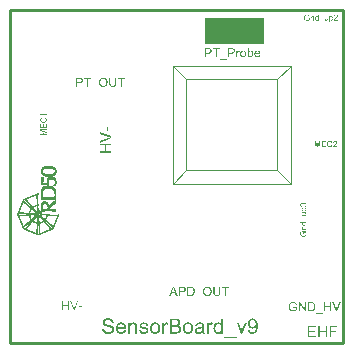
<source format=gto>
G04 Layer_Color=65535*
%FSLAX44Y44*%
%MOMM*%
G71*
G01*
G75*
%ADD25C,0.2540*%
%ADD26C,0.1000*%
%ADD27C,0.0019*%
G36*
X178278Y43241D02*
Y43230D01*
Y43186D01*
Y43130D01*
Y43052D01*
X178267Y42952D01*
Y42842D01*
X178256Y42708D01*
X178245Y42575D01*
X178211Y42276D01*
X178167Y41965D01*
X178100Y41665D01*
X178056Y41521D01*
X178012Y41388D01*
Y41376D01*
X178001Y41354D01*
X177978Y41321D01*
X177956Y41276D01*
X177890Y41154D01*
X177790Y40999D01*
X177656Y40821D01*
X177501Y40644D01*
X177301Y40455D01*
X177057Y40289D01*
X177046D01*
X177024Y40266D01*
X176991Y40255D01*
X176935Y40222D01*
X176868Y40189D01*
X176780Y40155D01*
X176691Y40122D01*
X176580Y40078D01*
X176458Y40033D01*
X176325Y40000D01*
X176180Y39967D01*
X176014Y39933D01*
X175847Y39911D01*
X175670Y39889D01*
X175270Y39867D01*
X175170D01*
X175093Y39878D01*
X175004D01*
X174893Y39889D01*
X174771Y39900D01*
X174648Y39911D01*
X174371Y39956D01*
X174071Y40022D01*
X173783Y40111D01*
X173505Y40233D01*
X173494D01*
X173472Y40255D01*
X173439Y40278D01*
X173394Y40300D01*
X173272Y40388D01*
X173128Y40511D01*
X172961Y40666D01*
X172806Y40844D01*
X172651Y41066D01*
X172528Y41310D01*
Y41321D01*
X172517Y41343D01*
X172506Y41388D01*
X172484Y41443D01*
X172462Y41510D01*
X172440Y41598D01*
X172406Y41698D01*
X172384Y41820D01*
X172362Y41954D01*
X172329Y42098D01*
X172306Y42253D01*
X172284Y42420D01*
X172262Y42608D01*
X172251Y42808D01*
X172240Y43019D01*
Y43241D01*
Y47681D01*
X173261D01*
Y43241D01*
Y43230D01*
Y43197D01*
Y43141D01*
Y43075D01*
X173272Y42997D01*
Y42897D01*
X173283Y42686D01*
X173305Y42442D01*
X173339Y42198D01*
X173383Y41965D01*
X173405Y41865D01*
X173439Y41765D01*
X173450Y41743D01*
X173472Y41687D01*
X173527Y41610D01*
X173594Y41498D01*
X173672Y41388D01*
X173783Y41265D01*
X173916Y41143D01*
X174071Y41043D01*
X174093Y41032D01*
X174149Y40999D01*
X174249Y40966D01*
X174382Y40921D01*
X174538Y40866D01*
X174737Y40833D01*
X174948Y40799D01*
X175181Y40788D01*
X175292D01*
X175359Y40799D01*
X175459D01*
X175559Y40810D01*
X175803Y40855D01*
X176069Y40910D01*
X176325Y40999D01*
X176569Y41121D01*
X176680Y41199D01*
X176780Y41288D01*
X176791Y41299D01*
X176802Y41310D01*
X176824Y41343D01*
X176857Y41388D01*
X176891Y41454D01*
X176935Y41521D01*
X176980Y41621D01*
X177024Y41720D01*
X177068Y41843D01*
X177102Y41987D01*
X177146Y42153D01*
X177179Y42331D01*
X177213Y42531D01*
X177235Y42742D01*
X177257Y42986D01*
Y43241D01*
Y47681D01*
X178278D01*
Y43241D01*
D02*
G37*
G36*
X185482Y46771D02*
X182951D01*
Y40000D01*
X181930D01*
Y46771D01*
X179399D01*
Y47681D01*
X185482D01*
Y46771D01*
D02*
G37*
G36*
X31000Y180228D02*
X26720D01*
X31000Y178735D01*
Y178129D01*
X26646Y176650D01*
X31000D01*
Y176000D01*
X25885D01*
Y177013D01*
X29514Y178225D01*
X29522D01*
X29536Y178232D01*
X29559Y178240D01*
X29596Y178254D01*
X29684Y178284D01*
X29795Y178321D01*
X29921Y178358D01*
X30047Y178402D01*
X30165Y178439D01*
X30268Y178469D01*
X30254Y178476D01*
X30217Y178484D01*
X30150Y178506D01*
X30061Y178535D01*
X29943Y178572D01*
X29803Y178624D01*
X29640Y178676D01*
X29448Y178742D01*
X25885Y179969D01*
Y180878D01*
X31000D01*
Y180228D01*
D02*
G37*
G36*
X29418Y191064D02*
X29463Y191049D01*
X29522Y191027D01*
X29588Y191005D01*
X29669Y190975D01*
X29758Y190938D01*
X29854Y190894D01*
X30061Y190790D01*
X30268Y190657D01*
X30372Y190576D01*
X30475Y190494D01*
X30564Y190406D01*
X30653Y190302D01*
X30660Y190295D01*
X30675Y190280D01*
X30689Y190243D01*
X30719Y190206D01*
X30756Y190147D01*
X30793Y190088D01*
X30830Y190007D01*
X30867Y189925D01*
X30911Y189829D01*
X30948Y189726D01*
X30985Y189615D01*
X31022Y189497D01*
X31052Y189371D01*
X31067Y189238D01*
X31081Y189098D01*
X31089Y188950D01*
Y188942D01*
Y188913D01*
Y188868D01*
X31081Y188809D01*
Y188743D01*
X31074Y188661D01*
X31059Y188573D01*
X31044Y188469D01*
X31007Y188255D01*
X30948Y188033D01*
X30867Y187812D01*
X30815Y187708D01*
X30756Y187605D01*
X30749Y187597D01*
X30741Y187582D01*
X30719Y187553D01*
X30689Y187523D01*
X30660Y187479D01*
X30616Y187427D01*
X30564Y187368D01*
X30505Y187309D01*
X30438Y187250D01*
X30372Y187183D01*
X30202Y187050D01*
X30002Y186924D01*
X29780Y186814D01*
X29773D01*
X29751Y186799D01*
X29714Y186791D01*
X29669Y186769D01*
X29610Y186754D01*
X29536Y186732D01*
X29455Y186703D01*
X29367Y186681D01*
X29270Y186658D01*
X29160Y186629D01*
X28930Y186592D01*
X28672Y186562D01*
X28406Y186548D01*
X28324D01*
X28273Y186555D01*
X28199D01*
X28125Y186562D01*
X28029Y186570D01*
X27933Y186584D01*
X27718Y186621D01*
X27482Y186673D01*
X27245Y186747D01*
X27016Y186851D01*
X27009Y186858D01*
X26986Y186865D01*
X26957Y186880D01*
X26920Y186910D01*
X26868Y186939D01*
X26809Y186976D01*
X26676Y187072D01*
X26528Y187198D01*
X26380Y187346D01*
X26233Y187516D01*
X26107Y187715D01*
X26100Y187723D01*
X26092Y187745D01*
X26077Y187775D01*
X26055Y187812D01*
X26033Y187871D01*
X26011Y187930D01*
X25981Y188004D01*
X25952Y188085D01*
X25922Y188174D01*
X25893Y188270D01*
X25848Y188477D01*
X25811Y188713D01*
X25796Y188957D01*
Y188965D01*
Y188994D01*
Y189031D01*
X25804Y189083D01*
X25811Y189149D01*
X25819Y189231D01*
X25826Y189312D01*
X25848Y189408D01*
X25893Y189608D01*
X25959Y189829D01*
X26003Y189940D01*
X26055Y190044D01*
X26122Y190147D01*
X26188Y190251D01*
X26196Y190258D01*
X26203Y190273D01*
X26225Y190302D01*
X26262Y190339D01*
X26299Y190376D01*
X26351Y190428D01*
X26410Y190480D01*
X26469Y190539D01*
X26543Y190598D01*
X26632Y190657D01*
X26720Y190724D01*
X26816Y190783D01*
X26927Y190835D01*
X27038Y190894D01*
X27157Y190938D01*
X27290Y190982D01*
X27445Y190317D01*
X27437D01*
X27423Y190310D01*
X27393Y190295D01*
X27356Y190280D01*
X27312Y190265D01*
X27253Y190243D01*
X27134Y190184D01*
X27001Y190110D01*
X26868Y190021D01*
X26742Y189911D01*
X26632Y189792D01*
X26617Y189778D01*
X26587Y189733D01*
X26550Y189659D01*
X26499Y189563D01*
X26454Y189438D01*
X26410Y189297D01*
X26380Y189127D01*
X26373Y188942D01*
Y188935D01*
Y188913D01*
Y188883D01*
X26380Y188846D01*
Y188794D01*
X26388Y188735D01*
X26410Y188595D01*
X26439Y188440D01*
X26491Y188277D01*
X26565Y188107D01*
X26661Y187952D01*
Y187945D01*
X26676Y187937D01*
X26713Y187885D01*
X26772Y187819D01*
X26861Y187738D01*
X26972Y187642D01*
X27097Y187553D01*
X27253Y187472D01*
X27423Y187397D01*
X27430D01*
X27445Y187390D01*
X27467Y187383D01*
X27504Y187375D01*
X27548Y187361D01*
X27600Y187346D01*
X27726Y187324D01*
X27873Y187294D01*
X28036Y187264D01*
X28213Y187250D01*
X28406Y187242D01*
X28516D01*
X28568Y187250D01*
X28635D01*
X28709Y187257D01*
X28790Y187264D01*
X28967Y187287D01*
X29160Y187324D01*
X29352Y187368D01*
X29544Y187427D01*
X29551D01*
X29566Y187435D01*
X29588Y187449D01*
X29625Y187464D01*
X29714Y187508D01*
X29817Y187575D01*
X29936Y187656D01*
X30061Y187760D01*
X30172Y187878D01*
X30276Y188018D01*
Y188026D01*
X30283Y188041D01*
X30298Y188063D01*
X30313Y188092D01*
X30327Y188129D01*
X30350Y188174D01*
X30394Y188277D01*
X30438Y188410D01*
X30475Y188558D01*
X30505Y188721D01*
X30512Y188891D01*
Y188898D01*
Y188913D01*
Y188942D01*
X30505Y188987D01*
Y189038D01*
X30497Y189090D01*
X30468Y189223D01*
X30431Y189378D01*
X30372Y189534D01*
X30290Y189696D01*
X30246Y189778D01*
X30187Y189851D01*
X30180Y189859D01*
X30172Y189866D01*
X30150Y189888D01*
X30128Y189918D01*
X30091Y189948D01*
X30047Y189984D01*
X30002Y190029D01*
X29943Y190066D01*
X29876Y190110D01*
X29803Y190162D01*
X29729Y190206D01*
X29640Y190251D01*
X29544Y190288D01*
X29440Y190324D01*
X29330Y190361D01*
X29211Y190391D01*
X29381Y191071D01*
X29389D01*
X29418Y191064D01*
D02*
G37*
G36*
X31000Y181987D02*
X25885D01*
Y185690D01*
X26491D01*
Y182667D01*
X28051D01*
Y185498D01*
X28657D01*
Y182667D01*
X30394D01*
Y185808D01*
X31000D01*
Y181987D01*
D02*
G37*
G36*
X167423Y47803D02*
X167522D01*
X167622Y47792D01*
X167756Y47770D01*
X167889Y47748D01*
X168177Y47692D01*
X168510Y47603D01*
X168832Y47470D01*
X168999Y47393D01*
X169165Y47304D01*
X169176Y47293D01*
X169198Y47281D01*
X169243Y47248D01*
X169310Y47215D01*
X169376Y47159D01*
X169465Y47093D01*
X169654Y46937D01*
X169853Y46738D01*
X170075Y46493D01*
X170286Y46205D01*
X170464Y45883D01*
Y45872D01*
X170486Y45838D01*
X170508Y45794D01*
X170530Y45728D01*
X170575Y45639D01*
X170608Y45539D01*
X170653Y45417D01*
X170697Y45283D01*
X170730Y45139D01*
X170775Y44984D01*
X170819Y44806D01*
X170852Y44629D01*
X170897Y44240D01*
X170919Y43818D01*
Y43807D01*
Y43763D01*
Y43707D01*
X170908Y43618D01*
Y43519D01*
X170897Y43397D01*
X170875Y43263D01*
X170863Y43119D01*
X170808Y42797D01*
X170719Y42442D01*
X170597Y42087D01*
X170530Y41909D01*
X170442Y41732D01*
Y41720D01*
X170420Y41687D01*
X170397Y41643D01*
X170353Y41576D01*
X170308Y41498D01*
X170253Y41421D01*
X170098Y41210D01*
X169909Y40988D01*
X169687Y40755D01*
X169421Y40533D01*
X169110Y40333D01*
X169099D01*
X169076Y40311D01*
X169021Y40289D01*
X168954Y40255D01*
X168877Y40222D01*
X168788Y40189D01*
X168677Y40144D01*
X168555Y40100D01*
X168421Y40055D01*
X168277Y40011D01*
X167955Y39945D01*
X167611Y39889D01*
X167245Y39867D01*
X167134D01*
X167067Y39878D01*
X166967D01*
X166856Y39900D01*
X166734Y39911D01*
X166590Y39933D01*
X166290Y40000D01*
X165968Y40089D01*
X165636Y40222D01*
X165469Y40300D01*
X165303Y40388D01*
X165291Y40400D01*
X165269Y40411D01*
X165225Y40444D01*
X165158Y40488D01*
X165092Y40533D01*
X165014Y40599D01*
X164825Y40766D01*
X164614Y40966D01*
X164392Y41210D01*
X164193Y41487D01*
X164004Y41809D01*
Y41820D01*
X163982Y41854D01*
X163959Y41898D01*
X163937Y41965D01*
X163904Y42053D01*
X163871Y42153D01*
X163826Y42264D01*
X163793Y42386D01*
X163748Y42531D01*
X163704Y42675D01*
X163638Y43008D01*
X163593Y43352D01*
X163571Y43730D01*
Y43741D01*
Y43752D01*
Y43818D01*
X163582Y43918D01*
Y44051D01*
X163604Y44207D01*
X163626Y44395D01*
X163660Y44606D01*
X163704Y44828D01*
X163748Y45061D01*
X163815Y45306D01*
X163904Y45550D01*
X164004Y45805D01*
X164115Y46049D01*
X164259Y46294D01*
X164415Y46516D01*
X164592Y46726D01*
X164603Y46738D01*
X164636Y46771D01*
X164703Y46826D01*
X164781Y46893D01*
X164881Y46982D01*
X165003Y47071D01*
X165147Y47171D01*
X165314Y47270D01*
X165491Y47370D01*
X165691Y47470D01*
X165913Y47559D01*
X166146Y47648D01*
X166401Y47714D01*
X166668Y47770D01*
X166945Y47803D01*
X167245Y47814D01*
X167345D01*
X167423Y47803D01*
D02*
G37*
G36*
X163160Y37869D02*
X156911D01*
Y38546D01*
X163160D01*
Y37869D01*
D02*
G37*
G36*
X142182Y40000D02*
X141027D01*
X140128Y42331D01*
X136909D01*
X136077Y40000D01*
X135000D01*
X137930Y47681D01*
X139040D01*
X142182Y40000D01*
D02*
G37*
G36*
X153315Y47670D02*
X153537Y47659D01*
X153759Y47637D01*
X153981Y47603D01*
X154169Y47570D01*
X154180D01*
X154203Y47559D01*
X154236D01*
X154280Y47537D01*
X154403Y47503D01*
X154558Y47448D01*
X154735Y47370D01*
X154924Y47270D01*
X155113Y47159D01*
X155290Y47015D01*
X155302Y47004D01*
X155313Y46993D01*
X155346Y46960D01*
X155390Y46926D01*
X155501Y46815D01*
X155634Y46660D01*
X155779Y46471D01*
X155934Y46249D01*
X156079Y45994D01*
X156201Y45705D01*
Y45694D01*
X156212Y45672D01*
X156234Y45628D01*
X156245Y45561D01*
X156278Y45483D01*
X156300Y45395D01*
X156323Y45295D01*
X156356Y45173D01*
X156389Y45050D01*
X156412Y44906D01*
X156467Y44595D01*
X156500Y44251D01*
X156511Y43874D01*
Y43863D01*
Y43840D01*
Y43785D01*
Y43730D01*
X156500Y43652D01*
Y43563D01*
X156489Y43352D01*
X156456Y43108D01*
X156423Y42853D01*
X156367Y42586D01*
X156300Y42320D01*
Y42309D01*
X156289Y42287D01*
X156278Y42253D01*
X156267Y42209D01*
X156223Y42087D01*
X156156Y41931D01*
X156090Y41754D01*
X156001Y41576D01*
X155890Y41388D01*
X155779Y41210D01*
X155768Y41188D01*
X155723Y41132D01*
X155657Y41055D01*
X155568Y40955D01*
X155468Y40844D01*
X155346Y40733D01*
X155224Y40610D01*
X155079Y40511D01*
X155057Y40500D01*
X155013Y40466D01*
X154935Y40422D01*
X154824Y40366D01*
X154691Y40300D01*
X154536Y40244D01*
X154358Y40178D01*
X154158Y40122D01*
X154136D01*
X154103Y40111D01*
X154069Y40100D01*
X153959Y40089D01*
X153803Y40067D01*
X153625Y40044D01*
X153415Y40022D01*
X153181Y40011D01*
X152926Y40000D01*
X150162D01*
Y47681D01*
X153115D01*
X153315Y47670D01*
D02*
G37*
G36*
X146322D02*
X146510Y47659D01*
X146710Y47648D01*
X146899Y47626D01*
X147065Y47603D01*
X147088D01*
X147165Y47581D01*
X147265Y47559D01*
X147399Y47526D01*
X147543Y47470D01*
X147698Y47404D01*
X147865Y47326D01*
X148009Y47237D01*
X148031Y47226D01*
X148076Y47193D01*
X148142Y47126D01*
X148231Y47048D01*
X148331Y46948D01*
X148431Y46815D01*
X148542Y46671D01*
X148631Y46505D01*
X148642Y46482D01*
X148664Y46427D01*
X148708Y46327D01*
X148753Y46194D01*
X148786Y46038D01*
X148830Y45861D01*
X148853Y45661D01*
X148864Y45450D01*
Y45439D01*
Y45406D01*
Y45361D01*
X148853Y45283D01*
X148841Y45206D01*
X148830Y45106D01*
X148808Y44995D01*
X148786Y44873D01*
X148708Y44618D01*
X148664Y44484D01*
X148597Y44340D01*
X148520Y44196D01*
X148442Y44062D01*
X148342Y43929D01*
X148231Y43796D01*
X148220Y43785D01*
X148198Y43763D01*
X148164Y43730D01*
X148109Y43696D01*
X148042Y43641D01*
X147954Y43585D01*
X147843Y43519D01*
X147720Y43463D01*
X147576Y43397D01*
X147410Y43330D01*
X147232Y43274D01*
X147021Y43230D01*
X146799Y43186D01*
X146555Y43152D01*
X146277Y43130D01*
X145989Y43119D01*
X144024D01*
Y40000D01*
X143003D01*
Y47681D01*
X146155D01*
X146322Y47670D01*
D02*
G37*
G36*
X249270Y114769D02*
X249329D01*
X249463Y114754D01*
X249625Y114724D01*
X249795Y114687D01*
X249973Y114635D01*
X250150Y114569D01*
X250157D01*
X250172Y114562D01*
X250194Y114547D01*
X250224Y114532D01*
X250305Y114480D01*
X250409Y114414D01*
X250520Y114333D01*
X250630Y114229D01*
X250741Y114111D01*
X250845Y113970D01*
Y113963D01*
X250852Y113955D01*
X250867Y113933D01*
X250882Y113904D01*
X250919Y113830D01*
X250963Y113726D01*
X251007Y113601D01*
X251044Y113468D01*
X251074Y113313D01*
X251081Y113157D01*
Y113142D01*
Y113105D01*
X251074Y113046D01*
X251066Y112972D01*
X251052Y112884D01*
X251030Y112788D01*
X251000Y112692D01*
X250956Y112596D01*
X250948Y112588D01*
X250933Y112551D01*
X250904Y112507D01*
X250860Y112448D01*
X250815Y112388D01*
X250756Y112315D01*
X250690Y112248D01*
X250616Y112189D01*
X252419D01*
Y111561D01*
X247290D01*
Y112130D01*
X247777D01*
X247763Y112137D01*
X247733Y112167D01*
X247681Y112204D01*
X247622Y112263D01*
X247548Y112329D01*
X247482Y112403D01*
X247415Y112492D01*
X247356Y112581D01*
X247349Y112596D01*
X247334Y112625D01*
X247312Y112684D01*
X247282Y112758D01*
X247253Y112847D01*
X247230Y112950D01*
X247216Y113069D01*
X247208Y113202D01*
Y113209D01*
Y113224D01*
Y113246D01*
Y113283D01*
X247216Y113320D01*
X247223Y113372D01*
X247238Y113483D01*
X247267Y113616D01*
X247312Y113756D01*
X247378Y113896D01*
X247460Y114037D01*
Y114044D01*
X247474Y114052D01*
X247504Y114096D01*
X247563Y114163D01*
X247637Y114244D01*
X247733Y114333D01*
X247851Y114421D01*
X247992Y114510D01*
X248147Y114584D01*
X248154D01*
X248169Y114591D01*
X248191Y114599D01*
X248221Y114613D01*
X248265Y114628D01*
X248317Y114643D01*
X248435Y114680D01*
X248583Y114717D01*
X248746Y114746D01*
X248930Y114769D01*
X249123Y114776D01*
X249219D01*
X249270Y114769D01*
D02*
G37*
G36*
X251000Y110016D02*
X250460D01*
X250468Y110008D01*
X250490Y109994D01*
X250520Y109972D01*
X250557Y109935D01*
X250601Y109890D01*
X250660Y109838D01*
X250712Y109779D01*
X250771Y109705D01*
X250830Y109624D01*
X250882Y109536D01*
X250933Y109439D01*
X250985Y109336D01*
X251022Y109218D01*
X251052Y109099D01*
X251074Y108966D01*
X251081Y108833D01*
Y108819D01*
Y108781D01*
X251074Y108715D01*
X251066Y108634D01*
X251052Y108538D01*
X251030Y108434D01*
X251000Y108331D01*
X250956Y108220D01*
X250948Y108205D01*
X250933Y108175D01*
X250904Y108124D01*
X250867Y108065D01*
X250823Y107991D01*
X250771Y107924D01*
X250712Y107858D01*
X250645Y107799D01*
X250638Y107791D01*
X250608Y107776D01*
X250571Y107754D01*
X250512Y107725D01*
X250446Y107688D01*
X250364Y107658D01*
X250276Y107628D01*
X250180Y107606D01*
X250172D01*
X250143Y107599D01*
X250098Y107591D01*
X250039D01*
X249950Y107584D01*
X249854Y107577D01*
X249729Y107569D01*
X247290D01*
Y108198D01*
X249514D01*
X249618Y108205D01*
X249729D01*
X249840Y108212D01*
X249936Y108220D01*
X250017Y108235D01*
X250024D01*
X250054Y108249D01*
X250098Y108264D01*
X250157Y108286D01*
X250217Y108323D01*
X250283Y108368D01*
X250342Y108419D01*
X250401Y108486D01*
X250409Y108493D01*
X250424Y108523D01*
X250446Y108560D01*
X250468Y108619D01*
X250497Y108686D01*
X250520Y108767D01*
X250534Y108855D01*
X250542Y108959D01*
Y108974D01*
Y109011D01*
X250534Y109062D01*
X250527Y109129D01*
X250505Y109210D01*
X250483Y109299D01*
X250446Y109395D01*
X250401Y109491D01*
X250394Y109506D01*
X250372Y109536D01*
X250342Y109580D01*
X250298Y109632D01*
X250239Y109691D01*
X250172Y109750D01*
X250098Y109802D01*
X250010Y109846D01*
X249995Y109853D01*
X249965Y109861D01*
X249906Y109875D01*
X249825Y109898D01*
X249721Y109920D01*
X249596Y109935D01*
X249448Y109942D01*
X249278Y109949D01*
X247290D01*
Y110578D01*
X251000D01*
Y110016D01*
D02*
G37*
G36*
X249603Y118708D02*
X249662Y118701D01*
X249729Y118686D01*
X249803Y118671D01*
X249884Y118657D01*
X250061Y118597D01*
X250157Y118553D01*
X250246Y118509D01*
X250342Y118449D01*
X250438Y118383D01*
X250534Y118309D01*
X250623Y118220D01*
X250630Y118213D01*
X250645Y118198D01*
X250667Y118169D01*
X250697Y118132D01*
X250734Y118087D01*
X250771Y118028D01*
X250815Y117962D01*
X250852Y117880D01*
X250896Y117799D01*
X250941Y117703D01*
X250978Y117607D01*
X251015Y117496D01*
X251044Y117378D01*
X251066Y117252D01*
X251081Y117126D01*
X251089Y116986D01*
Y116979D01*
Y116956D01*
Y116919D01*
X251081Y116875D01*
X251074Y116816D01*
X251066Y116749D01*
X251052Y116676D01*
X251037Y116594D01*
X250993Y116417D01*
X250919Y116232D01*
X250874Y116136D01*
X250823Y116047D01*
X250756Y115959D01*
X250690Y115870D01*
X250682Y115863D01*
X250667Y115848D01*
X250645Y115826D01*
X250616Y115803D01*
X250579Y115766D01*
X250527Y115730D01*
X250475Y115685D01*
X250409Y115641D01*
X250335Y115596D01*
X250261Y115552D01*
X250084Y115471D01*
X249876Y115404D01*
X249766Y115382D01*
X249647Y115367D01*
X249566Y115996D01*
X249573D01*
X249588Y116003D01*
X249618Y116010D01*
X249655Y116018D01*
X249699Y116025D01*
X249751Y116040D01*
X249862Y116077D01*
X249995Y116129D01*
X250120Y116195D01*
X250239Y116269D01*
X250342Y116358D01*
X250350Y116372D01*
X250379Y116402D01*
X250416Y116461D01*
X250453Y116535D01*
X250497Y116624D01*
X250534Y116735D01*
X250564Y116860D01*
X250571Y116993D01*
Y117001D01*
Y117016D01*
Y117038D01*
X250564Y117067D01*
X250557Y117149D01*
X250534Y117252D01*
X250497Y117370D01*
X250446Y117496D01*
X250372Y117622D01*
X250268Y117740D01*
X250254Y117755D01*
X250209Y117792D01*
X250143Y117836D01*
X250054Y117895D01*
X249943Y117954D01*
X249817Y117999D01*
X249670Y118036D01*
X249507Y118050D01*
X249463D01*
X249433Y118043D01*
X249352Y118036D01*
X249256Y118013D01*
X249137Y117984D01*
X249019Y117932D01*
X248901Y117858D01*
X248790Y117762D01*
X248775Y117747D01*
X248746Y117710D01*
X248701Y117651D01*
X248650Y117570D01*
X248598Y117466D01*
X248554Y117341D01*
X248524Y117200D01*
X248509Y117045D01*
Y117038D01*
Y117016D01*
Y116979D01*
X248517Y116927D01*
X248524Y116860D01*
X248539Y116786D01*
X248554Y116698D01*
X248576Y116602D01*
X248021Y116676D01*
Y116683D01*
Y116713D01*
X248029Y116742D01*
Y116772D01*
Y116779D01*
Y116786D01*
Y116809D01*
Y116838D01*
X248014Y116919D01*
X247999Y117016D01*
X247977Y117126D01*
X247940Y117252D01*
X247888Y117370D01*
X247822Y117496D01*
Y117503D01*
X247814Y117511D01*
X247785Y117548D01*
X247733Y117599D01*
X247666Y117659D01*
X247570Y117718D01*
X247460Y117769D01*
X247334Y117806D01*
X247260Y117821D01*
X247120D01*
X247060Y117806D01*
X246979Y117792D01*
X246890Y117762D01*
X246794Y117725D01*
X246698Y117666D01*
X246609Y117585D01*
X246602Y117577D01*
X246573Y117540D01*
X246536Y117489D01*
X246491Y117422D01*
X246454Y117333D01*
X246417Y117230D01*
X246388Y117112D01*
X246380Y116979D01*
Y116971D01*
Y116964D01*
Y116919D01*
X246395Y116853D01*
X246410Y116764D01*
X246439Y116668D01*
X246476Y116572D01*
X246536Y116469D01*
X246609Y116372D01*
X246617Y116365D01*
X246654Y116336D01*
X246706Y116291D01*
X246779Y116240D01*
X246876Y116188D01*
X246994Y116136D01*
X247134Y116092D01*
X247297Y116062D01*
X247186Y115434D01*
X247179D01*
X247157Y115441D01*
X247127Y115449D01*
X247083Y115456D01*
X247031Y115471D01*
X246972Y115493D01*
X246831Y115537D01*
X246669Y115611D01*
X246506Y115700D01*
X246351Y115811D01*
X246210Y115951D01*
X246203Y115959D01*
X246196Y115973D01*
X246181Y115996D01*
X246159Y116025D01*
X246129Y116062D01*
X246099Y116114D01*
X246070Y116166D01*
X246033Y116232D01*
X245974Y116380D01*
X245915Y116550D01*
X245878Y116749D01*
X245863Y116853D01*
Y116964D01*
Y116971D01*
Y116986D01*
Y117008D01*
Y117038D01*
X245870Y117119D01*
X245885Y117215D01*
X245907Y117333D01*
X245944Y117466D01*
X245989Y117599D01*
X246048Y117732D01*
Y117740D01*
X246055Y117747D01*
X246077Y117792D01*
X246122Y117858D01*
X246173Y117932D01*
X246247Y118021D01*
X246329Y118110D01*
X246425Y118198D01*
X246536Y118272D01*
X246550Y118279D01*
X246587Y118302D01*
X246654Y118331D01*
X246735Y118368D01*
X246831Y118405D01*
X246942Y118435D01*
X247068Y118457D01*
X247193Y118464D01*
X247253D01*
X247312Y118457D01*
X247393Y118442D01*
X247489Y118420D01*
X247593Y118383D01*
X247696Y118339D01*
X247799Y118279D01*
X247814Y118272D01*
X247844Y118250D01*
X247896Y118206D01*
X247955Y118146D01*
X248021Y118073D01*
X248095Y117984D01*
X248162Y117880D01*
X248228Y117755D01*
Y117762D01*
X248236Y117777D01*
X248243Y117799D01*
X248250Y117829D01*
X248280Y117910D01*
X248324Y118013D01*
X248384Y118132D01*
X248457Y118250D01*
X248554Y118361D01*
X248664Y118464D01*
X248679Y118472D01*
X248724Y118501D01*
X248797Y118546D01*
X248894Y118590D01*
X249012Y118634D01*
X249152Y118679D01*
X249315Y118708D01*
X249492Y118716D01*
X249559D01*
X249603Y118708D01*
D02*
G37*
G36*
X276178Y278130D02*
X276237Y278122D01*
X276311Y278115D01*
X276392Y278100D01*
X276474Y278085D01*
X276666Y278034D01*
X276858Y277960D01*
X276954Y277915D01*
X277050Y277864D01*
X277139Y277797D01*
X277220Y277723D01*
X277228Y277716D01*
X277243Y277708D01*
X277257Y277679D01*
X277287Y277649D01*
X277324Y277612D01*
X277361Y277561D01*
X277398Y277509D01*
X277442Y277442D01*
X277516Y277302D01*
X277590Y277124D01*
X277619Y277036D01*
X277634Y276932D01*
X277649Y276829D01*
X277656Y276718D01*
Y276703D01*
Y276666D01*
X277649Y276607D01*
X277642Y276526D01*
X277627Y276437D01*
X277597Y276334D01*
X277568Y276223D01*
X277523Y276112D01*
X277516Y276097D01*
X277501Y276060D01*
X277472Y276001D01*
X277427Y275920D01*
X277368Y275831D01*
X277294Y275720D01*
X277206Y275609D01*
X277102Y275483D01*
X277087Y275469D01*
X277050Y275424D01*
X277013Y275387D01*
X276976Y275350D01*
X276932Y275306D01*
X276873Y275247D01*
X276814Y275188D01*
X276740Y275121D01*
X276666Y275047D01*
X276577Y274966D01*
X276481Y274885D01*
X276378Y274789D01*
X276259Y274693D01*
X276141Y274589D01*
X276134Y274582D01*
X276119Y274567D01*
X276089Y274545D01*
X276052Y274515D01*
X276008Y274471D01*
X275956Y274426D01*
X275838Y274330D01*
X275713Y274220D01*
X275594Y274109D01*
X275491Y274013D01*
X275446Y273976D01*
X275410Y273939D01*
X275402Y273931D01*
X275380Y273909D01*
X275350Y273880D01*
X275313Y273835D01*
X275276Y273783D01*
X275232Y273732D01*
X275143Y273606D01*
X277664D01*
Y273000D01*
X274271D01*
Y273007D01*
Y273037D01*
Y273081D01*
X274279Y273140D01*
X274286Y273207D01*
X274301Y273281D01*
X274315Y273355D01*
X274345Y273436D01*
Y273444D01*
X274352Y273451D01*
X274367Y273495D01*
X274397Y273562D01*
X274441Y273650D01*
X274500Y273754D01*
X274574Y273872D01*
X274655Y273990D01*
X274759Y274116D01*
Y274123D01*
X274774Y274131D01*
X274811Y274175D01*
X274877Y274242D01*
X274973Y274338D01*
X275084Y274449D01*
X275225Y274582D01*
X275395Y274730D01*
X275579Y274885D01*
X275587Y274892D01*
X275616Y274914D01*
X275661Y274951D01*
X275713Y274996D01*
X275779Y275055D01*
X275860Y275121D01*
X275942Y275195D01*
X276038Y275277D01*
X276222Y275454D01*
X276407Y275631D01*
X276496Y275720D01*
X276577Y275809D01*
X276651Y275890D01*
X276710Y275971D01*
Y275979D01*
X276725Y275986D01*
X276740Y276008D01*
X276755Y276038D01*
X276806Y276119D01*
X276866Y276215D01*
X276917Y276334D01*
X276969Y276459D01*
X276999Y276600D01*
X277013Y276733D01*
Y276740D01*
Y276747D01*
X277006Y276792D01*
X276999Y276866D01*
X276976Y276947D01*
X276947Y277050D01*
X276895Y277154D01*
X276829Y277257D01*
X276740Y277361D01*
X276725Y277376D01*
X276688Y277405D01*
X276636Y277442D01*
X276555Y277494D01*
X276452Y277538D01*
X276333Y277583D01*
X276193Y277612D01*
X276038Y277620D01*
X275993D01*
X275964Y277612D01*
X275875Y277605D01*
X275772Y277583D01*
X275661Y277553D01*
X275535Y277501D01*
X275417Y277435D01*
X275306Y277346D01*
X275291Y277331D01*
X275262Y277294D01*
X275217Y277235D01*
X275173Y277147D01*
X275121Y277043D01*
X275077Y276910D01*
X275047Y276762D01*
X275033Y276592D01*
X274389Y276659D01*
Y276666D01*
X274397Y276688D01*
Y276725D01*
X274404Y276777D01*
X274419Y276836D01*
X274434Y276903D01*
X274456Y276984D01*
X274478Y277065D01*
X274537Y277243D01*
X274626Y277420D01*
X274678Y277509D01*
X274744Y277597D01*
X274811Y277679D01*
X274885Y277753D01*
X274892Y277760D01*
X274907Y277767D01*
X274929Y277790D01*
X274966Y277812D01*
X275010Y277841D01*
X275062Y277871D01*
X275121Y277908D01*
X275195Y277945D01*
X275276Y277982D01*
X275365Y278019D01*
X275461Y278048D01*
X275565Y278078D01*
X275676Y278100D01*
X275794Y278122D01*
X275919Y278130D01*
X276052Y278137D01*
X276126D01*
X276178Y278130D01*
D02*
G37*
G36*
X266185Y271581D02*
X262024D01*
Y272032D01*
X266185D01*
Y271581D01*
D02*
G37*
G36*
X250298Y94731D02*
X250305Y94716D01*
X250327Y94686D01*
X250357Y94649D01*
X250387Y94605D01*
X250424Y94553D01*
X250468Y94487D01*
X250512Y94420D01*
X250608Y94265D01*
X250712Y94087D01*
X250808Y93903D01*
X250889Y93703D01*
Y93696D01*
X250896Y93681D01*
X250904Y93651D01*
X250919Y93614D01*
X250933Y93563D01*
X250956Y93504D01*
X250970Y93437D01*
X250985Y93371D01*
X251022Y93208D01*
X251059Y93023D01*
X251081Y92823D01*
X251089Y92617D01*
Y92609D01*
Y92580D01*
Y92543D01*
X251081Y92491D01*
Y92424D01*
X251074Y92343D01*
X251059Y92254D01*
X251052Y92158D01*
X251007Y91944D01*
X250956Y91715D01*
X250874Y91478D01*
X250830Y91360D01*
X250771Y91242D01*
X250763Y91234D01*
X250756Y91212D01*
X250734Y91183D01*
X250712Y91138D01*
X250675Y91087D01*
X250638Y91035D01*
X250534Y90894D01*
X250401Y90746D01*
X250239Y90591D01*
X250054Y90443D01*
X249840Y90310D01*
X249832D01*
X249810Y90296D01*
X249780Y90281D01*
X249729Y90259D01*
X249677Y90237D01*
X249603Y90214D01*
X249529Y90185D01*
X249440Y90155D01*
X249344Y90126D01*
X249233Y90096D01*
X249123Y90074D01*
X249004Y90052D01*
X248746Y90015D01*
X248472Y90000D01*
X248398D01*
X248347Y90007D01*
X248280D01*
X248199Y90015D01*
X248117Y90030D01*
X248021Y90037D01*
X247918Y90059D01*
X247807Y90074D01*
X247570Y90133D01*
X247327Y90207D01*
X247083Y90310D01*
X247075Y90318D01*
X247053Y90325D01*
X247023Y90340D01*
X246979Y90370D01*
X246920Y90399D01*
X246861Y90436D01*
X246720Y90540D01*
X246558Y90665D01*
X246403Y90820D01*
X246247Y90998D01*
X246181Y91101D01*
X246114Y91205D01*
X246107Y91212D01*
X246099Y91234D01*
X246085Y91264D01*
X246063Y91308D01*
X246040Y91367D01*
X246011Y91434D01*
X245981Y91508D01*
X245952Y91596D01*
X245922Y91693D01*
X245900Y91796D01*
X245870Y91907D01*
X245848Y92025D01*
X245811Y92284D01*
X245797Y92417D01*
Y92557D01*
Y92565D01*
Y92580D01*
Y92609D01*
Y92654D01*
X245804Y92698D01*
Y92757D01*
X245819Y92897D01*
X245841Y93053D01*
X245878Y93215D01*
X245922Y93393D01*
X245981Y93563D01*
Y93570D01*
X245989Y93585D01*
X245996Y93607D01*
X246011Y93637D01*
X246055Y93718D01*
X246107Y93821D01*
X246181Y93932D01*
X246269Y94051D01*
X246366Y94161D01*
X246484Y94265D01*
X246499Y94280D01*
X246543Y94309D01*
X246609Y94354D01*
X246706Y94413D01*
X246824Y94472D01*
X246972Y94538D01*
X247134Y94605D01*
X247319Y94657D01*
X247482Y94043D01*
X247474D01*
X247467Y94036D01*
X247445Y94028D01*
X247415Y94021D01*
X247349Y93999D01*
X247260Y93969D01*
X247157Y93925D01*
X247060Y93873D01*
X246957Y93821D01*
X246868Y93755D01*
X246861Y93747D01*
X246831Y93725D01*
X246794Y93681D01*
X246743Y93629D01*
X246683Y93563D01*
X246624Y93474D01*
X246565Y93378D01*
X246513Y93267D01*
X246506Y93252D01*
X246491Y93215D01*
X246469Y93149D01*
X246439Y93060D01*
X246417Y92957D01*
X246395Y92838D01*
X246380Y92705D01*
X246373Y92565D01*
Y92557D01*
Y92543D01*
Y92521D01*
Y92484D01*
X246380Y92447D01*
Y92402D01*
X246388Y92291D01*
X246410Y92166D01*
X246432Y92025D01*
X246469Y91892D01*
X246521Y91759D01*
X246528Y91744D01*
X246543Y91700D01*
X246580Y91641D01*
X246617Y91567D01*
X246676Y91478D01*
X246735Y91382D01*
X246809Y91293D01*
X246890Y91212D01*
X246898Y91205D01*
X246927Y91175D01*
X246979Y91138D01*
X247038Y91094D01*
X247112Y91042D01*
X247201Y90990D01*
X247297Y90939D01*
X247400Y90887D01*
X247408D01*
X247423Y90880D01*
X247445Y90872D01*
X247482Y90857D01*
X247526Y90843D01*
X247578Y90828D01*
X247637Y90806D01*
X247703Y90791D01*
X247859Y90754D01*
X248036Y90724D01*
X248221Y90702D01*
X248428Y90695D01*
X248494D01*
X248539Y90702D01*
X248598D01*
X248672Y90710D01*
X248746Y90717D01*
X248827Y90724D01*
X249012Y90754D01*
X249204Y90791D01*
X249396Y90850D01*
X249581Y90924D01*
X249588D01*
X249603Y90939D01*
X249625Y90946D01*
X249655Y90968D01*
X249736Y91020D01*
X249840Y91101D01*
X249950Y91197D01*
X250061Y91316D01*
X250165Y91456D01*
X250261Y91611D01*
Y91619D01*
X250268Y91634D01*
X250283Y91656D01*
X250298Y91693D01*
X250313Y91730D01*
X250327Y91781D01*
X250372Y91900D01*
X250409Y92047D01*
X250446Y92210D01*
X250475Y92387D01*
X250483Y92572D01*
Y92580D01*
Y92594D01*
Y92617D01*
Y92646D01*
X250475Y92690D01*
Y92735D01*
X250460Y92846D01*
X250446Y92979D01*
X250416Y93119D01*
X250372Y93274D01*
X250320Y93430D01*
Y93437D01*
X250313Y93452D01*
X250305Y93467D01*
X250290Y93496D01*
X250254Y93577D01*
X250209Y93666D01*
X250157Y93770D01*
X250098Y93881D01*
X250032Y93984D01*
X249958Y94073D01*
X248997D01*
Y92565D01*
X248391D01*
Y94738D01*
X250290D01*
X250298Y94731D01*
D02*
G37*
G36*
X31000Y193385D02*
X27001D01*
X27009Y193377D01*
X27038Y193340D01*
X27083Y193296D01*
X27134Y193222D01*
X27201Y193141D01*
X27275Y193037D01*
X27356Y192919D01*
X27437Y192786D01*
Y192778D01*
X27445Y192771D01*
X27474Y192727D01*
X27511Y192653D01*
X27556Y192564D01*
X27607Y192461D01*
X27659Y192350D01*
X27711Y192239D01*
X27755Y192128D01*
X27149D01*
Y192135D01*
X27134Y192150D01*
X27127Y192180D01*
X27105Y192217D01*
X27083Y192261D01*
X27053Y192313D01*
X26979Y192439D01*
X26898Y192586D01*
X26794Y192734D01*
X26676Y192889D01*
X26550Y193045D01*
X26543Y193052D01*
X26536Y193059D01*
X26513Y193081D01*
X26491Y193111D01*
X26417Y193178D01*
X26329Y193266D01*
X26225Y193355D01*
X26107Y193451D01*
X25989Y193532D01*
X25863Y193606D01*
Y194013D01*
X31000D01*
Y193385D01*
D02*
G37*
G36*
X251000Y98034D02*
X248620D01*
X248539Y98027D01*
X248443Y98020D01*
X248347Y98005D01*
X248258Y97983D01*
X248176Y97961D01*
X248169D01*
X248147Y97946D01*
X248110Y97924D01*
X248066Y97901D01*
X248021Y97864D01*
X247969Y97820D01*
X247918Y97761D01*
X247873Y97694D01*
X247866Y97687D01*
X247851Y97665D01*
X247836Y97620D01*
X247814Y97569D01*
X247792Y97510D01*
X247770Y97436D01*
X247763Y97347D01*
X247755Y97258D01*
Y97251D01*
Y97244D01*
Y97221D01*
X247763Y97192D01*
X247770Y97118D01*
X247785Y97022D01*
X247822Y96918D01*
X247866Y96800D01*
X247925Y96682D01*
X248014Y96571D01*
X248029Y96556D01*
X248066Y96527D01*
X248095Y96504D01*
X248132Y96482D01*
X248176Y96453D01*
X248228Y96431D01*
X248287Y96401D01*
X248361Y96371D01*
X248443Y96349D01*
X248531Y96327D01*
X248627Y96312D01*
X248731Y96298D01*
X248857Y96283D01*
X251000D01*
Y95654D01*
X247290D01*
Y96216D01*
X247822D01*
X247814Y96224D01*
X247792Y96238D01*
X247763Y96260D01*
X247726Y96290D01*
X247681Y96334D01*
X247630Y96386D01*
X247570Y96445D01*
X247511Y96519D01*
X247460Y96593D01*
X247400Y96682D01*
X247349Y96778D01*
X247304Y96881D01*
X247267Y97000D01*
X247238Y97118D01*
X247216Y97251D01*
X247208Y97391D01*
Y97399D01*
Y97406D01*
Y97451D01*
X247216Y97510D01*
X247223Y97591D01*
X247238Y97687D01*
X247260Y97790D01*
X247290Y97901D01*
X247334Y98005D01*
X247341Y98020D01*
X247356Y98049D01*
X247378Y98101D01*
X247415Y98160D01*
X247460Y98234D01*
X247519Y98301D01*
X247578Y98367D01*
X247652Y98426D01*
X247659Y98434D01*
X247689Y98448D01*
X247726Y98470D01*
X247777Y98507D01*
X247851Y98537D01*
X247925Y98567D01*
X248014Y98604D01*
X248110Y98626D01*
X248117D01*
X248147Y98633D01*
X248191Y98640D01*
X248250Y98648D01*
X248339D01*
X248443Y98655D01*
X248568Y98663D01*
X251000D01*
Y98034D01*
D02*
G37*
G36*
X252419Y103024D02*
X251968D01*
Y107185D01*
X252419D01*
Y103024D01*
D02*
G37*
G36*
X251000Y102026D02*
X250534D01*
X250542Y102018D01*
X250557Y102011D01*
X250586Y101989D01*
X250623Y101959D01*
X250660Y101922D01*
X250704Y101878D01*
X250756Y101826D01*
X250808Y101760D01*
X250860Y101693D01*
X250911Y101619D01*
X250956Y101531D01*
X250993Y101434D01*
X251030Y101338D01*
X251059Y101228D01*
X251074Y101109D01*
X251081Y100984D01*
Y100976D01*
Y100961D01*
Y100939D01*
X251074Y100910D01*
X251066Y100821D01*
X251052Y100717D01*
X251022Y100592D01*
X250978Y100451D01*
X250919Y100311D01*
X250837Y100171D01*
Y100163D01*
X250823Y100156D01*
X250793Y100111D01*
X250734Y100045D01*
X250660Y99964D01*
X250564Y99867D01*
X250446Y99771D01*
X250313Y99675D01*
X250157Y99594D01*
X250150D01*
X250135Y99587D01*
X250113Y99579D01*
X250084Y99565D01*
X250039Y99550D01*
X249987Y99528D01*
X249936Y99513D01*
X249869Y99498D01*
X249721Y99461D01*
X249551Y99424D01*
X249359Y99402D01*
X249152Y99395D01*
X249056D01*
X249012Y99402D01*
X248953D01*
X248820Y99417D01*
X248664Y99439D01*
X248494Y99476D01*
X248317Y99520D01*
X248147Y99579D01*
X248139D01*
X248125Y99587D01*
X248103Y99601D01*
X248073Y99616D01*
X247992Y99661D01*
X247888Y99720D01*
X247777Y99794D01*
X247666Y99890D01*
X247548Y100001D01*
X247452Y100134D01*
Y100141D01*
X247445Y100148D01*
X247430Y100171D01*
X247415Y100200D01*
X247378Y100274D01*
X247327Y100378D01*
X247282Y100496D01*
X247245Y100636D01*
X247216Y100791D01*
X247208Y100954D01*
Y100961D01*
Y100969D01*
Y101013D01*
X247216Y101072D01*
X247223Y101154D01*
X247245Y101250D01*
X247267Y101353D01*
X247304Y101457D01*
X247356Y101553D01*
X247363Y101567D01*
X247378Y101597D01*
X247415Y101642D01*
X247452Y101701D01*
X247504Y101775D01*
X247570Y101841D01*
X247637Y101915D01*
X247718Y101981D01*
X245885D01*
Y102610D01*
X251000D01*
Y102026D01*
D02*
G37*
G36*
X151141Y17480D02*
X151307Y17462D01*
X151492Y17425D01*
X151696Y17388D01*
X151937Y17351D01*
X152437Y17184D01*
X152696Y17092D01*
X152955Y16962D01*
X153214Y16832D01*
X153474Y16647D01*
X153714Y16462D01*
X153955Y16240D01*
X153974Y16221D01*
X154011Y16184D01*
X154066Y16110D01*
X154140Y16018D01*
X154233Y15888D01*
X154344Y15721D01*
X154455Y15536D01*
X154566Y15333D01*
X154677Y15110D01*
X154788Y14833D01*
X154899Y14555D01*
X154992Y14240D01*
X155066Y13907D01*
X155122Y13555D01*
X155159Y13185D01*
X155177Y12777D01*
Y12759D01*
Y12703D01*
Y12611D01*
Y12481D01*
X155159Y12333D01*
X155140Y12148D01*
Y11963D01*
X155103Y11759D01*
X155048Y11296D01*
X154937Y10833D01*
X154807Y10370D01*
X154622Y9944D01*
Y9926D01*
X154603Y9907D01*
X154566Y9852D01*
X154529Y9778D01*
X154399Y9592D01*
X154233Y9370D01*
X154011Y9111D01*
X153733Y8852D01*
X153418Y8593D01*
X153048Y8352D01*
X153029D01*
X153011Y8333D01*
X152955Y8296D01*
X152863Y8259D01*
X152770Y8222D01*
X152659Y8185D01*
X152381Y8074D01*
X152066Y7982D01*
X151678Y7889D01*
X151270Y7815D01*
X150826Y7796D01*
X150641D01*
X150492Y7815D01*
X150326Y7833D01*
X150141Y7870D01*
X149918Y7907D01*
X149696Y7944D01*
X149196Y8093D01*
X148919Y8204D01*
X148659Y8315D01*
X148400Y8463D01*
X148141Y8630D01*
X147900Y8815D01*
X147659Y9037D01*
X147641Y9056D01*
X147604Y9093D01*
X147548Y9167D01*
X147474Y9278D01*
X147382Y9407D01*
X147289Y9555D01*
X147178Y9741D01*
X147067Y9963D01*
X146956Y10203D01*
X146845Y10481D01*
X146752Y10777D01*
X146659Y11092D01*
X146586Y11444D01*
X146530Y11814D01*
X146493Y12222D01*
X146474Y12648D01*
Y12685D01*
Y12759D01*
X146493Y12888D01*
Y13074D01*
X146511Y13277D01*
X146548Y13536D01*
X146586Y13796D01*
X146659Y14092D01*
X146734Y14388D01*
X146826Y14703D01*
X146937Y15036D01*
X147085Y15351D01*
X147234Y15647D01*
X147437Y15944D01*
X147641Y16221D01*
X147900Y16462D01*
X147919Y16481D01*
X147956Y16499D01*
X148030Y16555D01*
X148122Y16629D01*
X148233Y16703D01*
X148382Y16795D01*
X148530Y16888D01*
X148715Y16981D01*
X148919Y17073D01*
X149141Y17166D01*
X149641Y17332D01*
X150215Y17462D01*
X150511Y17480D01*
X150826Y17499D01*
X151011D01*
X151141Y17480D01*
D02*
G37*
G36*
X123273D02*
X123440Y17462D01*
X123625Y17425D01*
X123829Y17388D01*
X124069Y17351D01*
X124569Y17184D01*
X124829Y17092D01*
X125088Y16962D01*
X125347Y16832D01*
X125606Y16647D01*
X125847Y16462D01*
X126088Y16240D01*
X126106Y16221D01*
X126143Y16184D01*
X126199Y16110D01*
X126273Y16018D01*
X126365Y15888D01*
X126476Y15721D01*
X126588Y15536D01*
X126699Y15333D01*
X126810Y15110D01*
X126921Y14833D01*
X127032Y14555D01*
X127125Y14240D01*
X127199Y13907D01*
X127254Y13555D01*
X127291Y13185D01*
X127310Y12777D01*
Y12759D01*
Y12703D01*
Y12611D01*
Y12481D01*
X127291Y12333D01*
X127273Y12148D01*
Y11963D01*
X127236Y11759D01*
X127180Y11296D01*
X127069Y10833D01*
X126939Y10370D01*
X126754Y9944D01*
Y9926D01*
X126736Y9907D01*
X126699Y9852D01*
X126662Y9778D01*
X126532Y9592D01*
X126365Y9370D01*
X126143Y9111D01*
X125865Y8852D01*
X125551Y8593D01*
X125180Y8352D01*
X125162D01*
X125143Y8333D01*
X125088Y8296D01*
X124995Y8259D01*
X124902Y8222D01*
X124791Y8185D01*
X124514Y8074D01*
X124199Y7982D01*
X123810Y7889D01*
X123403Y7815D01*
X122958Y7796D01*
X122773D01*
X122625Y7815D01*
X122458Y7833D01*
X122273Y7870D01*
X122051Y7907D01*
X121829Y7944D01*
X121329Y8093D01*
X121051Y8204D01*
X120792Y8315D01*
X120533Y8463D01*
X120273Y8630D01*
X120033Y8815D01*
X119792Y9037D01*
X119773Y9056D01*
X119736Y9093D01*
X119681Y9167D01*
X119607Y9278D01*
X119514Y9407D01*
X119422Y9555D01*
X119311Y9741D01*
X119199Y9963D01*
X119088Y10203D01*
X118977Y10481D01*
X118885Y10777D01*
X118792Y11092D01*
X118718Y11444D01*
X118662Y11814D01*
X118625Y12222D01*
X118607Y12648D01*
Y12685D01*
Y12759D01*
X118625Y12888D01*
Y13074D01*
X118644Y13277D01*
X118681Y13536D01*
X118718Y13796D01*
X118792Y14092D01*
X118866Y14388D01*
X118959Y14703D01*
X119070Y15036D01*
X119218Y15351D01*
X119366Y15647D01*
X119570Y15944D01*
X119773Y16221D01*
X120033Y16462D01*
X120051Y16481D01*
X120088Y16499D01*
X120162Y16555D01*
X120255Y16629D01*
X120366Y16703D01*
X120514Y16795D01*
X120662Y16888D01*
X120847Y16981D01*
X121051Y17073D01*
X121273Y17166D01*
X121773Y17332D01*
X122347Y17462D01*
X122643Y17480D01*
X122958Y17499D01*
X123144D01*
X123273Y17480D01*
D02*
G37*
G36*
X140420Y20795D02*
X140568D01*
X140901Y20758D01*
X141271Y20721D01*
X141660Y20647D01*
X142049Y20554D01*
X142401Y20425D01*
X142419D01*
X142438Y20406D01*
X142549Y20351D01*
X142716Y20258D01*
X142901Y20128D01*
X143123Y19962D01*
X143364Y19758D01*
X143586Y19499D01*
X143790Y19221D01*
X143808Y19184D01*
X143863Y19073D01*
X143956Y18925D01*
X144049Y18703D01*
X144141Y18443D01*
X144234Y18166D01*
X144289Y17851D01*
X144308Y17536D01*
Y17499D01*
Y17406D01*
X144289Y17240D01*
X144252Y17036D01*
X144197Y16795D01*
X144104Y16536D01*
X143993Y16277D01*
X143845Y15999D01*
X143827Y15962D01*
X143771Y15888D01*
X143660Y15740D01*
X143512Y15592D01*
X143327Y15407D01*
X143104Y15203D01*
X142827Y15018D01*
X142512Y14833D01*
X142530D01*
X142567Y14814D01*
X142623Y14796D01*
X142697Y14759D01*
X142919Y14684D01*
X143178Y14555D01*
X143456Y14388D01*
X143771Y14185D01*
X144049Y13944D01*
X144308Y13648D01*
X144326Y13611D01*
X144401Y13499D01*
X144512Y13333D01*
X144623Y13111D01*
X144734Y12814D01*
X144845Y12500D01*
X144919Y12129D01*
X144937Y11722D01*
Y11703D01*
Y11685D01*
Y11574D01*
X144919Y11388D01*
X144882Y11166D01*
X144845Y10907D01*
X144771Y10629D01*
X144678Y10333D01*
X144549Y10037D01*
X144530Y10000D01*
X144475Y9907D01*
X144401Y9778D01*
X144289Y9592D01*
X144141Y9407D01*
X143993Y9204D01*
X143808Y9000D01*
X143604Y8833D01*
X143586Y8815D01*
X143512Y8759D01*
X143382Y8685D01*
X143216Y8611D01*
X143012Y8500D01*
X142771Y8389D01*
X142512Y8296D01*
X142197Y8204D01*
X142160D01*
X142049Y8167D01*
X141864Y8148D01*
X141623Y8111D01*
X141327Y8074D01*
X140975Y8037D01*
X140586Y8019D01*
X140142Y8000D01*
X135253D01*
Y20814D01*
X140290D01*
X140420Y20795D01*
D02*
G37*
G36*
X205635Y20851D02*
X205728D01*
X205857Y20832D01*
X206172Y20777D01*
X206524Y20702D01*
X206913Y20573D01*
X207301Y20406D01*
X207690Y20184D01*
X207709D01*
X207727Y20147D01*
X207783Y20110D01*
X207857Y20054D01*
X208042Y19906D01*
X208283Y19703D01*
X208524Y19425D01*
X208801Y19092D01*
X209042Y18703D01*
X209264Y18258D01*
Y18240D01*
X209283Y18203D01*
X209320Y18129D01*
X209357Y18036D01*
X209394Y17906D01*
X209449Y17740D01*
X209486Y17555D01*
X209542Y17351D01*
X209597Y17110D01*
X209653Y16832D01*
X209690Y16536D01*
X209727Y16221D01*
X209764Y15870D01*
X209801Y15499D01*
X209820Y15092D01*
Y14666D01*
Y14648D01*
Y14555D01*
Y14425D01*
Y14259D01*
X209801Y14055D01*
Y13814D01*
X209783Y13536D01*
X209746Y13259D01*
X209690Y12629D01*
X209597Y11963D01*
X209468Y11333D01*
X209375Y11018D01*
X209283Y10740D01*
Y10722D01*
X209264Y10685D01*
X209227Y10611D01*
X209190Y10500D01*
X209135Y10389D01*
X209060Y10240D01*
X208875Y9926D01*
X208653Y9574D01*
X208394Y9204D01*
X208061Y8852D01*
X207690Y8537D01*
X207672D01*
X207635Y8500D01*
X207579Y8463D01*
X207505Y8426D01*
X207394Y8370D01*
X207283Y8296D01*
X207135Y8222D01*
X206987Y8167D01*
X206635Y8019D01*
X206209Y7889D01*
X205746Y7815D01*
X205228Y7778D01*
X205079D01*
X204987Y7796D01*
X204857D01*
X204709Y7815D01*
X204357Y7889D01*
X203968Y7982D01*
X203561Y8130D01*
X203154Y8333D01*
X202950Y8463D01*
X202765Y8611D01*
X202746Y8630D01*
X202728Y8648D01*
X202672Y8704D01*
X202617Y8759D01*
X202543Y8852D01*
X202450Y8963D01*
X202265Y9222D01*
X202080Y9555D01*
X201895Y9963D01*
X201746Y10426D01*
X201635Y10963D01*
X203154Y11092D01*
Y11074D01*
X203172Y11037D01*
Y11000D01*
X203191Y10926D01*
X203246Y10722D01*
X203320Y10500D01*
X203413Y10240D01*
X203542Y9981D01*
X203691Y9741D01*
X203876Y9537D01*
X203894Y9518D01*
X203968Y9463D01*
X204098Y9389D01*
X204246Y9315D01*
X204450Y9222D01*
X204691Y9148D01*
X204968Y9093D01*
X205265Y9074D01*
X205394D01*
X205524Y9093D01*
X205690Y9111D01*
X205894Y9148D01*
X206098Y9204D01*
X206320Y9278D01*
X206524Y9389D01*
X206542Y9407D01*
X206616Y9444D01*
X206727Y9518D01*
X206838Y9629D01*
X206987Y9759D01*
X207135Y9907D01*
X207283Y10074D01*
X207431Y10278D01*
X207449Y10296D01*
X207487Y10389D01*
X207561Y10518D01*
X207635Y10685D01*
X207727Y10907D01*
X207820Y11166D01*
X207913Y11463D01*
X208005Y11796D01*
Y11814D01*
X208024Y11833D01*
Y11889D01*
X208042Y11963D01*
X208079Y12148D01*
X208135Y12388D01*
X208172Y12685D01*
X208209Y13000D01*
X208227Y13351D01*
X208246Y13722D01*
Y13740D01*
Y13796D01*
Y13888D01*
Y14036D01*
X208227Y13999D01*
X208153Y13907D01*
X208042Y13777D01*
X207913Y13592D01*
X207727Y13407D01*
X207505Y13203D01*
X207246Y13000D01*
X206950Y12814D01*
X206913Y12796D01*
X206801Y12740D01*
X206635Y12666D01*
X206431Y12592D01*
X206153Y12500D01*
X205857Y12426D01*
X205524Y12370D01*
X205172Y12351D01*
X205024D01*
X204913Y12370D01*
X204765Y12388D01*
X204617Y12407D01*
X204431Y12444D01*
X204246Y12500D01*
X203820Y12629D01*
X203598Y12722D01*
X203376Y12833D01*
X203135Y12962D01*
X202913Y13129D01*
X202691Y13296D01*
X202487Y13499D01*
X202469Y13518D01*
X202432Y13555D01*
X202395Y13611D01*
X202320Y13703D01*
X202228Y13833D01*
X202135Y13962D01*
X202043Y14129D01*
X201950Y14314D01*
X201839Y14518D01*
X201746Y14740D01*
X201654Y14999D01*
X201561Y15259D01*
X201487Y15555D01*
X201450Y15870D01*
X201413Y16184D01*
X201395Y16536D01*
Y16555D01*
Y16629D01*
Y16721D01*
X201413Y16851D01*
X201432Y17018D01*
X201450Y17221D01*
X201487Y17425D01*
X201543Y17666D01*
X201672Y18147D01*
X201765Y18406D01*
X201876Y18684D01*
X202006Y18943D01*
X202172Y19184D01*
X202339Y19443D01*
X202543Y19665D01*
X202561Y19684D01*
X202598Y19721D01*
X202654Y19777D01*
X202746Y19851D01*
X202857Y19943D01*
X203006Y20054D01*
X203154Y20147D01*
X203339Y20277D01*
X203524Y20388D01*
X203746Y20480D01*
X204246Y20684D01*
X204505Y20758D01*
X204802Y20814D01*
X205098Y20851D01*
X205413Y20869D01*
X205542D01*
X205635Y20851D01*
D02*
G37*
G36*
X161362Y17480D02*
X161639Y17462D01*
X161954Y17425D01*
X162269Y17369D01*
X162584Y17295D01*
X162880Y17203D01*
X162917Y17184D01*
X163010Y17147D01*
X163139Y17092D01*
X163306Y17018D01*
X163491Y16906D01*
X163676Y16795D01*
X163843Y16647D01*
X163991Y16499D01*
X164010Y16481D01*
X164047Y16425D01*
X164102Y16332D01*
X164176Y16221D01*
X164269Y16055D01*
X164343Y15888D01*
X164417Y15684D01*
X164473Y15444D01*
Y15425D01*
X164491Y15370D01*
X164510Y15259D01*
X164528Y15110D01*
Y14907D01*
X164547Y14666D01*
X164565Y14351D01*
Y13999D01*
Y11889D01*
Y11870D01*
Y11796D01*
Y11685D01*
Y11537D01*
Y11370D01*
Y11166D01*
X164584Y10722D01*
Y10259D01*
X164602Y9796D01*
X164621Y9592D01*
Y9407D01*
X164639Y9241D01*
X164658Y9111D01*
Y9093D01*
X164676Y9018D01*
X164695Y8907D01*
X164750Y8759D01*
X164787Y8593D01*
X164861Y8407D01*
X164954Y8204D01*
X165047Y8000D01*
X163399D01*
X163380Y8019D01*
X163361Y8093D01*
X163325Y8185D01*
X163269Y8333D01*
X163213Y8500D01*
X163176Y8704D01*
X163139Y8926D01*
X163102Y9167D01*
X163084D01*
X163065Y9129D01*
X162954Y9037D01*
X162787Y8907D01*
X162565Y8741D01*
X162288Y8574D01*
X162010Y8389D01*
X161714Y8222D01*
X161399Y8093D01*
X161362Y8074D01*
X161251Y8056D01*
X161084Y8000D01*
X160880Y7944D01*
X160621Y7889D01*
X160325Y7852D01*
X159992Y7815D01*
X159658Y7796D01*
X159510D01*
X159399Y7815D01*
X159269D01*
X159121Y7833D01*
X158788Y7889D01*
X158418Y7982D01*
X158010Y8111D01*
X157640Y8296D01*
X157307Y8537D01*
X157270Y8574D01*
X157177Y8667D01*
X157047Y8833D01*
X156899Y9056D01*
X156751Y9333D01*
X156622Y9648D01*
X156529Y10037D01*
X156510Y10222D01*
X156492Y10444D01*
Y10481D01*
Y10555D01*
X156510Y10685D01*
X156529Y10852D01*
X156566Y11055D01*
X156622Y11259D01*
X156695Y11481D01*
X156788Y11685D01*
X156807Y11703D01*
X156844Y11777D01*
X156918Y11889D01*
X157010Y12018D01*
X157121Y12166D01*
X157270Y12314D01*
X157418Y12463D01*
X157603Y12592D01*
X157621Y12611D01*
X157695Y12648D01*
X157788Y12722D01*
X157936Y12796D01*
X158103Y12870D01*
X158307Y12962D01*
X158510Y13037D01*
X158751Y13111D01*
X158769D01*
X158843Y13129D01*
X158955Y13166D01*
X159103Y13185D01*
X159288Y13222D01*
X159529Y13259D01*
X159806Y13314D01*
X160140Y13351D01*
X160158D01*
X160232Y13370D01*
X160325D01*
X160454Y13388D01*
X160602Y13407D01*
X160788Y13444D01*
X160991Y13462D01*
X161214Y13499D01*
X161658Y13592D01*
X162139Y13685D01*
X162565Y13796D01*
X162769Y13851D01*
X162954Y13907D01*
Y13925D01*
Y13962D01*
X162973Y14073D01*
Y14203D01*
Y14277D01*
Y14314D01*
Y14333D01*
Y14351D01*
Y14462D01*
X162954Y14648D01*
X162917Y14851D01*
X162862Y15073D01*
X162769Y15295D01*
X162658Y15499D01*
X162510Y15666D01*
X162491Y15684D01*
X162399Y15759D01*
X162250Y15833D01*
X162065Y15944D01*
X161806Y16036D01*
X161510Y16129D01*
X161140Y16184D01*
X160714Y16203D01*
X160529D01*
X160343Y16184D01*
X160084Y16147D01*
X159825Y16110D01*
X159547Y16036D01*
X159288Y15944D01*
X159066Y15814D01*
X159047Y15796D01*
X158973Y15740D01*
X158881Y15647D01*
X158769Y15499D01*
X158658Y15314D01*
X158529Y15073D01*
X158418Y14777D01*
X158307Y14444D01*
X156770Y14648D01*
Y14666D01*
X156788Y14684D01*
Y14740D01*
X156807Y14814D01*
X156862Y14981D01*
X156936Y15222D01*
X157029Y15462D01*
X157140Y15721D01*
X157288Y15981D01*
X157455Y16221D01*
X157473Y16240D01*
X157547Y16314D01*
X157658Y16425D01*
X157807Y16573D01*
X158010Y16721D01*
X158251Y16869D01*
X158529Y17036D01*
X158843Y17166D01*
X158862D01*
X158881Y17184D01*
X158936Y17203D01*
X159010Y17221D01*
X159195Y17277D01*
X159454Y17332D01*
X159751Y17388D01*
X160121Y17443D01*
X160510Y17480D01*
X160954Y17499D01*
X161158D01*
X161362Y17480D01*
D02*
G37*
G36*
X277157Y13460D02*
X271943D01*
Y10492D01*
X276450D01*
Y9355D01*
X271943D01*
Y5000D01*
X270667D01*
Y14597D01*
X277157D01*
Y13460D01*
D02*
G37*
G36*
X258948D02*
X253276D01*
Y10533D01*
X258587D01*
Y9396D01*
X253276D01*
Y6137D01*
X259170D01*
Y5000D01*
X252000D01*
Y14597D01*
X258948D01*
Y13460D01*
D02*
G37*
G36*
X268489Y5000D02*
X267214D01*
Y9521D01*
X262249D01*
Y5000D01*
X260973D01*
Y14597D01*
X262249D01*
Y10658D01*
X267214D01*
Y14597D01*
X268489D01*
Y5000D01*
D02*
G37*
G36*
X94424Y17480D02*
X94572Y17462D01*
X94757Y17425D01*
X94961Y17388D01*
X95202Y17332D01*
X95424Y17277D01*
X95683Y17184D01*
X95924Y17092D01*
X96183Y16962D01*
X96442Y16814D01*
X96702Y16647D01*
X96943Y16444D01*
X97165Y16221D01*
X97183Y16203D01*
X97220Y16166D01*
X97276Y16092D01*
X97350Y15981D01*
X97442Y15851D01*
X97535Y15703D01*
X97646Y15518D01*
X97757Y15295D01*
X97868Y15055D01*
X97979Y14796D01*
X98072Y14499D01*
X98165Y14185D01*
X98239Y13833D01*
X98294Y13462D01*
X98331Y13074D01*
X98350Y12648D01*
Y12629D01*
Y12555D01*
Y12426D01*
X98331Y12240D01*
X91388D01*
Y12222D01*
Y12166D01*
X91406Y12092D01*
Y11981D01*
X91425Y11852D01*
X91462Y11703D01*
X91517Y11370D01*
X91628Y11000D01*
X91776Y10592D01*
X91980Y10222D01*
X92239Y9889D01*
X92258D01*
X92276Y9852D01*
X92387Y9759D01*
X92554Y9629D01*
X92776Y9500D01*
X93073Y9352D01*
X93406Y9222D01*
X93776Y9129D01*
X93980Y9111D01*
X94202Y9093D01*
X94350D01*
X94517Y9111D01*
X94720Y9148D01*
X94943Y9204D01*
X95202Y9278D01*
X95443Y9389D01*
X95683Y9537D01*
X95702Y9555D01*
X95794Y9629D01*
X95906Y9741D01*
X96035Y9889D01*
X96183Y10092D01*
X96350Y10352D01*
X96517Y10648D01*
X96665Y11000D01*
X98294Y10796D01*
Y10777D01*
X98276Y10740D01*
X98257Y10666D01*
X98220Y10555D01*
X98165Y10444D01*
X98109Y10296D01*
X97961Y9981D01*
X97776Y9629D01*
X97516Y9259D01*
X97220Y8907D01*
X96850Y8574D01*
X96831D01*
X96794Y8537D01*
X96739Y8500D01*
X96665Y8444D01*
X96554Y8389D01*
X96442Y8333D01*
X96294Y8259D01*
X96128Y8185D01*
X95943Y8111D01*
X95757Y8037D01*
X95295Y7926D01*
X94776Y7833D01*
X94202Y7796D01*
X93998D01*
X93869Y7815D01*
X93702Y7833D01*
X93498Y7870D01*
X93276Y7907D01*
X93035Y7944D01*
X92517Y8093D01*
X92239Y8204D01*
X91980Y8315D01*
X91702Y8463D01*
X91443Y8630D01*
X91202Y8815D01*
X90962Y9037D01*
X90943Y9056D01*
X90906Y9093D01*
X90850Y9167D01*
X90777Y9278D01*
X90684Y9407D01*
X90591Y9555D01*
X90480Y9741D01*
X90369Y9944D01*
X90258Y10185D01*
X90147Y10444D01*
X90054Y10740D01*
X89962Y11055D01*
X89888Y11388D01*
X89832Y11759D01*
X89795Y12148D01*
X89777Y12555D01*
Y12574D01*
Y12666D01*
Y12777D01*
X89795Y12944D01*
X89814Y13148D01*
X89832Y13370D01*
X89869Y13629D01*
X89925Y13888D01*
X90073Y14481D01*
X90165Y14777D01*
X90276Y15092D01*
X90425Y15388D01*
X90591Y15666D01*
X90777Y15944D01*
X90980Y16203D01*
X90999Y16221D01*
X91036Y16258D01*
X91110Y16314D01*
X91202Y16407D01*
X91313Y16499D01*
X91462Y16610D01*
X91628Y16740D01*
X91832Y16851D01*
X92036Y16981D01*
X92276Y17092D01*
X92535Y17203D01*
X92813Y17295D01*
X93110Y17388D01*
X93424Y17443D01*
X93758Y17480D01*
X94109Y17499D01*
X94295D01*
X94424Y17480D01*
D02*
G37*
G36*
X191877Y4445D02*
X181452D01*
Y5574D01*
X191877D01*
Y4445D01*
D02*
G37*
G36*
X83351Y21017D02*
X83481D01*
X83833Y20980D01*
X84222Y20925D01*
X84629Y20832D01*
X85073Y20721D01*
X85481Y20573D01*
X85499D01*
X85536Y20554D01*
X85592Y20517D01*
X85666Y20480D01*
X85851Y20388D01*
X86092Y20221D01*
X86369Y20036D01*
X86647Y19795D01*
X86906Y19517D01*
X87147Y19203D01*
Y19184D01*
X87166Y19166D01*
X87203Y19110D01*
X87240Y19054D01*
X87332Y18869D01*
X87444Y18628D01*
X87573Y18332D01*
X87666Y17981D01*
X87758Y17610D01*
X87795Y17203D01*
X86166Y17073D01*
Y17092D01*
Y17129D01*
X86147Y17184D01*
X86129Y17277D01*
X86073Y17480D01*
X85999Y17758D01*
X85888Y18054D01*
X85721Y18351D01*
X85518Y18628D01*
X85259Y18888D01*
X85222Y18906D01*
X85129Y18980D01*
X84944Y19092D01*
X84703Y19203D01*
X84388Y19314D01*
X84018Y19425D01*
X83555Y19499D01*
X83036Y19517D01*
X82777D01*
X82666Y19499D01*
X82518Y19480D01*
X82185Y19443D01*
X81814Y19369D01*
X81444Y19277D01*
X81092Y19129D01*
X80944Y19036D01*
X80796Y18943D01*
X80759Y18925D01*
X80685Y18851D01*
X80574Y18721D01*
X80463Y18573D01*
X80333Y18369D01*
X80222Y18147D01*
X80148Y17888D01*
X80111Y17592D01*
Y17555D01*
Y17480D01*
X80129Y17351D01*
X80166Y17203D01*
X80222Y17018D01*
X80315Y16832D01*
X80426Y16647D01*
X80592Y16462D01*
X80611Y16444D01*
X80703Y16388D01*
X80778Y16332D01*
X80852Y16295D01*
X80963Y16240D01*
X81092Y16166D01*
X81259Y16110D01*
X81444Y16036D01*
X81648Y15962D01*
X81889Y15870D01*
X82148Y15796D01*
X82444Y15703D01*
X82777Y15629D01*
X83148Y15536D01*
X83166D01*
X83240Y15518D01*
X83351Y15499D01*
X83481Y15462D01*
X83648Y15425D01*
X83851Y15370D01*
X84055Y15314D01*
X84277Y15259D01*
X84759Y15129D01*
X85222Y14999D01*
X85444Y14925D01*
X85647Y14851D01*
X85833Y14796D01*
X85981Y14721D01*
X85999D01*
X86036Y14703D01*
X86092Y14666D01*
X86166Y14629D01*
X86369Y14518D01*
X86610Y14370D01*
X86888Y14166D01*
X87166Y13944D01*
X87425Y13685D01*
X87647Y13407D01*
X87666Y13370D01*
X87740Y13277D01*
X87814Y13111D01*
X87925Y12888D01*
X88018Y12629D01*
X88110Y12314D01*
X88166Y11963D01*
X88184Y11592D01*
Y11574D01*
Y11555D01*
Y11500D01*
Y11426D01*
X88147Y11222D01*
X88110Y10963D01*
X88036Y10666D01*
X87943Y10352D01*
X87795Y10018D01*
X87592Y9667D01*
Y9648D01*
X87573Y9629D01*
X87480Y9518D01*
X87351Y9352D01*
X87166Y9167D01*
X86925Y8944D01*
X86629Y8704D01*
X86295Y8481D01*
X85907Y8278D01*
X85888D01*
X85851Y8259D01*
X85795Y8241D01*
X85721Y8204D01*
X85610Y8167D01*
X85481Y8111D01*
X85184Y8037D01*
X84833Y7944D01*
X84407Y7852D01*
X83944Y7796D01*
X83444Y7778D01*
X83148D01*
X82999Y7796D01*
X82833D01*
X82648Y7815D01*
X82425Y7833D01*
X81962Y7907D01*
X81481Y7982D01*
X81000Y8111D01*
X80537Y8278D01*
X80518D01*
X80481Y8296D01*
X80426Y8333D01*
X80352Y8370D01*
X80129Y8481D01*
X79870Y8648D01*
X79574Y8870D01*
X79259Y9129D01*
X78963Y9444D01*
X78685Y9796D01*
Y9815D01*
X78648Y9852D01*
X78630Y9907D01*
X78574Y9981D01*
X78537Y10074D01*
X78481Y10185D01*
X78352Y10463D01*
X78222Y10814D01*
X78111Y11203D01*
X78037Y11648D01*
X78000Y12111D01*
X79592Y12259D01*
Y12240D01*
Y12222D01*
X79611Y12166D01*
Y12092D01*
X79648Y11925D01*
X79703Y11685D01*
X79778Y11444D01*
X79852Y11166D01*
X79981Y10907D01*
X80111Y10666D01*
X80129Y10648D01*
X80185Y10574D01*
X80278Y10444D01*
X80426Y10315D01*
X80611Y10148D01*
X80815Y9981D01*
X81092Y9815D01*
X81389Y9667D01*
X81407D01*
X81426Y9648D01*
X81481Y9629D01*
X81537Y9611D01*
X81722Y9555D01*
X81962Y9481D01*
X82259Y9407D01*
X82592Y9352D01*
X82962Y9315D01*
X83370Y9296D01*
X83537D01*
X83722Y9315D01*
X83944Y9333D01*
X84203Y9370D01*
X84499Y9407D01*
X84796Y9481D01*
X85073Y9574D01*
X85110Y9592D01*
X85203Y9629D01*
X85333Y9704D01*
X85499Y9778D01*
X85666Y9907D01*
X85851Y10037D01*
X86036Y10185D01*
X86184Y10370D01*
X86203Y10389D01*
X86240Y10463D01*
X86295Y10555D01*
X86369Y10703D01*
X86444Y10852D01*
X86499Y11037D01*
X86536Y11240D01*
X86555Y11463D01*
Y11481D01*
Y11574D01*
X86536Y11685D01*
X86518Y11833D01*
X86462Y11981D01*
X86406Y12166D01*
X86314Y12351D01*
X86184Y12518D01*
X86166Y12537D01*
X86110Y12592D01*
X86036Y12666D01*
X85907Y12777D01*
X85758Y12888D01*
X85555Y13018D01*
X85314Y13148D01*
X85036Y13259D01*
X85018Y13277D01*
X84925Y13296D01*
X84777Y13351D01*
X84684Y13370D01*
X84555Y13407D01*
X84425Y13462D01*
X84259Y13499D01*
X84073Y13555D01*
X83851Y13611D01*
X83629Y13666D01*
X83370Y13740D01*
X83074Y13814D01*
X82759Y13888D01*
X82740D01*
X82685Y13907D01*
X82592Y13925D01*
X82481Y13962D01*
X82333Y13999D01*
X82166Y14036D01*
X81796Y14147D01*
X81389Y14277D01*
X80963Y14407D01*
X80592Y14536D01*
X80426Y14610D01*
X80278Y14684D01*
X80259D01*
X80240Y14703D01*
X80129Y14777D01*
X79963Y14870D01*
X79778Y15018D01*
X79555Y15185D01*
X79333Y15388D01*
X79111Y15629D01*
X78926Y15888D01*
X78907Y15925D01*
X78852Y16018D01*
X78778Y16166D01*
X78704Y16351D01*
X78630Y16592D01*
X78555Y16869D01*
X78500Y17166D01*
X78481Y17480D01*
Y17499D01*
Y17517D01*
Y17573D01*
Y17647D01*
X78519Y17832D01*
X78555Y18073D01*
X78611Y18351D01*
X78704Y18666D01*
X78833Y18980D01*
X79018Y19295D01*
Y19314D01*
X79037Y19332D01*
X79130Y19443D01*
X79259Y19591D01*
X79426Y19777D01*
X79648Y19980D01*
X79926Y20202D01*
X80259Y20406D01*
X80629Y20591D01*
X80648D01*
X80685Y20610D01*
X80740Y20628D01*
X80815Y20665D01*
X80907Y20702D01*
X81037Y20739D01*
X81314Y20814D01*
X81666Y20888D01*
X82074Y20962D01*
X82500Y21017D01*
X82981Y21036D01*
X83222D01*
X83351Y21017D01*
D02*
G37*
G36*
X180415Y8000D02*
X178953D01*
Y9167D01*
X178934Y9148D01*
X178916Y9111D01*
X178860Y9037D01*
X178786Y8944D01*
X178693Y8852D01*
X178582Y8741D01*
X178453Y8611D01*
X178286Y8481D01*
X178119Y8352D01*
X177934Y8222D01*
X177712Y8111D01*
X177471Y8019D01*
X177230Y7926D01*
X176953Y7852D01*
X176656Y7815D01*
X176342Y7796D01*
X176231D01*
X176157Y7815D01*
X175934Y7833D01*
X175675Y7870D01*
X175360Y7944D01*
X175009Y8056D01*
X174657Y8204D01*
X174305Y8407D01*
X174286D01*
X174268Y8444D01*
X174157Y8518D01*
X173990Y8667D01*
X173786Y8852D01*
X173546Y9093D01*
X173305Y9389D01*
X173064Y9722D01*
X172861Y10111D01*
Y10129D01*
X172842Y10166D01*
X172824Y10222D01*
X172787Y10296D01*
X172749Y10407D01*
X172694Y10537D01*
X172657Y10666D01*
X172620Y10833D01*
X172527Y11203D01*
X172435Y11629D01*
X172379Y12111D01*
X172361Y12629D01*
Y12648D01*
Y12685D01*
Y12759D01*
Y12870D01*
X172379Y12981D01*
Y13129D01*
X172416Y13462D01*
X172472Y13851D01*
X172564Y14277D01*
X172675Y14721D01*
X172824Y15147D01*
Y15166D01*
X172842Y15203D01*
X172879Y15259D01*
X172916Y15333D01*
X173027Y15536D01*
X173175Y15796D01*
X173361Y16073D01*
X173601Y16351D01*
X173879Y16647D01*
X174212Y16888D01*
X174231D01*
X174249Y16906D01*
X174305Y16944D01*
X174379Y16981D01*
X174564Y17073D01*
X174823Y17203D01*
X175120Y17314D01*
X175471Y17406D01*
X175860Y17480D01*
X176268Y17499D01*
X176416D01*
X176564Y17480D01*
X176768Y17462D01*
X177008Y17406D01*
X177267Y17351D01*
X177527Y17258D01*
X177767Y17129D01*
X177805Y17110D01*
X177878Y17073D01*
X177990Y16981D01*
X178138Y16888D01*
X178323Y16758D01*
X178490Y16592D01*
X178675Y16425D01*
X178841Y16221D01*
Y20814D01*
X180415D01*
Y8000D01*
D02*
G37*
G36*
X86000Y167344D02*
X81404D01*
Y162297D01*
X86000D01*
Y161000D01*
X76245D01*
Y162297D01*
X80248D01*
Y167344D01*
X76245D01*
Y168641D01*
X86000D01*
Y167344D01*
D02*
G37*
G36*
X83068Y179256D02*
X81870D01*
Y182963D01*
X83068D01*
Y179256D01*
D02*
G37*
G36*
X86000Y174914D02*
Y173560D01*
X76245Y169782D01*
Y171192D01*
X83336Y173730D01*
X83350D01*
X83378Y173744D01*
X83420Y173758D01*
X83477Y173786D01*
X83561Y173800D01*
X83646Y173828D01*
X83857Y173899D01*
X84097Y173983D01*
X84365Y174068D01*
X84929Y174237D01*
X84915D01*
X84886Y174251D01*
X84844Y174265D01*
X84788Y174279D01*
X84633Y174322D01*
X84421Y174392D01*
X84181Y174463D01*
X83914Y174547D01*
X83632Y174646D01*
X83336Y174759D01*
X76245Y177409D01*
Y178720D01*
X86000Y174914D01*
D02*
G37*
G36*
X113663Y17480D02*
X113941Y17462D01*
X114237Y17425D01*
X114552Y17351D01*
X114885Y17277D01*
X115200Y17166D01*
X115218D01*
X115237Y17147D01*
X115330Y17110D01*
X115478Y17036D01*
X115663Y16944D01*
X115866Y16814D01*
X116070Y16666D01*
X116255Y16499D01*
X116422Y16314D01*
X116440Y16295D01*
X116477Y16221D01*
X116552Y16092D01*
X116644Y15944D01*
X116737Y15721D01*
X116829Y15481D01*
X116903Y15203D01*
X116977Y14888D01*
X115441Y14684D01*
Y14721D01*
X115422Y14796D01*
X115385Y14925D01*
X115330Y15092D01*
X115237Y15259D01*
X115126Y15444D01*
X114996Y15629D01*
X114811Y15796D01*
X114792Y15814D01*
X114718Y15851D01*
X114607Y15925D01*
X114441Y15999D01*
X114256Y16073D01*
X114015Y16147D01*
X113719Y16184D01*
X113404Y16203D01*
X113219D01*
X113033Y16184D01*
X112793Y16166D01*
X112552Y16110D01*
X112293Y16055D01*
X112052Y15962D01*
X111848Y15833D01*
X111830Y15814D01*
X111774Y15777D01*
X111700Y15703D01*
X111626Y15592D01*
X111534Y15481D01*
X111460Y15333D01*
X111404Y15166D01*
X111385Y14999D01*
Y14981D01*
Y14944D01*
X111404Y14888D01*
Y14814D01*
X111460Y14629D01*
X111571Y14444D01*
X111589Y14425D01*
X111608Y14407D01*
X111645Y14351D01*
X111719Y14296D01*
X111793Y14240D01*
X111904Y14166D01*
X112034Y14110D01*
X112182Y14036D01*
X112200D01*
X112237Y14018D01*
X112311Y13999D01*
X112441Y13944D01*
X112626Y13888D01*
X112867Y13833D01*
X113015Y13777D01*
X113181Y13740D01*
X113367Y13685D01*
X113570Y13629D01*
X113589D01*
X113645Y13611D01*
X113737Y13592D01*
X113848Y13555D01*
X113978Y13518D01*
X114144Y13481D01*
X114496Y13370D01*
X114885Y13259D01*
X115274Y13129D01*
X115626Y13000D01*
X115774Y12944D01*
X115904Y12888D01*
X115941Y12870D01*
X116015Y12833D01*
X116126Y12777D01*
X116292Y12685D01*
X116459Y12574D01*
X116626Y12426D01*
X116792Y12259D01*
X116940Y12074D01*
X116959Y12055D01*
X116996Y11981D01*
X117070Y11870D01*
X117144Y11703D01*
X117200Y11500D01*
X117274Y11277D01*
X117311Y11018D01*
X117329Y10722D01*
Y10685D01*
Y10592D01*
X117311Y10444D01*
X117274Y10240D01*
X117218Y10018D01*
X117126Y9778D01*
X117015Y9500D01*
X116866Y9241D01*
X116848Y9204D01*
X116774Y9129D01*
X116681Y9000D01*
X116533Y8852D01*
X116329Y8685D01*
X116107Y8500D01*
X115848Y8333D01*
X115533Y8167D01*
X115515D01*
X115496Y8148D01*
X115385Y8111D01*
X115200Y8056D01*
X114959Y7982D01*
X114663Y7907D01*
X114330Y7852D01*
X113978Y7815D01*
X113570Y7796D01*
X113404D01*
X113274Y7815D01*
X113126D01*
X112941Y7833D01*
X112756Y7852D01*
X112552Y7889D01*
X112108Y7982D01*
X111645Y8111D01*
X111200Y8296D01*
X110997Y8407D01*
X110811Y8537D01*
X110793Y8555D01*
X110774Y8574D01*
X110663Y8685D01*
X110497Y8852D01*
X110311Y9111D01*
X110108Y9426D01*
X109904Y9796D01*
X109737Y10259D01*
X109608Y10777D01*
X111163Y11018D01*
Y11000D01*
Y10981D01*
X111200Y10870D01*
X111237Y10685D01*
X111311Y10481D01*
X111404Y10259D01*
X111515Y10018D01*
X111682Y9778D01*
X111885Y9574D01*
X111922Y9555D01*
X111996Y9500D01*
X112145Y9426D01*
X112330Y9333D01*
X112570Y9241D01*
X112848Y9167D01*
X113181Y9111D01*
X113570Y9093D01*
X113756D01*
X113941Y9111D01*
X114181Y9148D01*
X114441Y9204D01*
X114718Y9278D01*
X114959Y9370D01*
X115181Y9518D01*
X115200Y9537D01*
X115274Y9592D01*
X115348Y9685D01*
X115459Y9815D01*
X115552Y9963D01*
X115644Y10148D01*
X115700Y10333D01*
X115718Y10555D01*
Y10574D01*
Y10648D01*
X115700Y10740D01*
X115663Y10870D01*
X115607Y11000D01*
X115515Y11129D01*
X115403Y11277D01*
X115237Y11388D01*
X115218Y11407D01*
X115163Y11426D01*
X115070Y11481D01*
X114922Y11537D01*
X114700Y11611D01*
X114570Y11666D01*
X114422Y11703D01*
X114256Y11759D01*
X114070Y11814D01*
X113867Y11870D01*
X113626Y11925D01*
X113607D01*
X113552Y11944D01*
X113459Y11963D01*
X113348Y12000D01*
X113200Y12037D01*
X113033Y12092D01*
X112682Y12185D01*
X112274Y12314D01*
X111885Y12426D01*
X111515Y12555D01*
X111348Y12629D01*
X111219Y12685D01*
X111182Y12703D01*
X111108Y12740D01*
X110997Y12814D01*
X110848Y12907D01*
X110682Y13037D01*
X110515Y13185D01*
X110349Y13351D01*
X110200Y13555D01*
X110182Y13573D01*
X110145Y13648D01*
X110089Y13777D01*
X110034Y13925D01*
X109978Y14110D01*
X109923Y14333D01*
X109886Y14555D01*
X109867Y14814D01*
Y14851D01*
Y14925D01*
X109886Y15036D01*
X109904Y15203D01*
X109941Y15370D01*
X109978Y15573D01*
X110052Y15759D01*
X110145Y15962D01*
X110163Y15981D01*
X110200Y16055D01*
X110256Y16147D01*
X110349Y16277D01*
X110460Y16407D01*
X110589Y16573D01*
X110737Y16721D01*
X110922Y16851D01*
X110941Y16869D01*
X110997Y16888D01*
X111071Y16944D01*
X111182Y16999D01*
X111330Y17073D01*
X111496Y17147D01*
X111700Y17221D01*
X111922Y17295D01*
X111959Y17314D01*
X112034Y17332D01*
X112163Y17369D01*
X112330Y17406D01*
X112534Y17443D01*
X112756Y17462D01*
X113015Y17499D01*
X113459D01*
X113663Y17480D01*
D02*
G37*
G36*
X196895Y8000D02*
X195395D01*
X191896Y17295D01*
X193562D01*
X195562Y11722D01*
Y11703D01*
X195580Y11685D01*
X195599Y11629D01*
X195617Y11574D01*
X195673Y11388D01*
X195747Y11148D01*
X195840Y10870D01*
X195951Y10555D01*
X196043Y10203D01*
X196154Y9852D01*
X196173Y9889D01*
X196192Y9981D01*
X196247Y10129D01*
X196303Y10352D01*
X196395Y10592D01*
X196488Y10907D01*
X196617Y11240D01*
X196747Y11611D01*
X198802Y17295D01*
X200432D01*
X196895Y8000D01*
D02*
G37*
G36*
X132865Y17480D02*
X133068Y17443D01*
X133309Y17369D01*
X133568Y17277D01*
X133865Y17147D01*
X134179Y16981D01*
X133605Y15536D01*
X133587Y15555D01*
X133513Y15592D01*
X133402Y15647D01*
X133253Y15703D01*
X133087Y15759D01*
X132883Y15814D01*
X132680Y15851D01*
X132476Y15870D01*
X132383D01*
X132291Y15851D01*
X132161Y15833D01*
X132031Y15796D01*
X131865Y15740D01*
X131698Y15666D01*
X131550Y15555D01*
X131531Y15536D01*
X131476Y15499D01*
X131420Y15425D01*
X131328Y15333D01*
X131235Y15203D01*
X131143Y15055D01*
X131050Y14888D01*
X130976Y14684D01*
X130957Y14648D01*
X130939Y14536D01*
X130902Y14370D01*
X130846Y14147D01*
X130791Y13870D01*
X130754Y13555D01*
X130735Y13222D01*
X130717Y12851D01*
Y8000D01*
X129143D01*
Y17295D01*
X130569D01*
Y15888D01*
X130587Y15907D01*
X130661Y16036D01*
X130754Y16203D01*
X130902Y16407D01*
X131050Y16610D01*
X131217Y16832D01*
X131383Y17018D01*
X131550Y17166D01*
X131568Y17184D01*
X131624Y17221D01*
X131735Y17277D01*
X131846Y17332D01*
X131994Y17388D01*
X132180Y17443D01*
X132365Y17480D01*
X132568Y17499D01*
X132698D01*
X132865Y17480D01*
D02*
G37*
G36*
X104923D02*
X105127Y17462D01*
X105367Y17425D01*
X105627Y17369D01*
X105905Y17295D01*
X106164Y17184D01*
X106201Y17166D01*
X106275Y17129D01*
X106404Y17073D01*
X106553Y16981D01*
X106738Y16869D01*
X106904Y16721D01*
X107071Y16573D01*
X107219Y16388D01*
X107238Y16370D01*
X107275Y16295D01*
X107330Y16203D01*
X107423Y16073D01*
X107497Y15888D01*
X107571Y15703D01*
X107664Y15481D01*
X107719Y15240D01*
Y15222D01*
X107738Y15147D01*
X107756Y15036D01*
X107775Y14888D01*
Y14666D01*
X107793Y14407D01*
X107812Y14092D01*
Y13703D01*
Y8000D01*
X106238D01*
Y13629D01*
Y13648D01*
Y13666D01*
Y13796D01*
Y13962D01*
X106219Y14166D01*
X106201Y14407D01*
X106164Y14648D01*
X106108Y14870D01*
X106053Y15073D01*
Y15092D01*
X106016Y15147D01*
X105960Y15240D01*
X105905Y15351D01*
X105812Y15462D01*
X105701Y15592D01*
X105553Y15721D01*
X105386Y15833D01*
X105367Y15851D01*
X105312Y15888D01*
X105201Y15925D01*
X105071Y15981D01*
X104923Y16036D01*
X104738Y16092D01*
X104516Y16110D01*
X104294Y16129D01*
X104201D01*
X104127Y16110D01*
X103942Y16092D01*
X103701Y16055D01*
X103442Y15962D01*
X103146Y15851D01*
X102849Y15703D01*
X102571Y15481D01*
X102535Y15444D01*
X102460Y15351D01*
X102405Y15277D01*
X102349Y15185D01*
X102275Y15073D01*
X102220Y14944D01*
X102146Y14796D01*
X102072Y14610D01*
X102016Y14407D01*
X101960Y14185D01*
X101923Y13944D01*
X101886Y13685D01*
X101849Y13370D01*
Y13055D01*
Y8000D01*
X100275D01*
Y17295D01*
X101683D01*
Y15962D01*
X101701Y15981D01*
X101738Y16036D01*
X101794Y16110D01*
X101868Y16203D01*
X101979Y16314D01*
X102109Y16444D01*
X102257Y16592D01*
X102442Y16740D01*
X102627Y16869D01*
X102849Y17018D01*
X103090Y17147D01*
X103349Y17258D01*
X103645Y17351D01*
X103942Y17425D01*
X104275Y17480D01*
X104627Y17499D01*
X104775D01*
X104923Y17480D01*
D02*
G37*
G36*
X170694D02*
X170898Y17443D01*
X171138Y17369D01*
X171398Y17277D01*
X171694Y17147D01*
X172009Y16981D01*
X171435Y15536D01*
X171416Y15555D01*
X171342Y15592D01*
X171231Y15647D01*
X171083Y15703D01*
X170916Y15759D01*
X170713Y15814D01*
X170509Y15851D01*
X170305Y15870D01*
X170213D01*
X170120Y15851D01*
X169991Y15833D01*
X169861Y15796D01*
X169694Y15740D01*
X169528Y15666D01*
X169379Y15555D01*
X169361Y15536D01*
X169305Y15499D01*
X169250Y15425D01*
X169157Y15333D01*
X169065Y15203D01*
X168972Y15055D01*
X168880Y14888D01*
X168805Y14684D01*
X168787Y14648D01*
X168768Y14536D01*
X168731Y14370D01*
X168676Y14147D01*
X168620Y13870D01*
X168583Y13555D01*
X168565Y13222D01*
X168546Y12851D01*
Y8000D01*
X166972D01*
Y17295D01*
X168398D01*
Y15888D01*
X168417Y15907D01*
X168491Y16036D01*
X168583Y16203D01*
X168731Y16407D01*
X168880Y16610D01*
X169046Y16832D01*
X169213Y17018D01*
X169379Y17166D01*
X169398Y17184D01*
X169454Y17221D01*
X169565Y17277D01*
X169676Y17332D01*
X169824Y17388D01*
X170009Y17443D01*
X170194Y17480D01*
X170398Y17499D01*
X170527D01*
X170694Y17480D01*
D02*
G37*
G36*
X269578Y273000D02*
X269016D01*
Y273540D01*
X269009Y273532D01*
X268994Y273510D01*
X268972Y273480D01*
X268935Y273444D01*
X268890Y273399D01*
X268839Y273340D01*
X268779Y273288D01*
X268706Y273229D01*
X268624Y273170D01*
X268535Y273118D01*
X268439Y273067D01*
X268336Y273015D01*
X268218Y272978D01*
X268099Y272948D01*
X267966Y272926D01*
X267833Y272919D01*
X267782D01*
X267715Y272926D01*
X267634Y272934D01*
X267538Y272948D01*
X267434Y272970D01*
X267331Y273000D01*
X267220Y273044D01*
X267205Y273052D01*
X267175Y273067D01*
X267124Y273096D01*
X267065Y273133D01*
X266991Y273177D01*
X266924Y273229D01*
X266858Y273288D01*
X266798Y273355D01*
X266791Y273362D01*
X266776Y273392D01*
X266754Y273429D01*
X266725Y273488D01*
X266688Y273554D01*
X266658Y273636D01*
X266628Y273724D01*
X266606Y273820D01*
Y273828D01*
X266599Y273857D01*
X266591Y273902D01*
Y273961D01*
X266584Y274050D01*
X266577Y274146D01*
X266569Y274271D01*
Y274412D01*
Y276710D01*
X267198D01*
Y274648D01*
Y274641D01*
Y274626D01*
Y274604D01*
Y274567D01*
Y274486D01*
X267205Y274382D01*
Y274271D01*
X267212Y274160D01*
X267220Y274064D01*
X267235Y273983D01*
Y273976D01*
X267249Y273946D01*
X267264Y273902D01*
X267286Y273843D01*
X267323Y273783D01*
X267368Y273717D01*
X267419Y273658D01*
X267486Y273599D01*
X267493Y273591D01*
X267523Y273577D01*
X267560Y273554D01*
X267619Y273532D01*
X267685Y273503D01*
X267767Y273480D01*
X267855Y273466D01*
X267959Y273458D01*
X268011D01*
X268062Y273466D01*
X268129Y273473D01*
X268210Y273495D01*
X268299Y273517D01*
X268395Y273554D01*
X268491Y273599D01*
X268506Y273606D01*
X268535Y273628D01*
X268580Y273658D01*
X268631Y273702D01*
X268691Y273761D01*
X268750Y273828D01*
X268801Y273902D01*
X268846Y273990D01*
X268853Y274005D01*
X268861Y274035D01*
X268876Y274094D01*
X268898Y274175D01*
X268920Y274279D01*
X268935Y274404D01*
X268942Y274552D01*
X268949Y274722D01*
Y276710D01*
X269578D01*
Y273000D01*
D02*
G37*
G36*
X79232Y224803D02*
X79332D01*
X79432Y224792D01*
X79565Y224770D01*
X79698Y224748D01*
X79987Y224692D01*
X80320Y224603D01*
X80641Y224470D01*
X80808Y224393D01*
X80975Y224304D01*
X80986Y224293D01*
X81008Y224282D01*
X81052Y224248D01*
X81119Y224215D01*
X81185Y224159D01*
X81274Y224093D01*
X81463Y223937D01*
X81663Y223738D01*
X81885Y223493D01*
X82096Y223205D01*
X82273Y222883D01*
Y222872D01*
X82295Y222838D01*
X82318Y222794D01*
X82340Y222728D01*
X82384Y222639D01*
X82417Y222539D01*
X82462Y222417D01*
X82506Y222283D01*
X82540Y222139D01*
X82584Y221984D01*
X82628Y221806D01*
X82662Y221629D01*
X82706Y221240D01*
X82728Y220818D01*
Y220807D01*
Y220763D01*
Y220707D01*
X82717Y220618D01*
Y220519D01*
X82706Y220396D01*
X82684Y220263D01*
X82673Y220119D01*
X82617Y219797D01*
X82528Y219442D01*
X82406Y219087D01*
X82340Y218909D01*
X82251Y218732D01*
Y218720D01*
X82229Y218687D01*
X82207Y218643D01*
X82162Y218576D01*
X82118Y218498D01*
X82062Y218421D01*
X81907Y218210D01*
X81718Y217988D01*
X81496Y217755D01*
X81230Y217533D01*
X80919Y217333D01*
X80908D01*
X80886Y217311D01*
X80830Y217289D01*
X80764Y217255D01*
X80686Y217222D01*
X80597Y217189D01*
X80486Y217144D01*
X80364Y217100D01*
X80231Y217055D01*
X80087Y217011D01*
X79765Y216945D01*
X79421Y216889D01*
X79054Y216867D01*
X78943D01*
X78877Y216878D01*
X78777D01*
X78666Y216900D01*
X78544Y216911D01*
X78399Y216933D01*
X78100Y217000D01*
X77778Y217089D01*
X77445Y217222D01*
X77278Y217300D01*
X77112Y217388D01*
X77101Y217400D01*
X77078Y217411D01*
X77034Y217444D01*
X76968Y217488D01*
X76901Y217533D01*
X76823Y217599D01*
X76634Y217766D01*
X76424Y217966D01*
X76202Y218210D01*
X76002Y218487D01*
X75813Y218809D01*
Y218820D01*
X75791Y218854D01*
X75769Y218898D01*
X75746Y218965D01*
X75713Y219053D01*
X75680Y219153D01*
X75635Y219264D01*
X75602Y219387D01*
X75558Y219531D01*
X75513Y219675D01*
X75447Y220008D01*
X75402Y220352D01*
X75380Y220730D01*
Y220741D01*
Y220752D01*
Y220818D01*
X75391Y220918D01*
Y221051D01*
X75413Y221207D01*
X75436Y221395D01*
X75469Y221606D01*
X75513Y221828D01*
X75558Y222062D01*
X75624Y222306D01*
X75713Y222550D01*
X75813Y222805D01*
X75924Y223049D01*
X76068Y223294D01*
X76224Y223516D01*
X76401Y223727D01*
X76413Y223738D01*
X76446Y223771D01*
X76512Y223826D01*
X76590Y223893D01*
X76690Y223982D01*
X76812Y224071D01*
X76956Y224170D01*
X77123Y224270D01*
X77301Y224370D01*
X77500Y224470D01*
X77722Y224559D01*
X77955Y224648D01*
X78211Y224714D01*
X78477Y224770D01*
X78755Y224803D01*
X79054Y224814D01*
X79154D01*
X79232Y224803D01*
D02*
G37*
G36*
X74970Y214869D02*
X68720D01*
Y215546D01*
X74970D01*
Y214869D01*
D02*
G37*
G36*
X59319Y224670D02*
X59507Y224659D01*
X59707Y224648D01*
X59896Y224626D01*
X60062Y224603D01*
X60085D01*
X60162Y224581D01*
X60262Y224559D01*
X60395Y224526D01*
X60540Y224470D01*
X60695Y224404D01*
X60862Y224326D01*
X61006Y224237D01*
X61028Y224226D01*
X61073Y224193D01*
X61139Y224126D01*
X61228Y224048D01*
X61328Y223948D01*
X61428Y223815D01*
X61539Y223671D01*
X61628Y223505D01*
X61639Y223482D01*
X61661Y223427D01*
X61705Y223327D01*
X61750Y223194D01*
X61783Y223038D01*
X61827Y222861D01*
X61850Y222661D01*
X61861Y222450D01*
Y222439D01*
Y222406D01*
Y222361D01*
X61850Y222283D01*
X61838Y222206D01*
X61827Y222106D01*
X61805Y221995D01*
X61783Y221873D01*
X61705Y221618D01*
X61661Y221484D01*
X61594Y221340D01*
X61517Y221196D01*
X61439Y221063D01*
X61339Y220929D01*
X61228Y220796D01*
X61217Y220785D01*
X61195Y220763D01*
X61161Y220730D01*
X61106Y220696D01*
X61039Y220641D01*
X60950Y220585D01*
X60840Y220519D01*
X60717Y220463D01*
X60573Y220396D01*
X60407Y220330D01*
X60229Y220274D01*
X60018Y220230D01*
X59796Y220186D01*
X59552Y220152D01*
X59274Y220130D01*
X58986Y220119D01*
X57021D01*
Y217000D01*
X56000D01*
Y224681D01*
X59152D01*
X59319Y224670D01*
D02*
G37*
G36*
X97291Y223771D02*
X94761D01*
Y217000D01*
X93739D01*
Y223771D01*
X91209D01*
Y224681D01*
X97291D01*
Y223771D01*
D02*
G37*
G36*
X68665D02*
X66134D01*
Y217000D01*
X65113D01*
Y223771D01*
X62582D01*
Y224681D01*
X68665D01*
Y223771D01*
D02*
G37*
G36*
X267690Y170509D02*
X264667D01*
Y168949D01*
X267498D01*
Y168343D01*
X264667D01*
Y166606D01*
X267808D01*
Y166000D01*
X263987D01*
Y171115D01*
X267690D01*
Y170509D01*
D02*
G37*
G36*
X240051Y34803D02*
X240140D01*
X240351Y34781D01*
X240584Y34748D01*
X240828Y34692D01*
X241095Y34626D01*
X241350Y34537D01*
X241361D01*
X241383Y34526D01*
X241417Y34515D01*
X241461Y34492D01*
X241583Y34426D01*
X241739Y34348D01*
X241905Y34237D01*
X242083Y34104D01*
X242249Y33960D01*
X242405Y33782D01*
X242427Y33760D01*
X242471Y33693D01*
X242538Y33593D01*
X242627Y33449D01*
X242715Y33271D01*
X242815Y33049D01*
X242915Y32805D01*
X242993Y32528D01*
X242072Y32283D01*
Y32295D01*
X242061Y32306D01*
X242049Y32339D01*
X242038Y32383D01*
X242005Y32483D01*
X241961Y32617D01*
X241894Y32772D01*
X241816Y32916D01*
X241739Y33072D01*
X241639Y33205D01*
X241628Y33216D01*
X241594Y33260D01*
X241528Y33316D01*
X241450Y33393D01*
X241350Y33482D01*
X241217Y33571D01*
X241073Y33660D01*
X240906Y33738D01*
X240884Y33749D01*
X240828Y33771D01*
X240728Y33804D01*
X240595Y33849D01*
X240440Y33882D01*
X240262Y33915D01*
X240063Y33937D01*
X239852Y33949D01*
X239729D01*
X239674Y33937D01*
X239607D01*
X239441Y33926D01*
X239252Y33893D01*
X239041Y33860D01*
X238842Y33804D01*
X238642Y33726D01*
X238620Y33715D01*
X238553Y33693D01*
X238464Y33638D01*
X238353Y33582D01*
X238220Y33493D01*
X238076Y33405D01*
X237943Y33294D01*
X237820Y33172D01*
X237809Y33160D01*
X237765Y33116D01*
X237709Y33038D01*
X237643Y32950D01*
X237565Y32838D01*
X237487Y32705D01*
X237410Y32561D01*
X237332Y32406D01*
Y32394D01*
X237321Y32372D01*
X237310Y32339D01*
X237288Y32283D01*
X237265Y32217D01*
X237243Y32139D01*
X237210Y32050D01*
X237188Y31951D01*
X237132Y31717D01*
X237088Y31451D01*
X237055Y31174D01*
X237043Y30863D01*
Y30852D01*
Y30818D01*
Y30763D01*
X237055Y30696D01*
Y30607D01*
X237066Y30496D01*
X237077Y30385D01*
X237088Y30263D01*
X237132Y29986D01*
X237188Y29697D01*
X237276Y29409D01*
X237388Y29131D01*
Y29120D01*
X237410Y29098D01*
X237421Y29065D01*
X237454Y29020D01*
X237532Y28898D01*
X237654Y28743D01*
X237798Y28576D01*
X237976Y28410D01*
X238187Y28254D01*
X238420Y28110D01*
X238431D01*
X238453Y28099D01*
X238486Y28077D01*
X238542Y28054D01*
X238597Y28032D01*
X238675Y28010D01*
X238853Y27943D01*
X239075Y27888D01*
X239319Y27833D01*
X239585Y27788D01*
X239863Y27777D01*
X239974D01*
X240040Y27788D01*
X240107D01*
X240273Y27810D01*
X240473Y27833D01*
X240684Y27877D01*
X240917Y27943D01*
X241150Y28021D01*
X241161D01*
X241184Y28032D01*
X241206Y28043D01*
X241250Y28066D01*
X241372Y28121D01*
X241506Y28188D01*
X241661Y28265D01*
X241827Y28354D01*
X241983Y28454D01*
X242116Y28565D01*
Y30008D01*
X239852D01*
Y30918D01*
X243115D01*
Y28066D01*
X243104Y28054D01*
X243082Y28043D01*
X243037Y28010D01*
X242982Y27966D01*
X242915Y27921D01*
X242838Y27866D01*
X242738Y27799D01*
X242638Y27733D01*
X242405Y27588D01*
X242138Y27433D01*
X241861Y27289D01*
X241561Y27167D01*
X241550D01*
X241528Y27155D01*
X241483Y27144D01*
X241428Y27122D01*
X241350Y27100D01*
X241261Y27067D01*
X241161Y27044D01*
X241061Y27022D01*
X240817Y26967D01*
X240540Y26911D01*
X240240Y26878D01*
X239929Y26867D01*
X239818D01*
X239741Y26878D01*
X239641D01*
X239519Y26889D01*
X239385Y26911D01*
X239241Y26922D01*
X238919Y26989D01*
X238575Y27067D01*
X238220Y27189D01*
X238042Y27255D01*
X237865Y27344D01*
X237854Y27355D01*
X237820Y27366D01*
X237776Y27400D01*
X237709Y27433D01*
X237632Y27488D01*
X237554Y27544D01*
X237343Y27699D01*
X237121Y27899D01*
X236888Y28143D01*
X236666Y28421D01*
X236466Y28743D01*
Y28754D01*
X236444Y28787D01*
X236422Y28832D01*
X236388Y28909D01*
X236355Y28987D01*
X236322Y29098D01*
X236278Y29209D01*
X236233Y29342D01*
X236189Y29486D01*
X236144Y29653D01*
X236111Y29819D01*
X236078Y29997D01*
X236022Y30385D01*
X236000Y30796D01*
Y30807D01*
Y30852D01*
Y30907D01*
X236011Y30985D01*
Y31085D01*
X236022Y31207D01*
X236044Y31329D01*
X236056Y31473D01*
X236089Y31629D01*
X236111Y31795D01*
X236200Y32150D01*
X236311Y32517D01*
X236466Y32883D01*
X236477Y32894D01*
X236488Y32927D01*
X236511Y32972D01*
X236555Y33038D01*
X236599Y33127D01*
X236655Y33216D01*
X236810Y33427D01*
X236999Y33671D01*
X237232Y33904D01*
X237498Y34137D01*
X237654Y34237D01*
X237809Y34337D01*
X237820Y34348D01*
X237854Y34359D01*
X237898Y34381D01*
X237965Y34415D01*
X238053Y34448D01*
X238153Y34492D01*
X238264Y34537D01*
X238398Y34581D01*
X238542Y34626D01*
X238697Y34659D01*
X238864Y34703D01*
X239041Y34737D01*
X239430Y34792D01*
X239630Y34814D01*
X239985D01*
X240051Y34803D01*
D02*
G37*
G36*
X275466Y171130D02*
X275525Y171122D01*
X275599Y171115D01*
X275680Y171100D01*
X275762Y171085D01*
X275954Y171033D01*
X276146Y170960D01*
X276242Y170915D01*
X276338Y170863D01*
X276427Y170797D01*
X276508Y170723D01*
X276515Y170716D01*
X276530Y170708D01*
X276545Y170679D01*
X276575Y170649D01*
X276611Y170612D01*
X276649Y170560D01*
X276686Y170509D01*
X276730Y170442D01*
X276804Y170302D01*
X276878Y170124D01*
X276907Y170036D01*
X276922Y169932D01*
X276937Y169829D01*
X276944Y169718D01*
Y169703D01*
Y169666D01*
X276937Y169607D01*
X276929Y169526D01*
X276915Y169437D01*
X276885Y169333D01*
X276856Y169223D01*
X276811Y169112D01*
X276804Y169097D01*
X276789Y169060D01*
X276759Y169001D01*
X276715Y168920D01*
X276656Y168831D01*
X276582Y168720D01*
X276493Y168609D01*
X276390Y168484D01*
X276375Y168469D01*
X276338Y168424D01*
X276301Y168387D01*
X276264Y168351D01*
X276220Y168306D01*
X276161Y168247D01*
X276101Y168188D01*
X276028Y168121D01*
X275954Y168047D01*
X275865Y167966D01*
X275769Y167885D01*
X275665Y167789D01*
X275547Y167693D01*
X275429Y167589D01*
X275422Y167582D01*
X275407Y167567D01*
X275377Y167545D01*
X275340Y167515D01*
X275296Y167471D01*
X275244Y167426D01*
X275126Y167330D01*
X275000Y167220D01*
X274882Y167109D01*
X274778Y167013D01*
X274734Y166976D01*
X274697Y166939D01*
X274690Y166931D01*
X274668Y166909D01*
X274638Y166880D01*
X274601Y166835D01*
X274564Y166784D01*
X274520Y166732D01*
X274431Y166606D01*
X276952D01*
Y166000D01*
X273559D01*
Y166007D01*
Y166037D01*
Y166081D01*
X273566Y166140D01*
X273574Y166207D01*
X273589Y166281D01*
X273603Y166355D01*
X273633Y166436D01*
Y166444D01*
X273640Y166451D01*
X273655Y166495D01*
X273685Y166562D01*
X273729Y166650D01*
X273788Y166754D01*
X273862Y166872D01*
X273943Y166990D01*
X274047Y167116D01*
Y167124D01*
X274062Y167131D01*
X274098Y167175D01*
X274165Y167242D01*
X274261Y167338D01*
X274372Y167449D01*
X274512Y167582D01*
X274682Y167730D01*
X274867Y167885D01*
X274875Y167892D01*
X274904Y167914D01*
X274949Y167951D01*
X275000Y167996D01*
X275067Y168055D01*
X275148Y168121D01*
X275229Y168195D01*
X275325Y168277D01*
X275510Y168454D01*
X275695Y168631D01*
X275784Y168720D01*
X275865Y168809D01*
X275939Y168890D01*
X275998Y168971D01*
Y168979D01*
X276013Y168986D01*
X276028Y169008D01*
X276042Y169038D01*
X276094Y169119D01*
X276153Y169215D01*
X276205Y169333D01*
X276257Y169459D01*
X276286Y169600D01*
X276301Y169733D01*
Y169740D01*
Y169747D01*
X276294Y169792D01*
X276286Y169866D01*
X276264Y169947D01*
X276235Y170051D01*
X276183Y170154D01*
X276116Y170257D01*
X276028Y170361D01*
X276013Y170376D01*
X275976Y170405D01*
X275924Y170442D01*
X275843Y170494D01*
X275739Y170538D01*
X275621Y170583D01*
X275481Y170612D01*
X275325Y170620D01*
X275281D01*
X275252Y170612D01*
X275163Y170605D01*
X275059Y170583D01*
X274949Y170553D01*
X274823Y170501D01*
X274705Y170435D01*
X274594Y170346D01*
X274579Y170331D01*
X274549Y170294D01*
X274505Y170235D01*
X274461Y170147D01*
X274409Y170043D01*
X274365Y169910D01*
X274335Y169762D01*
X274320Y169592D01*
X273677Y169659D01*
Y169666D01*
X273685Y169688D01*
Y169725D01*
X273692Y169777D01*
X273707Y169836D01*
X273722Y169903D01*
X273744Y169984D01*
X273766Y170065D01*
X273825Y170243D01*
X273914Y170420D01*
X273965Y170509D01*
X274032Y170597D01*
X274098Y170679D01*
X274172Y170753D01*
X274180Y170760D01*
X274195Y170767D01*
X274217Y170790D01*
X274254Y170812D01*
X274298Y170841D01*
X274350Y170871D01*
X274409Y170908D01*
X274483Y170945D01*
X274564Y170982D01*
X274653Y171019D01*
X274749Y171048D01*
X274852Y171078D01*
X274963Y171100D01*
X275082Y171122D01*
X275207Y171130D01*
X275340Y171137D01*
X275414D01*
X275466Y171130D01*
D02*
G37*
G36*
X271083Y171196D02*
X271149Y171189D01*
X271231Y171181D01*
X271312Y171174D01*
X271408Y171152D01*
X271608Y171108D01*
X271829Y171041D01*
X271940Y170997D01*
X272044Y170945D01*
X272147Y170878D01*
X272251Y170812D01*
X272258Y170804D01*
X272273Y170797D01*
X272302Y170775D01*
X272339Y170738D01*
X272376Y170701D01*
X272428Y170649D01*
X272480Y170590D01*
X272539Y170531D01*
X272598Y170457D01*
X272657Y170368D01*
X272724Y170280D01*
X272783Y170184D01*
X272834Y170073D01*
X272894Y169962D01*
X272938Y169844D01*
X272982Y169711D01*
X272317Y169555D01*
Y169563D01*
X272310Y169577D01*
X272295Y169607D01*
X272280Y169644D01*
X272265Y169688D01*
X272243Y169747D01*
X272184Y169866D01*
X272110Y169999D01*
X272022Y170132D01*
X271911Y170257D01*
X271792Y170368D01*
X271778Y170383D01*
X271733Y170413D01*
X271659Y170450D01*
X271563Y170501D01*
X271438Y170546D01*
X271297Y170590D01*
X271127Y170620D01*
X270942Y170627D01*
X270883D01*
X270846Y170620D01*
X270795D01*
X270735Y170612D01*
X270595Y170590D01*
X270440Y170560D01*
X270277Y170509D01*
X270107Y170435D01*
X269952Y170339D01*
X269944D01*
X269937Y170324D01*
X269885Y170287D01*
X269819Y170228D01*
X269737Y170139D01*
X269641Y170028D01*
X269553Y169903D01*
X269471Y169747D01*
X269398Y169577D01*
Y169570D01*
X269390Y169555D01*
X269383Y169533D01*
X269375Y169496D01*
X269361Y169452D01*
X269346Y169400D01*
X269324Y169274D01*
X269294Y169127D01*
X269265Y168964D01*
X269250Y168787D01*
X269242Y168594D01*
Y168587D01*
Y168565D01*
Y168528D01*
Y168484D01*
X269250Y168432D01*
Y168365D01*
X269257Y168291D01*
X269265Y168210D01*
X269287Y168033D01*
X269324Y167840D01*
X269368Y167648D01*
X269427Y167456D01*
Y167449D01*
X269435Y167434D01*
X269449Y167412D01*
X269464Y167375D01*
X269508Y167286D01*
X269575Y167183D01*
X269656Y167064D01*
X269760Y166939D01*
X269878Y166828D01*
X270018Y166724D01*
X270026D01*
X270041Y166717D01*
X270063Y166702D01*
X270092Y166687D01*
X270129Y166673D01*
X270174Y166650D01*
X270277Y166606D01*
X270410Y166562D01*
X270558Y166525D01*
X270721Y166495D01*
X270891Y166488D01*
X270942D01*
X270987Y166495D01*
X271038D01*
X271090Y166503D01*
X271223Y166532D01*
X271378Y166569D01*
X271534Y166628D01*
X271696Y166710D01*
X271778Y166754D01*
X271852Y166813D01*
X271859Y166820D01*
X271866Y166828D01*
X271888Y166850D01*
X271918Y166872D01*
X271948Y166909D01*
X271985Y166954D01*
X272029Y166998D01*
X272066Y167057D01*
X272110Y167124D01*
X272162Y167197D01*
X272206Y167271D01*
X272251Y167360D01*
X272288Y167456D01*
X272325Y167560D01*
X272362Y167670D01*
X272391Y167789D01*
X273071Y167619D01*
Y167611D01*
X273064Y167582D01*
X273049Y167537D01*
X273027Y167478D01*
X273004Y167412D01*
X272975Y167330D01*
X272938Y167242D01*
X272894Y167146D01*
X272790Y166939D01*
X272657Y166732D01*
X272576Y166628D01*
X272495Y166525D01*
X272406Y166436D01*
X272302Y166347D01*
X272295Y166340D01*
X272280Y166325D01*
X272243Y166310D01*
X272206Y166281D01*
X272147Y166244D01*
X272088Y166207D01*
X272007Y166170D01*
X271925Y166133D01*
X271829Y166089D01*
X271726Y166052D01*
X271615Y166015D01*
X271497Y165978D01*
X271371Y165948D01*
X271238Y165933D01*
X271098Y165919D01*
X270950Y165911D01*
X270868D01*
X270809Y165919D01*
X270743D01*
X270662Y165926D01*
X270573Y165941D01*
X270469Y165956D01*
X270255Y165993D01*
X270033Y166052D01*
X269811Y166133D01*
X269708Y166185D01*
X269604Y166244D01*
X269597Y166251D01*
X269582Y166259D01*
X269553Y166281D01*
X269523Y166310D01*
X269479Y166340D01*
X269427Y166384D01*
X269368Y166436D01*
X269309Y166495D01*
X269250Y166562D01*
X269183Y166628D01*
X269050Y166798D01*
X268925Y166998D01*
X268814Y167220D01*
Y167227D01*
X268799Y167249D01*
X268791Y167286D01*
X268769Y167330D01*
X268755Y167390D01*
X268732Y167463D01*
X268703Y167545D01*
X268681Y167633D01*
X268658Y167730D01*
X268629Y167840D01*
X268592Y168070D01*
X268562Y168328D01*
X268547Y168594D01*
Y168602D01*
Y168631D01*
Y168676D01*
X268555Y168727D01*
Y168801D01*
X268562Y168875D01*
X268570Y168971D01*
X268584Y169067D01*
X268621Y169282D01*
X268673Y169518D01*
X268747Y169755D01*
X268851Y169984D01*
X268858Y169991D01*
X268865Y170014D01*
X268880Y170043D01*
X268910Y170080D01*
X268939Y170132D01*
X268976Y170191D01*
X269072Y170324D01*
X269198Y170472D01*
X269346Y170620D01*
X269516Y170767D01*
X269715Y170893D01*
X269723Y170900D01*
X269745Y170908D01*
X269774Y170923D01*
X269811Y170945D01*
X269871Y170967D01*
X269930Y170989D01*
X270004Y171019D01*
X270085Y171048D01*
X270174Y171078D01*
X270270Y171108D01*
X270477Y171152D01*
X270713Y171189D01*
X270957Y171203D01*
X271031D01*
X271083Y171196D01*
D02*
G37*
G36*
X262878Y166000D02*
X262228D01*
Y170280D01*
X260735Y166000D01*
X260129D01*
X258650Y170354D01*
Y166000D01*
X258000D01*
Y171115D01*
X259013D01*
X260225Y167486D01*
Y167478D01*
X260232Y167463D01*
X260240Y167441D01*
X260254Y167404D01*
X260284Y167316D01*
X260321Y167205D01*
X260358Y167079D01*
X260402Y166954D01*
X260439Y166835D01*
X260469Y166732D01*
X260476Y166747D01*
X260483Y166784D01*
X260506Y166850D01*
X260535Y166939D01*
X260572Y167057D01*
X260624Y167197D01*
X260676Y167360D01*
X260742Y167552D01*
X261969Y171115D01*
X262878D01*
Y166000D01*
D02*
G37*
G36*
X177665Y248771D02*
X175134D01*
Y242000D01*
X174113D01*
Y248771D01*
X171582D01*
Y249681D01*
X177665D01*
Y248771D01*
D02*
G37*
G36*
X168319Y249670D02*
X168507Y249659D01*
X168707Y249648D01*
X168896Y249626D01*
X169062Y249603D01*
X169085D01*
X169162Y249581D01*
X169262Y249559D01*
X169396Y249526D01*
X169540Y249470D01*
X169695Y249404D01*
X169862Y249326D01*
X170006Y249237D01*
X170028Y249226D01*
X170073Y249193D01*
X170139Y249126D01*
X170228Y249048D01*
X170328Y248948D01*
X170428Y248815D01*
X170539Y248671D01*
X170628Y248505D01*
X170639Y248482D01*
X170661Y248427D01*
X170705Y248327D01*
X170750Y248194D01*
X170783Y248038D01*
X170827Y247861D01*
X170850Y247661D01*
X170861Y247450D01*
Y247439D01*
Y247406D01*
Y247361D01*
X170850Y247283D01*
X170839Y247206D01*
X170827Y247106D01*
X170805Y246995D01*
X170783Y246873D01*
X170705Y246618D01*
X170661Y246484D01*
X170594Y246340D01*
X170517Y246196D01*
X170439Y246063D01*
X170339Y245929D01*
X170228Y245796D01*
X170217Y245785D01*
X170195Y245763D01*
X170161Y245730D01*
X170106Y245696D01*
X170039Y245641D01*
X169951Y245585D01*
X169839Y245519D01*
X169717Y245463D01*
X169573Y245396D01*
X169407Y245330D01*
X169229Y245274D01*
X169018Y245230D01*
X168796Y245186D01*
X168552Y245152D01*
X168274Y245130D01*
X167986Y245119D01*
X166021D01*
Y242000D01*
X165000D01*
Y249681D01*
X168152D01*
X168319Y249670D01*
D02*
G37*
G36*
X188010D02*
X188199Y249659D01*
X188398Y249648D01*
X188587Y249626D01*
X188754Y249603D01*
X188776D01*
X188853Y249581D01*
X188953Y249559D01*
X189087Y249526D01*
X189231Y249470D01*
X189386Y249404D01*
X189553Y249326D01*
X189697Y249237D01*
X189719Y249226D01*
X189764Y249193D01*
X189830Y249126D01*
X189919Y249048D01*
X190019Y248948D01*
X190119Y248815D01*
X190230Y248671D01*
X190319Y248505D01*
X190330Y248482D01*
X190352Y248427D01*
X190396Y248327D01*
X190441Y248194D01*
X190474Y248038D01*
X190518Y247861D01*
X190541Y247661D01*
X190552Y247450D01*
Y247439D01*
Y247406D01*
Y247361D01*
X190541Y247283D01*
X190529Y247206D01*
X190518Y247106D01*
X190496Y246995D01*
X190474Y246873D01*
X190396Y246618D01*
X190352Y246484D01*
X190285Y246340D01*
X190208Y246196D01*
X190130Y246063D01*
X190030Y245929D01*
X189919Y245796D01*
X189908Y245785D01*
X189886Y245763D01*
X189853Y245730D01*
X189797Y245696D01*
X189730Y245641D01*
X189642Y245585D01*
X189531Y245519D01*
X189408Y245463D01*
X189264Y245396D01*
X189098Y245330D01*
X188920Y245274D01*
X188709Y245230D01*
X188487Y245186D01*
X188243Y245152D01*
X187966Y245130D01*
X187677Y245119D01*
X185712D01*
Y242000D01*
X184691D01*
Y249681D01*
X187843D01*
X188010Y249670D01*
D02*
G37*
G36*
X215000Y253000D02*
X165000D01*
X165000Y275000D01*
X215000D01*
X215000Y253000D01*
D02*
G37*
G36*
X193948Y247683D02*
X194070Y247661D01*
X194215Y247617D01*
X194370Y247561D01*
X194548Y247483D01*
X194736Y247383D01*
X194392Y246518D01*
X194381Y246529D01*
X194337Y246551D01*
X194270Y246584D01*
X194181Y246618D01*
X194081Y246651D01*
X193959Y246684D01*
X193837Y246706D01*
X193715Y246717D01*
X193660D01*
X193604Y246706D01*
X193526Y246695D01*
X193449Y246673D01*
X193349Y246640D01*
X193249Y246595D01*
X193160Y246529D01*
X193149Y246518D01*
X193116Y246495D01*
X193083Y246451D01*
X193027Y246395D01*
X192971Y246318D01*
X192916Y246229D01*
X192861Y246129D01*
X192816Y246007D01*
X192805Y245985D01*
X192794Y245918D01*
X192772Y245818D01*
X192738Y245685D01*
X192705Y245519D01*
X192683Y245330D01*
X192672Y245130D01*
X192661Y244908D01*
Y242000D01*
X191717D01*
Y247572D01*
X192572D01*
Y246728D01*
X192583Y246740D01*
X192627Y246817D01*
X192683Y246917D01*
X192772Y247039D01*
X192861Y247161D01*
X192960Y247295D01*
X193060Y247406D01*
X193160Y247494D01*
X193171Y247505D01*
X193205Y247528D01*
X193271Y247561D01*
X193338Y247594D01*
X193427Y247628D01*
X193538Y247661D01*
X193649Y247683D01*
X193771Y247694D01*
X193848D01*
X193948Y247683D01*
D02*
G37*
G36*
X183970Y239869D02*
X177720D01*
Y240546D01*
X183970D01*
Y239869D01*
D02*
G37*
G36*
X90087Y220241D02*
Y220230D01*
Y220186D01*
Y220130D01*
Y220052D01*
X90076Y219953D01*
Y219841D01*
X90065Y219708D01*
X90054Y219575D01*
X90021Y219275D01*
X89977Y218965D01*
X89910Y218665D01*
X89866Y218521D01*
X89821Y218388D01*
Y218376D01*
X89810Y218354D01*
X89788Y218321D01*
X89766Y218277D01*
X89699Y218154D01*
X89599Y217999D01*
X89466Y217821D01*
X89311Y217644D01*
X89111Y217455D01*
X88867Y217289D01*
X88855D01*
X88833Y217266D01*
X88800Y217255D01*
X88744Y217222D01*
X88678Y217189D01*
X88589Y217155D01*
X88500Y217122D01*
X88389Y217078D01*
X88267Y217033D01*
X88134Y217000D01*
X87990Y216967D01*
X87823Y216933D01*
X87657Y216911D01*
X87479Y216889D01*
X87079Y216867D01*
X86980D01*
X86902Y216878D01*
X86813D01*
X86702Y216889D01*
X86580Y216900D01*
X86458Y216911D01*
X86180Y216956D01*
X85881Y217022D01*
X85592Y217111D01*
X85315Y217233D01*
X85303D01*
X85281Y217255D01*
X85248Y217278D01*
X85204Y217300D01*
X85082Y217388D01*
X84937Y217511D01*
X84771Y217666D01*
X84615Y217844D01*
X84460Y218066D01*
X84338Y218310D01*
Y218321D01*
X84327Y218343D01*
X84316Y218388D01*
X84293Y218443D01*
X84271Y218510D01*
X84249Y218598D01*
X84216Y218698D01*
X84193Y218820D01*
X84171Y218954D01*
X84138Y219098D01*
X84116Y219253D01*
X84094Y219420D01*
X84071Y219608D01*
X84060Y219808D01*
X84049Y220019D01*
Y220241D01*
Y224681D01*
X85070D01*
Y220241D01*
Y220230D01*
Y220197D01*
Y220141D01*
Y220075D01*
X85082Y219997D01*
Y219897D01*
X85093Y219686D01*
X85115Y219442D01*
X85148Y219198D01*
X85192Y218965D01*
X85215Y218865D01*
X85248Y218765D01*
X85259Y218743D01*
X85281Y218687D01*
X85337Y218610D01*
X85403Y218498D01*
X85481Y218388D01*
X85592Y218265D01*
X85725Y218143D01*
X85881Y218043D01*
X85903Y218032D01*
X85958Y217999D01*
X86058Y217966D01*
X86191Y217921D01*
X86347Y217866D01*
X86547Y217833D01*
X86757Y217799D01*
X86991Y217788D01*
X87102D01*
X87168Y217799D01*
X87268D01*
X87368Y217810D01*
X87612Y217855D01*
X87879Y217910D01*
X88134Y217999D01*
X88378Y218121D01*
X88489Y218199D01*
X88589Y218288D01*
X88600Y218299D01*
X88611Y218310D01*
X88633Y218343D01*
X88667Y218388D01*
X88700Y218454D01*
X88744Y218521D01*
X88789Y218621D01*
X88833Y218720D01*
X88878Y218843D01*
X88911Y218987D01*
X88955Y219153D01*
X88989Y219331D01*
X89022Y219531D01*
X89044Y219742D01*
X89066Y219986D01*
Y220241D01*
Y224681D01*
X90087D01*
Y220241D01*
D02*
G37*
G36*
X197744Y247683D02*
X197844Y247672D01*
X197955Y247650D01*
X198077Y247628D01*
X198222Y247605D01*
X198521Y247505D01*
X198677Y247450D01*
X198832Y247372D01*
X198988Y247295D01*
X199143Y247184D01*
X199287Y247073D01*
X199432Y246939D01*
X199443Y246928D01*
X199465Y246906D01*
X199498Y246862D01*
X199543Y246806D01*
X199598Y246728D01*
X199665Y246629D01*
X199731Y246518D01*
X199798Y246395D01*
X199865Y246262D01*
X199931Y246096D01*
X199998Y245929D01*
X200053Y245741D01*
X200098Y245541D01*
X200131Y245330D01*
X200153Y245108D01*
X200164Y244864D01*
Y244853D01*
Y244819D01*
Y244764D01*
Y244686D01*
X200153Y244597D01*
X200142Y244486D01*
Y244375D01*
X200120Y244253D01*
X200086Y243976D01*
X200020Y243698D01*
X199942Y243421D01*
X199831Y243165D01*
Y243154D01*
X199820Y243143D01*
X199798Y243110D01*
X199776Y243066D01*
X199698Y242955D01*
X199598Y242821D01*
X199465Y242666D01*
X199298Y242511D01*
X199110Y242355D01*
X198888Y242211D01*
X198877D01*
X198866Y242200D01*
X198832Y242178D01*
X198777Y242155D01*
X198721Y242133D01*
X198655Y242111D01*
X198488Y242044D01*
X198299Y241989D01*
X198066Y241933D01*
X197822Y241889D01*
X197556Y241878D01*
X197445D01*
X197356Y241889D01*
X197256Y241900D01*
X197145Y241922D01*
X197012Y241945D01*
X196879Y241967D01*
X196579Y242055D01*
X196412Y242122D01*
X196257Y242189D01*
X196102Y242278D01*
X195946Y242377D01*
X195802Y242488D01*
X195658Y242622D01*
X195646Y242633D01*
X195624Y242655D01*
X195591Y242699D01*
X195547Y242766D01*
X195491Y242844D01*
X195436Y242932D01*
X195369Y243043D01*
X195303Y243177D01*
X195236Y243321D01*
X195169Y243487D01*
X195114Y243665D01*
X195058Y243854D01*
X195014Y244065D01*
X194981Y244287D01*
X194958Y244531D01*
X194947Y244786D01*
Y244808D01*
Y244853D01*
X194958Y244930D01*
Y245041D01*
X194970Y245163D01*
X194992Y245319D01*
X195014Y245474D01*
X195058Y245652D01*
X195103Y245829D01*
X195158Y246018D01*
X195225Y246218D01*
X195314Y246407D01*
X195402Y246584D01*
X195525Y246762D01*
X195646Y246928D01*
X195802Y247073D01*
X195813Y247084D01*
X195835Y247095D01*
X195880Y247128D01*
X195935Y247173D01*
X196002Y247217D01*
X196091Y247272D01*
X196179Y247328D01*
X196290Y247383D01*
X196412Y247439D01*
X196546Y247494D01*
X196845Y247594D01*
X197189Y247672D01*
X197367Y247683D01*
X197556Y247694D01*
X197667D01*
X197744Y247683D01*
D02*
G37*
G36*
X209710D02*
X209799Y247672D01*
X209910Y247650D01*
X210032Y247628D01*
X210176Y247594D01*
X210309Y247561D01*
X210465Y247505D01*
X210609Y247450D01*
X210765Y247372D01*
X210920Y247283D01*
X211075Y247184D01*
X211220Y247062D01*
X211353Y246928D01*
X211364Y246917D01*
X211386Y246895D01*
X211419Y246851D01*
X211464Y246784D01*
X211519Y246706D01*
X211575Y246618D01*
X211641Y246507D01*
X211708Y246373D01*
X211775Y246229D01*
X211841Y246074D01*
X211897Y245896D01*
X211952Y245707D01*
X211997Y245496D01*
X212030Y245274D01*
X212052Y245041D01*
X212063Y244786D01*
Y244775D01*
Y244730D01*
Y244653D01*
X212052Y244542D01*
X207890D01*
Y244531D01*
Y244498D01*
X207901Y244453D01*
Y244387D01*
X207912Y244309D01*
X207934Y244220D01*
X207967Y244020D01*
X208034Y243798D01*
X208123Y243554D01*
X208245Y243332D01*
X208400Y243132D01*
X208411D01*
X208422Y243110D01*
X208489Y243055D01*
X208589Y242977D01*
X208722Y242899D01*
X208900Y242810D01*
X209100Y242733D01*
X209321Y242677D01*
X209444Y242666D01*
X209577Y242655D01*
X209666D01*
X209765Y242666D01*
X209888Y242688D01*
X210021Y242722D01*
X210176Y242766D01*
X210320Y242833D01*
X210465Y242921D01*
X210476Y242932D01*
X210531Y242977D01*
X210598Y243043D01*
X210676Y243132D01*
X210765Y243254D01*
X210864Y243410D01*
X210964Y243587D01*
X211053Y243798D01*
X212030Y243676D01*
Y243665D01*
X212019Y243643D01*
X212008Y243598D01*
X211985Y243532D01*
X211952Y243465D01*
X211919Y243376D01*
X211830Y243188D01*
X211719Y242977D01*
X211564Y242755D01*
X211386Y242544D01*
X211164Y242344D01*
X211153D01*
X211131Y242322D01*
X211098Y242300D01*
X211053Y242266D01*
X210986Y242233D01*
X210920Y242200D01*
X210831Y242155D01*
X210731Y242111D01*
X210620Y242067D01*
X210509Y242022D01*
X210232Y241956D01*
X209921Y241900D01*
X209577Y241878D01*
X209455D01*
X209377Y241889D01*
X209277Y241900D01*
X209155Y241922D01*
X209022Y241945D01*
X208878Y241967D01*
X208567Y242055D01*
X208400Y242122D01*
X208245Y242189D01*
X208078Y242278D01*
X207923Y242377D01*
X207779Y242488D01*
X207634Y242622D01*
X207623Y242633D01*
X207601Y242655D01*
X207568Y242699D01*
X207523Y242766D01*
X207468Y242844D01*
X207412Y242932D01*
X207346Y243043D01*
X207279Y243165D01*
X207213Y243310D01*
X207146Y243465D01*
X207090Y243643D01*
X207035Y243832D01*
X206991Y244031D01*
X206957Y244253D01*
X206935Y244486D01*
X206924Y244730D01*
Y244742D01*
Y244797D01*
Y244864D01*
X206935Y244964D01*
X206946Y245086D01*
X206957Y245219D01*
X206979Y245374D01*
X207013Y245530D01*
X207101Y245885D01*
X207157Y246063D01*
X207224Y246251D01*
X207312Y246429D01*
X207412Y246595D01*
X207523Y246762D01*
X207645Y246917D01*
X207656Y246928D01*
X207679Y246950D01*
X207723Y246984D01*
X207779Y247039D01*
X207845Y247095D01*
X207934Y247161D01*
X208034Y247239D01*
X208156Y247306D01*
X208278Y247383D01*
X208422Y247450D01*
X208578Y247517D01*
X208744Y247572D01*
X208922Y247628D01*
X209111Y247661D01*
X209310Y247683D01*
X209521Y247694D01*
X209632D01*
X209710Y247683D01*
D02*
G37*
G36*
X202195Y246939D02*
X202206Y246950D01*
X202218Y246973D01*
X202251Y247006D01*
X202306Y247062D01*
X202362Y247117D01*
X202428Y247184D01*
X202517Y247250D01*
X202606Y247317D01*
X202828Y247461D01*
X203083Y247572D01*
X203228Y247628D01*
X203383Y247661D01*
X203550Y247683D01*
X203716Y247694D01*
X203805D01*
X203905Y247683D01*
X204027Y247672D01*
X204171Y247639D01*
X204338Y247605D01*
X204515Y247550D01*
X204682Y247483D01*
X204704Y247472D01*
X204760Y247450D01*
X204848Y247395D01*
X204948Y247328D01*
X205070Y247250D01*
X205192Y247150D01*
X205326Y247028D01*
X205437Y246895D01*
X205448Y246884D01*
X205481Y246828D01*
X205536Y246751D01*
X205603Y246651D01*
X205681Y246518D01*
X205758Y246362D01*
X205836Y246185D01*
X205903Y245996D01*
Y245985D01*
X205914Y245974D01*
X205925Y245940D01*
X205936Y245907D01*
X205958Y245796D01*
X205992Y245652D01*
X206025Y245485D01*
X206058Y245297D01*
X206069Y245086D01*
X206080Y244864D01*
Y244853D01*
Y244797D01*
Y244730D01*
X206069Y244631D01*
X206058Y244509D01*
X206047Y244375D01*
X206025Y244220D01*
X205992Y244053D01*
X205903Y243698D01*
X205847Y243510D01*
X205781Y243332D01*
X205703Y243143D01*
X205603Y242977D01*
X205492Y242810D01*
X205370Y242655D01*
X205359Y242644D01*
X205337Y242622D01*
X205303Y242588D01*
X205248Y242533D01*
X205170Y242477D01*
X205093Y242411D01*
X205004Y242344D01*
X204893Y242266D01*
X204771Y242200D01*
X204648Y242122D01*
X204349Y242000D01*
X204193Y241945D01*
X204027Y241911D01*
X203849Y241889D01*
X203672Y241878D01*
X203627D01*
X203572Y241889D01*
X203505D01*
X203428Y241900D01*
X203328Y241922D01*
X203106Y241978D01*
X202983Y242022D01*
X202861Y242078D01*
X202728Y242144D01*
X202606Y242222D01*
X202473Y242322D01*
X202351Y242433D01*
X202240Y242555D01*
X202129Y242699D01*
Y242000D01*
X201252D01*
Y249681D01*
X202195D01*
Y246939D01*
D02*
G37*
G36*
X61294Y30309D02*
X58374D01*
Y31252D01*
X61294D01*
Y30309D01*
D02*
G37*
G36*
X54956Y28000D02*
X53890D01*
X50915Y35681D01*
X52025D01*
X54023Y30098D01*
Y30087D01*
X54034Y30065D01*
X54045Y30031D01*
X54068Y29987D01*
X54079Y29920D01*
X54101Y29854D01*
X54156Y29687D01*
X54223Y29499D01*
X54289Y29288D01*
X54423Y28844D01*
Y28855D01*
X54434Y28877D01*
X54445Y28910D01*
X54456Y28955D01*
X54489Y29077D01*
X54545Y29243D01*
X54600Y29432D01*
X54667Y29643D01*
X54745Y29865D01*
X54833Y30098D01*
X56920Y35681D01*
X57952D01*
X54956Y28000D01*
D02*
G37*
G36*
X265359Y24869D02*
X259110D01*
Y25546D01*
X265359D01*
Y24869D01*
D02*
G37*
G36*
X50016Y28000D02*
X48995D01*
Y31618D01*
X45021D01*
Y28000D01*
X44000D01*
Y35681D01*
X45021D01*
Y32529D01*
X48995D01*
Y35681D01*
X50016D01*
Y28000D01*
D02*
G37*
G36*
X272320Y276784D02*
X272372Y276777D01*
X272482Y276762D01*
X272616Y276733D01*
X272756Y276688D01*
X272896Y276622D01*
X273037Y276541D01*
X273044D01*
X273052Y276526D01*
X273096Y276496D01*
X273162Y276437D01*
X273244Y276363D01*
X273333Y276267D01*
X273421Y276149D01*
X273510Y276008D01*
X273584Y275853D01*
Y275846D01*
X273591Y275831D01*
X273599Y275809D01*
X273613Y275779D01*
X273628Y275735D01*
X273643Y275683D01*
X273680Y275565D01*
X273717Y275417D01*
X273746Y275254D01*
X273769Y275070D01*
X273776Y274877D01*
Y274870D01*
Y274855D01*
Y274826D01*
Y274781D01*
X273769Y274730D01*
Y274670D01*
X273754Y274537D01*
X273724Y274375D01*
X273687Y274205D01*
X273636Y274027D01*
X273569Y273850D01*
Y273843D01*
X273562Y273828D01*
X273547Y273806D01*
X273532Y273776D01*
X273480Y273695D01*
X273414Y273591D01*
X273333Y273480D01*
X273229Y273370D01*
X273111Y273259D01*
X272970Y273155D01*
X272963D01*
X272955Y273148D01*
X272933Y273133D01*
X272904Y273118D01*
X272830Y273081D01*
X272726Y273037D01*
X272601Y272993D01*
X272468Y272956D01*
X272313Y272926D01*
X272157Y272919D01*
X272106D01*
X272046Y272926D01*
X271973Y272934D01*
X271884Y272948D01*
X271788Y272970D01*
X271692Y273000D01*
X271595Y273044D01*
X271588Y273052D01*
X271551Y273067D01*
X271507Y273096D01*
X271448Y273140D01*
X271388Y273185D01*
X271315Y273244D01*
X271248Y273310D01*
X271189Y273384D01*
Y271581D01*
X270561D01*
Y276710D01*
X271130D01*
Y276223D01*
X271137Y276237D01*
X271167Y276267D01*
X271204Y276319D01*
X271263Y276378D01*
X271329Y276452D01*
X271403Y276518D01*
X271492Y276585D01*
X271581Y276644D01*
X271595Y276651D01*
X271625Y276666D01*
X271684Y276688D01*
X271758Y276718D01*
X271847Y276747D01*
X271950Y276770D01*
X272069Y276784D01*
X272202Y276792D01*
X272283D01*
X272320Y276784D01*
D02*
G37*
G36*
X256510D02*
X256591Y276777D01*
X256687Y276762D01*
X256791Y276740D01*
X256901Y276710D01*
X257005Y276666D01*
X257020Y276659D01*
X257049Y276644D01*
X257101Y276622D01*
X257160Y276585D01*
X257234Y276541D01*
X257300Y276481D01*
X257367Y276422D01*
X257426Y276348D01*
X257434Y276341D01*
X257448Y276311D01*
X257470Y276274D01*
X257507Y276223D01*
X257537Y276149D01*
X257567Y276075D01*
X257604Y275986D01*
X257626Y275890D01*
Y275883D01*
X257633Y275853D01*
X257640Y275809D01*
X257648Y275750D01*
Y275661D01*
X257655Y275557D01*
X257663Y275432D01*
Y275277D01*
Y273000D01*
X257034D01*
Y275247D01*
Y275254D01*
Y275262D01*
Y275313D01*
Y275380D01*
X257027Y275461D01*
X257020Y275557D01*
X257005Y275653D01*
X256983Y275742D01*
X256961Y275823D01*
Y275831D01*
X256946Y275853D01*
X256924Y275890D01*
X256901Y275934D01*
X256864Y275979D01*
X256820Y276031D01*
X256761Y276082D01*
X256694Y276126D01*
X256687Y276134D01*
X256665Y276149D01*
X256621Y276164D01*
X256569Y276186D01*
X256510Y276208D01*
X256436Y276230D01*
X256347Y276237D01*
X256258Y276245D01*
X256221D01*
X256192Y276237D01*
X256118Y276230D01*
X256022Y276215D01*
X255918Y276178D01*
X255800Y276134D01*
X255682Y276075D01*
X255571Y275986D01*
X255556Y275971D01*
X255527Y275934D01*
X255504Y275905D01*
X255482Y275868D01*
X255453Y275823D01*
X255431Y275772D01*
X255401Y275713D01*
X255371Y275639D01*
X255349Y275557D01*
X255327Y275469D01*
X255312Y275373D01*
X255298Y275269D01*
X255283Y275144D01*
Y275018D01*
Y273000D01*
X254654D01*
Y276710D01*
X255216D01*
Y276178D01*
X255224Y276186D01*
X255238Y276208D01*
X255261Y276237D01*
X255290Y276274D01*
X255334Y276319D01*
X255386Y276371D01*
X255445Y276430D01*
X255519Y276489D01*
X255593Y276541D01*
X255682Y276600D01*
X255778Y276651D01*
X255881Y276696D01*
X256000Y276733D01*
X256118Y276762D01*
X256251Y276784D01*
X256391Y276792D01*
X256451D01*
X256510Y276784D01*
D02*
G37*
G36*
X251698Y278196D02*
X251757D01*
X251897Y278181D01*
X252053Y278159D01*
X252215Y278122D01*
X252393Y278078D01*
X252563Y278019D01*
X252570D01*
X252585Y278011D01*
X252607Y278004D01*
X252637Y277989D01*
X252718Y277945D01*
X252821Y277893D01*
X252932Y277819D01*
X253050Y277731D01*
X253161Y277634D01*
X253265Y277516D01*
X253280Y277501D01*
X253309Y277457D01*
X253354Y277390D01*
X253413Y277294D01*
X253472Y277176D01*
X253538Y277028D01*
X253605Y276866D01*
X253657Y276681D01*
X253043Y276518D01*
Y276526D01*
X253036Y276533D01*
X253028Y276555D01*
X253021Y276585D01*
X252999Y276651D01*
X252969Y276740D01*
X252925Y276843D01*
X252873Y276940D01*
X252821Y277043D01*
X252755Y277132D01*
X252747Y277139D01*
X252725Y277169D01*
X252681Y277206D01*
X252629Y277257D01*
X252563Y277317D01*
X252474Y277376D01*
X252378Y277435D01*
X252267Y277487D01*
X252252Y277494D01*
X252215Y277509D01*
X252149Y277531D01*
X252060Y277561D01*
X251957Y277583D01*
X251838Y277605D01*
X251705Y277620D01*
X251565Y277627D01*
X251483D01*
X251446Y277620D01*
X251402D01*
X251291Y277612D01*
X251166Y277590D01*
X251025Y277568D01*
X250892Y277531D01*
X250759Y277479D01*
X250744Y277472D01*
X250700Y277457D01*
X250641Y277420D01*
X250567Y277383D01*
X250478Y277324D01*
X250382Y277265D01*
X250294Y277191D01*
X250212Y277110D01*
X250205Y277102D01*
X250175Y277073D01*
X250138Y277021D01*
X250094Y276962D01*
X250042Y276888D01*
X249990Y276799D01*
X249939Y276703D01*
X249887Y276600D01*
Y276592D01*
X249880Y276577D01*
X249872Y276555D01*
X249857Y276518D01*
X249843Y276474D01*
X249828Y276422D01*
X249806Y276363D01*
X249791Y276297D01*
X249754Y276141D01*
X249724Y275964D01*
X249702Y275779D01*
X249695Y275572D01*
Y275565D01*
Y275543D01*
Y275506D01*
X249702Y275461D01*
Y275402D01*
X249710Y275328D01*
X249717Y275254D01*
X249724Y275173D01*
X249754Y274988D01*
X249791Y274796D01*
X249850Y274604D01*
X249924Y274419D01*
Y274412D01*
X249939Y274397D01*
X249946Y274375D01*
X249968Y274345D01*
X250020Y274264D01*
X250101Y274160D01*
X250197Y274050D01*
X250316Y273939D01*
X250456Y273835D01*
X250611Y273739D01*
X250619D01*
X250634Y273732D01*
X250656Y273717D01*
X250693Y273702D01*
X250730Y273687D01*
X250781Y273673D01*
X250900Y273628D01*
X251047Y273591D01*
X251210Y273554D01*
X251387Y273525D01*
X251572Y273517D01*
X251646D01*
X251691Y273525D01*
X251735D01*
X251846Y273540D01*
X251979Y273554D01*
X252119Y273584D01*
X252274Y273628D01*
X252430Y273680D01*
X252437D01*
X252452Y273687D01*
X252467Y273695D01*
X252496Y273710D01*
X252577Y273746D01*
X252666Y273791D01*
X252770Y273843D01*
X252880Y273902D01*
X252984Y273968D01*
X253073Y274042D01*
Y275003D01*
X251565D01*
Y275609D01*
X253738D01*
Y273710D01*
X253731Y273702D01*
X253716Y273695D01*
X253686Y273673D01*
X253649Y273643D01*
X253605Y273613D01*
X253553Y273577D01*
X253487Y273532D01*
X253420Y273488D01*
X253265Y273392D01*
X253087Y273288D01*
X252903Y273192D01*
X252703Y273111D01*
X252696D01*
X252681Y273104D01*
X252651Y273096D01*
X252614Y273081D01*
X252563Y273067D01*
X252504Y273044D01*
X252437Y273030D01*
X252370Y273015D01*
X252208Y272978D01*
X252023Y272941D01*
X251824Y272919D01*
X251616Y272911D01*
X251543D01*
X251491Y272919D01*
X251424D01*
X251343Y272926D01*
X251254Y272941D01*
X251158Y272948D01*
X250944Y272993D01*
X250715Y273044D01*
X250478Y273126D01*
X250360Y273170D01*
X250242Y273229D01*
X250234Y273237D01*
X250212Y273244D01*
X250183Y273266D01*
X250138Y273288D01*
X250086Y273325D01*
X250035Y273362D01*
X249894Y273466D01*
X249746Y273599D01*
X249591Y273761D01*
X249443Y273946D01*
X249310Y274160D01*
Y274168D01*
X249296Y274190D01*
X249281Y274220D01*
X249259Y274271D01*
X249237Y274323D01*
X249214Y274397D01*
X249185Y274471D01*
X249155Y274560D01*
X249126Y274656D01*
X249096Y274767D01*
X249074Y274877D01*
X249052Y274996D01*
X249015Y275254D01*
X249000Y275528D01*
Y275535D01*
Y275565D01*
Y275602D01*
X249007Y275653D01*
Y275720D01*
X249015Y275801D01*
X249030Y275883D01*
X249037Y275979D01*
X249059Y276082D01*
X249074Y276193D01*
X249133Y276430D01*
X249207Y276674D01*
X249310Y276917D01*
X249318Y276925D01*
X249325Y276947D01*
X249340Y276977D01*
X249370Y277021D01*
X249399Y277080D01*
X249436Y277139D01*
X249540Y277280D01*
X249665Y277442D01*
X249820Y277597D01*
X249998Y277753D01*
X250101Y277819D01*
X250205Y277886D01*
X250212Y277893D01*
X250234Y277901D01*
X250264Y277915D01*
X250308Y277937D01*
X250367Y277960D01*
X250434Y277989D01*
X250508Y278019D01*
X250597Y278048D01*
X250693Y278078D01*
X250796Y278100D01*
X250907Y278130D01*
X251025Y278152D01*
X251284Y278189D01*
X251417Y278204D01*
X251653D01*
X251698Y278196D01*
D02*
G37*
G36*
X261610Y273000D02*
X261026D01*
Y273466D01*
X261018Y273458D01*
X261011Y273444D01*
X260989Y273414D01*
X260959Y273377D01*
X260922Y273340D01*
X260878Y273296D01*
X260826Y273244D01*
X260760Y273192D01*
X260693Y273140D01*
X260619Y273089D01*
X260531Y273044D01*
X260434Y273007D01*
X260338Y272970D01*
X260228Y272941D01*
X260109Y272926D01*
X259984Y272919D01*
X259939D01*
X259910Y272926D01*
X259821Y272934D01*
X259718Y272948D01*
X259592Y272978D01*
X259451Y273022D01*
X259311Y273081D01*
X259171Y273163D01*
X259163D01*
X259156Y273177D01*
X259111Y273207D01*
X259045Y273266D01*
X258964Y273340D01*
X258867Y273436D01*
X258771Y273554D01*
X258675Y273687D01*
X258594Y273843D01*
Y273850D01*
X258587Y273865D01*
X258579Y273887D01*
X258564Y273916D01*
X258550Y273961D01*
X258528Y274013D01*
X258513Y274064D01*
X258498Y274131D01*
X258461Y274279D01*
X258424Y274449D01*
X258402Y274641D01*
X258395Y274848D01*
Y274855D01*
Y274870D01*
Y274900D01*
Y274944D01*
X258402Y274988D01*
Y275047D01*
X258417Y275180D01*
X258439Y275336D01*
X258476Y275506D01*
X258520Y275683D01*
X258579Y275853D01*
Y275861D01*
X258587Y275875D01*
X258601Y275897D01*
X258616Y275927D01*
X258661Y276008D01*
X258720Y276112D01*
X258794Y276223D01*
X258890Y276334D01*
X259000Y276452D01*
X259134Y276548D01*
X259141D01*
X259148Y276555D01*
X259171Y276570D01*
X259200Y276585D01*
X259274Y276622D01*
X259377Y276674D01*
X259496Y276718D01*
X259636Y276755D01*
X259791Y276784D01*
X259954Y276792D01*
X260013D01*
X260072Y276784D01*
X260154Y276777D01*
X260250Y276755D01*
X260353Y276733D01*
X260457Y276696D01*
X260553Y276644D01*
X260567Y276637D01*
X260597Y276622D01*
X260641Y276585D01*
X260701Y276548D01*
X260774Y276496D01*
X260841Y276430D01*
X260915Y276363D01*
X260981Y276282D01*
Y278115D01*
X261610D01*
Y273000D01*
D02*
G37*
G36*
X255513Y34670D02*
X255735Y34659D01*
X255958Y34637D01*
X256179Y34603D01*
X256368Y34570D01*
X256379D01*
X256401Y34559D01*
X256435D01*
X256479Y34537D01*
X256601Y34504D01*
X256757Y34448D01*
X256934Y34370D01*
X257123Y34270D01*
X257312Y34159D01*
X257489Y34015D01*
X257500Y34004D01*
X257511Y33993D01*
X257545Y33960D01*
X257589Y33926D01*
X257700Y33815D01*
X257833Y33660D01*
X257978Y33471D01*
X258133Y33249D01*
X258277Y32994D01*
X258399Y32705D01*
Y32694D01*
X258410Y32672D01*
X258433Y32628D01*
X258444Y32561D01*
X258477Y32483D01*
X258499Y32394D01*
X258521Y32295D01*
X258555Y32173D01*
X258588Y32050D01*
X258610Y31906D01*
X258666Y31595D01*
X258699Y31251D01*
X258710Y30874D01*
Y30863D01*
Y30840D01*
Y30785D01*
Y30729D01*
X258699Y30652D01*
Y30563D01*
X258688Y30352D01*
X258655Y30108D01*
X258621Y29853D01*
X258566Y29586D01*
X258499Y29320D01*
Y29309D01*
X258488Y29287D01*
X258477Y29253D01*
X258466Y29209D01*
X258422Y29087D01*
X258355Y28931D01*
X258288Y28754D01*
X258200Y28576D01*
X258089Y28387D01*
X257978Y28210D01*
X257966Y28188D01*
X257922Y28132D01*
X257855Y28054D01*
X257767Y27955D01*
X257667Y27844D01*
X257545Y27733D01*
X257423Y27610D01*
X257278Y27511D01*
X257256Y27499D01*
X257212Y27466D01*
X257134Y27422D01*
X257023Y27366D01*
X256890Y27300D01*
X256734Y27244D01*
X256557Y27178D01*
X256357Y27122D01*
X256335D01*
X256301Y27111D01*
X256268Y27100D01*
X256157Y27089D01*
X256002Y27067D01*
X255824Y27044D01*
X255613Y27022D01*
X255380Y27011D01*
X255125Y27000D01*
X252361D01*
Y34681D01*
X255314D01*
X255513Y34670D01*
D02*
G37*
G36*
X272130Y27000D02*
X271109D01*
Y30619D01*
X267135D01*
Y27000D01*
X266114D01*
Y34681D01*
X267135D01*
Y31529D01*
X271109D01*
Y34681D01*
X272130D01*
Y27000D01*
D02*
G37*
G36*
X250652D02*
X249597D01*
X245579Y33027D01*
Y27000D01*
X244602D01*
Y34681D01*
X245646D01*
X249675Y28643D01*
Y34681D01*
X250652D01*
Y27000D01*
D02*
G37*
G36*
X277069D02*
X276004D01*
X273029Y34681D01*
X274139D01*
X276137Y29098D01*
Y29087D01*
X276148Y29065D01*
X276159Y29031D01*
X276181Y28987D01*
X276192Y28920D01*
X276215Y28854D01*
X276270Y28687D01*
X276337Y28498D01*
X276403Y28288D01*
X276537Y27844D01*
Y27855D01*
X276548Y27877D01*
X276559Y27910D01*
X276570Y27955D01*
X276603Y28077D01*
X276659Y28243D01*
X276714Y28432D01*
X276781Y28643D01*
X276858Y28865D01*
X276947Y29098D01*
X279034Y34681D01*
X280066D01*
X277069Y27000D01*
D02*
G37*
%LPC*%
G36*
X167245Y46937D02*
X167145D01*
X167067Y46926D01*
X166967Y46915D01*
X166868Y46893D01*
X166745Y46871D01*
X166612Y46849D01*
X166324Y46760D01*
X166168Y46693D01*
X166013Y46627D01*
X165846Y46538D01*
X165691Y46438D01*
X165536Y46327D01*
X165391Y46194D01*
X165380Y46183D01*
X165358Y46160D01*
X165325Y46116D01*
X165269Y46049D01*
X165214Y45972D01*
X165147Y45872D01*
X165081Y45750D01*
X165003Y45605D01*
X164936Y45450D01*
X164858Y45261D01*
X164792Y45061D01*
X164736Y44840D01*
X164681Y44595D01*
X164648Y44318D01*
X164625Y44029D01*
X164614Y43718D01*
Y43707D01*
Y43663D01*
Y43585D01*
X164625Y43485D01*
X164636Y43374D01*
X164659Y43241D01*
X164681Y43086D01*
X164703Y42930D01*
X164792Y42575D01*
X164858Y42398D01*
X164925Y42209D01*
X165014Y42031D01*
X165114Y41854D01*
X165225Y41687D01*
X165358Y41532D01*
X165369Y41521D01*
X165391Y41498D01*
X165436Y41454D01*
X165491Y41410D01*
X165569Y41343D01*
X165658Y41276D01*
X165758Y41210D01*
X165869Y41132D01*
X166002Y41055D01*
X166146Y40988D01*
X166301Y40921D01*
X166468Y40855D01*
X166646Y40810D01*
X166823Y40766D01*
X167023Y40744D01*
X167234Y40733D01*
X167289D01*
X167345Y40744D01*
X167423D01*
X167522Y40755D01*
X167633Y40777D01*
X167767Y40799D01*
X167900Y40833D01*
X168055Y40877D01*
X168200Y40932D01*
X168366Y40988D01*
X168521Y41066D01*
X168677Y41165D01*
X168832Y41265D01*
X168988Y41388D01*
X169132Y41532D01*
X169143Y41543D01*
X169165Y41565D01*
X169198Y41621D01*
X169254Y41687D01*
X169310Y41765D01*
X169365Y41865D01*
X169432Y41987D01*
X169509Y42120D01*
X169576Y42276D01*
X169643Y42453D01*
X169698Y42642D01*
X169765Y42842D01*
X169809Y43064D01*
X169842Y43308D01*
X169865Y43563D01*
X169876Y43829D01*
Y43840D01*
Y43874D01*
Y43918D01*
Y43985D01*
X169865Y44062D01*
Y44162D01*
X169853Y44262D01*
X169831Y44384D01*
X169798Y44640D01*
X169742Y44906D01*
X169665Y45195D01*
X169554Y45461D01*
Y45472D01*
X169543Y45494D01*
X169520Y45528D01*
X169498Y45572D01*
X169421Y45705D01*
X169321Y45861D01*
X169187Y46038D01*
X169021Y46216D01*
X168832Y46393D01*
X168621Y46549D01*
X168610D01*
X168599Y46571D01*
X168566Y46582D01*
X168510Y46616D01*
X168455Y46638D01*
X168388Y46671D01*
X168222Y46749D01*
X168022Y46815D01*
X167789Y46882D01*
X167522Y46926D01*
X167245Y46937D01*
D02*
G37*
G36*
X138463Y46882D02*
Y46871D01*
X138452Y46849D01*
Y46804D01*
X138430Y46760D01*
X138419Y46682D01*
X138397Y46604D01*
X138352Y46416D01*
X138297Y46194D01*
X138219Y45950D01*
X138141Y45683D01*
X138041Y45406D01*
X137209Y43163D01*
X139806D01*
X139007Y45272D01*
Y45283D01*
X138996Y45317D01*
X138974Y45372D01*
X138952Y45439D01*
X138918Y45517D01*
X138885Y45616D01*
X138852Y45728D01*
X138807Y45838D01*
X138718Y46094D01*
X138630Y46360D01*
X138541Y46627D01*
X138463Y46882D01*
D02*
G37*
G36*
X152959Y46771D02*
X151184D01*
Y40910D01*
X153004D01*
X153082Y40921D01*
X153248Y40932D01*
X153437Y40943D01*
X153637Y40966D01*
X153836Y40999D01*
X154003Y41043D01*
X154025Y41055D01*
X154081Y41066D01*
X154158Y41099D01*
X154258Y41143D01*
X154369Y41210D01*
X154480Y41276D01*
X154591Y41354D01*
X154702Y41443D01*
X154713Y41465D01*
X154758Y41510D01*
X154824Y41587D01*
X154902Y41698D01*
X154991Y41843D01*
X155091Y42009D01*
X155179Y42198D01*
X155257Y42409D01*
Y42420D01*
X155268Y42442D01*
X155279Y42475D01*
X155290Y42520D01*
X155302Y42575D01*
X155324Y42653D01*
X155346Y42730D01*
X155368Y42819D01*
X155401Y43041D01*
X155435Y43297D01*
X155457Y43585D01*
X155468Y43896D01*
Y43907D01*
Y43952D01*
Y44007D01*
X155457Y44096D01*
Y44196D01*
X155446Y44307D01*
X155435Y44440D01*
X155424Y44573D01*
X155368Y44873D01*
X155302Y45184D01*
X155202Y45472D01*
X155135Y45616D01*
X155068Y45739D01*
Y45750D01*
X155046Y45772D01*
X155024Y45805D01*
X155002Y45850D01*
X154913Y45961D01*
X154802Y46094D01*
X154658Y46238D01*
X154491Y46382D01*
X154303Y46505D01*
X154103Y46604D01*
X154081Y46616D01*
X154025Y46627D01*
X153925Y46660D01*
X153781Y46693D01*
X153603Y46715D01*
X153381Y46749D01*
X153248Y46760D01*
X153104D01*
X152959Y46771D01*
D02*
G37*
G36*
X146222D02*
X144024D01*
Y44029D01*
X146089D01*
X146166Y44040D01*
X146244D01*
X146333Y44051D01*
X146544Y44074D01*
X146777Y44118D01*
X147010Y44185D01*
X147221Y44273D01*
X147321Y44329D01*
X147399Y44395D01*
X147421Y44418D01*
X147465Y44462D01*
X147532Y44551D01*
X147609Y44662D01*
X147687Y44806D01*
X147754Y44984D01*
X147798Y45184D01*
X147820Y45417D01*
Y45428D01*
Y45439D01*
Y45494D01*
X147809Y45594D01*
X147787Y45705D01*
X147765Y45827D01*
X147720Y45972D01*
X147654Y46105D01*
X147576Y46238D01*
X147565Y46249D01*
X147532Y46294D01*
X147476Y46349D01*
X147410Y46427D01*
X147310Y46505D01*
X147199Y46571D01*
X147077Y46638D01*
X146932Y46693D01*
X146921D01*
X146877Y46704D01*
X146810Y46715D01*
X146721Y46738D01*
X146588Y46749D01*
X146422Y46760D01*
X146222Y46771D01*
D02*
G37*
G36*
X249248Y114133D02*
X249049D01*
X248997Y114125D01*
X248938D01*
X248871Y114118D01*
X248716Y114096D01*
X248546Y114059D01*
X248376Y114007D01*
X248206Y113933D01*
X248125Y113889D01*
X248058Y113837D01*
X248051D01*
X248043Y113822D01*
X247999Y113785D01*
X247947Y113726D01*
X247881Y113645D01*
X247814Y113542D01*
X247755Y113423D01*
X247718Y113290D01*
X247711Y113216D01*
X247703Y113142D01*
Y113135D01*
Y113128D01*
Y113105D01*
X247711Y113076D01*
X247726Y113002D01*
X247748Y112906D01*
X247792Y112795D01*
X247859Y112677D01*
X247903Y112610D01*
X247955Y112551D01*
X248014Y112492D01*
X248080Y112433D01*
X248088D01*
X248095Y112418D01*
X248117Y112403D01*
X248147Y112388D01*
X248191Y112366D01*
X248236Y112337D01*
X248295Y112307D01*
X248354Y112285D01*
X248428Y112255D01*
X248509Y112226D01*
X248598Y112204D01*
X248694Y112174D01*
X248805Y112159D01*
X248916Y112145D01*
X249034Y112130D01*
X249233D01*
X249285Y112137D01*
X249344D01*
X249411Y112145D01*
X249566Y112167D01*
X249743Y112204D01*
X249914Y112248D01*
X250084Y112322D01*
X250157Y112366D01*
X250224Y112418D01*
X250239Y112433D01*
X250276Y112470D01*
X250335Y112529D01*
X250394Y112610D01*
X250453Y112714D01*
X250512Y112832D01*
X250549Y112965D01*
X250557Y113039D01*
X250564Y113113D01*
Y113120D01*
Y113135D01*
Y113157D01*
X250557Y113187D01*
X250542Y113261D01*
X250520Y113364D01*
X250475Y113475D01*
X250416Y113593D01*
X250327Y113712D01*
X250276Y113771D01*
X250217Y113830D01*
X250209D01*
X250202Y113845D01*
X250180Y113859D01*
X250150Y113874D01*
X250113Y113904D01*
X250061Y113926D01*
X250010Y113955D01*
X249943Y113985D01*
X249876Y114007D01*
X249788Y114037D01*
X249699Y114066D01*
X249603Y114089D01*
X249492Y114103D01*
X249374Y114118D01*
X249248Y114133D01*
D02*
G37*
G36*
X249329Y102041D02*
X249130D01*
X249078Y102033D01*
X249019D01*
X248945Y102026D01*
X248864Y102018D01*
X248775Y102004D01*
X248598Y101967D01*
X248413Y101915D01*
X248236Y101841D01*
X248162Y101797D01*
X248088Y101745D01*
X248080D01*
X248073Y101730D01*
X248029Y101693D01*
X247969Y101627D01*
X247903Y101545D01*
X247836Y101442D01*
X247785Y101316D01*
X247740Y101176D01*
X247733Y101102D01*
X247726Y101021D01*
Y101013D01*
Y101006D01*
Y100984D01*
X247733Y100954D01*
X247740Y100873D01*
X247770Y100777D01*
X247807Y100666D01*
X247873Y100548D01*
X247955Y100429D01*
X248014Y100370D01*
X248073Y100318D01*
X248080D01*
X248088Y100304D01*
X248110Y100296D01*
X248139Y100274D01*
X248176Y100252D01*
X248221Y100230D01*
X248273Y100208D01*
X248332Y100178D01*
X248406Y100148D01*
X248487Y100126D01*
X248576Y100104D01*
X248672Y100082D01*
X248775Y100067D01*
X248894Y100052D01*
X249019Y100037D01*
X249219D01*
X249270Y100045D01*
X249329D01*
X249396Y100052D01*
X249551Y100075D01*
X249721Y100111D01*
X249899Y100163D01*
X250069Y100237D01*
X250143Y100281D01*
X250217Y100333D01*
Y100341D01*
X250231Y100348D01*
X250268Y100385D01*
X250327Y100451D01*
X250387Y100533D01*
X250453Y100636D01*
X250512Y100762D01*
X250549Y100895D01*
X250557Y100969D01*
X250564Y101043D01*
Y101050D01*
Y101065D01*
Y101080D01*
X250557Y101109D01*
X250549Y101191D01*
X250520Y101287D01*
X250483Y101397D01*
X250424Y101516D01*
X250342Y101634D01*
X250290Y101693D01*
X250231Y101745D01*
X250224D01*
X250217Y101760D01*
X250194Y101775D01*
X250165Y101789D01*
X250128Y101812D01*
X250091Y101841D01*
X250032Y101863D01*
X249973Y101893D01*
X249906Y101922D01*
X249832Y101945D01*
X249743Y101974D01*
X249655Y101996D01*
X249551Y102011D01*
X249448Y102026D01*
X249329Y102041D01*
D02*
G37*
G36*
X150826Y16203D02*
X150715D01*
X150622Y16184D01*
X150418Y16166D01*
X150141Y16092D01*
X149826Y15981D01*
X149493Y15833D01*
X149178Y15610D01*
X149011Y15462D01*
X148863Y15314D01*
Y15295D01*
X148826Y15277D01*
X148789Y15222D01*
X148733Y15147D01*
X148678Y15055D01*
X148622Y14944D01*
X148548Y14796D01*
X148474Y14648D01*
X148400Y14462D01*
X148326Y14277D01*
X148271Y14055D01*
X148215Y13814D01*
X148159Y13555D01*
X148122Y13277D01*
X148104Y12962D01*
X148085Y12648D01*
Y12629D01*
Y12574D01*
Y12481D01*
X148104Y12351D01*
Y12203D01*
X148122Y12037D01*
X148178Y11648D01*
X148271Y11203D01*
X148419Y10759D01*
X148604Y10333D01*
X148733Y10148D01*
X148863Y9963D01*
X148882D01*
X148900Y9926D01*
X149011Y9833D01*
X149178Y9685D01*
X149400Y9537D01*
X149678Y9370D01*
X150011Y9222D01*
X150400Y9129D01*
X150604Y9111D01*
X150826Y9093D01*
X150937D01*
X151030Y9111D01*
X151233Y9148D01*
X151511Y9204D01*
X151807Y9315D01*
X152141Y9463D01*
X152455Y9685D01*
X152622Y9833D01*
X152770Y9981D01*
X152788Y10000D01*
X152807Y10018D01*
X152844Y10074D01*
X152900Y10148D01*
X152955Y10240D01*
X153029Y10352D01*
X153103Y10500D01*
X153177Y10648D01*
X153251Y10833D01*
X153307Y11037D01*
X153381Y11259D01*
X153437Y11500D01*
X153492Y11777D01*
X153529Y12055D01*
X153566Y12370D01*
Y12703D01*
Y12722D01*
Y12777D01*
Y12870D01*
X153548Y12981D01*
Y13129D01*
X153529Y13296D01*
X153474Y13685D01*
X153381Y14092D01*
X153233Y14536D01*
X153029Y14944D01*
X152918Y15147D01*
X152770Y15314D01*
Y15333D01*
X152733Y15351D01*
X152622Y15462D01*
X152455Y15592D01*
X152233Y15759D01*
X151955Y15925D01*
X151622Y16073D01*
X151252Y16166D01*
X151048Y16184D01*
X150826Y16203D01*
D02*
G37*
G36*
X122958D02*
X122847D01*
X122755Y16184D01*
X122551Y16166D01*
X122273Y16092D01*
X121958Y15981D01*
X121625Y15833D01*
X121310Y15610D01*
X121144Y15462D01*
X120996Y15314D01*
Y15295D01*
X120958Y15277D01*
X120921Y15222D01*
X120866Y15147D01*
X120810Y15055D01*
X120755Y14944D01*
X120681Y14796D01*
X120607Y14648D01*
X120533Y14462D01*
X120459Y14277D01*
X120403Y14055D01*
X120347Y13814D01*
X120292Y13555D01*
X120255Y13277D01*
X120236Y12962D01*
X120218Y12648D01*
Y12629D01*
Y12574D01*
Y12481D01*
X120236Y12351D01*
Y12203D01*
X120255Y12037D01*
X120310Y11648D01*
X120403Y11203D01*
X120551Y10759D01*
X120736Y10333D01*
X120866Y10148D01*
X120996Y9963D01*
X121014D01*
X121033Y9926D01*
X121144Y9833D01*
X121310Y9685D01*
X121532Y9537D01*
X121810Y9370D01*
X122144Y9222D01*
X122532Y9129D01*
X122736Y9111D01*
X122958Y9093D01*
X123069D01*
X123162Y9111D01*
X123366Y9148D01*
X123643Y9204D01*
X123940Y9315D01*
X124273Y9463D01*
X124588Y9685D01*
X124754Y9833D01*
X124902Y9981D01*
X124921Y10000D01*
X124940Y10018D01*
X124977Y10074D01*
X125032Y10148D01*
X125088Y10240D01*
X125162Y10352D01*
X125236Y10500D01*
X125310Y10648D01*
X125384Y10833D01*
X125440Y11037D01*
X125514Y11259D01*
X125569Y11500D01*
X125625Y11777D01*
X125662Y12055D01*
X125699Y12370D01*
Y12703D01*
Y12722D01*
Y12777D01*
Y12870D01*
X125680Y12981D01*
Y13129D01*
X125662Y13296D01*
X125606Y13685D01*
X125514Y14092D01*
X125365Y14536D01*
X125162Y14944D01*
X125051Y15147D01*
X124902Y15314D01*
Y15333D01*
X124866Y15351D01*
X124754Y15462D01*
X124588Y15592D01*
X124366Y15759D01*
X124088Y15925D01*
X123755Y16073D01*
X123384Y16166D01*
X123181Y16184D01*
X122958Y16203D01*
D02*
G37*
G36*
X139994Y19295D02*
X136957D01*
Y15444D01*
X140105D01*
X140345Y15462D01*
X140605Y15481D01*
X140864Y15499D01*
X141123Y15536D01*
X141327Y15573D01*
X141364Y15592D01*
X141438Y15610D01*
X141549Y15666D01*
X141697Y15740D01*
X141845Y15814D01*
X142012Y15925D01*
X142178Y16073D01*
X142308Y16221D01*
X142327Y16240D01*
X142364Y16295D01*
X142419Y16407D01*
X142475Y16536D01*
X142530Y16684D01*
X142586Y16869D01*
X142623Y17092D01*
X142641Y17332D01*
Y17369D01*
Y17443D01*
X142623Y17555D01*
X142604Y17703D01*
X142567Y17888D01*
X142512Y18073D01*
X142438Y18258D01*
X142327Y18443D01*
X142308Y18462D01*
X142271Y18517D01*
X142197Y18610D01*
X142105Y18703D01*
X141975Y18814D01*
X141827Y18925D01*
X141642Y19036D01*
X141438Y19110D01*
X141419D01*
X141327Y19147D01*
X141197Y19166D01*
X140993Y19203D01*
X140716Y19240D01*
X140401Y19258D01*
X139994Y19295D01*
D02*
G37*
G36*
X140327Y13925D02*
X136957D01*
Y9518D01*
X140605D01*
X140993Y9537D01*
X141160Y9555D01*
X141308Y9574D01*
X141327D01*
X141401Y9592D01*
X141512Y9611D01*
X141642Y9648D01*
X141956Y9759D01*
X142271Y9907D01*
X142290Y9926D01*
X142345Y9963D01*
X142419Y10018D01*
X142512Y10092D01*
X142604Y10203D01*
X142734Y10315D01*
X142827Y10463D01*
X142938Y10629D01*
X142956Y10648D01*
X142975Y10703D01*
X143012Y10814D01*
X143067Y10944D01*
X143123Y11092D01*
X143160Y11277D01*
X143178Y11500D01*
X143197Y11722D01*
Y11759D01*
Y11833D01*
X143178Y11981D01*
X143141Y12148D01*
X143104Y12333D01*
X143030Y12537D01*
X142938Y12740D01*
X142808Y12944D01*
X142790Y12962D01*
X142734Y13037D01*
X142660Y13129D01*
X142549Y13240D01*
X142401Y13370D01*
X142216Y13499D01*
X142012Y13611D01*
X141771Y13703D01*
X141734Y13722D01*
X141660Y13740D01*
X141493Y13777D01*
X141290Y13814D01*
X141031Y13851D01*
X140716Y13888D01*
X140327Y13925D01*
D02*
G37*
G36*
X205802Y19573D02*
X205505D01*
X205431Y19554D01*
X205228Y19536D01*
X204987Y19462D01*
X204691Y19369D01*
X204376Y19203D01*
X204061Y18999D01*
X203913Y18851D01*
X203765Y18703D01*
Y18684D01*
X203728Y18666D01*
X203691Y18610D01*
X203654Y18555D01*
X203524Y18369D01*
X203394Y18110D01*
X203246Y17795D01*
X203117Y17406D01*
X203043Y16962D01*
X203006Y16481D01*
Y16462D01*
Y16425D01*
Y16370D01*
X203024Y16277D01*
Y16166D01*
X203043Y16055D01*
X203098Y15777D01*
X203191Y15462D01*
X203302Y15129D01*
X203487Y14796D01*
X203728Y14499D01*
X203765Y14462D01*
X203857Y14388D01*
X204024Y14259D01*
X204228Y14129D01*
X204505Y13981D01*
X204820Y13851D01*
X205172Y13777D01*
X205561Y13740D01*
X205672D01*
X205746Y13759D01*
X205950Y13777D01*
X206190Y13833D01*
X206487Y13925D01*
X206783Y14055D01*
X207079Y14240D01*
X207357Y14499D01*
X207394Y14536D01*
X207468Y14648D01*
X207579Y14814D01*
X207727Y15055D01*
X207857Y15351D01*
X207968Y15703D01*
X208042Y16129D01*
X208079Y16610D01*
Y16629D01*
Y16666D01*
Y16740D01*
X208061Y16832D01*
Y16962D01*
X208042Y17092D01*
X207987Y17388D01*
X207913Y17740D01*
X207783Y18110D01*
X207598Y18462D01*
X207357Y18777D01*
Y18795D01*
X207320Y18814D01*
X207227Y18906D01*
X207079Y19036D01*
X206875Y19184D01*
X206616Y19314D01*
X206320Y19443D01*
X205987Y19536D01*
X205802Y19573D01*
D02*
G37*
G36*
X162973Y12666D02*
X162954D01*
X162936Y12648D01*
X162880Y12629D01*
X162806Y12611D01*
X162713Y12574D01*
X162602Y12537D01*
X162473Y12500D01*
X162325Y12463D01*
X162158Y12407D01*
X161954Y12370D01*
X161751Y12314D01*
X161510Y12259D01*
X161251Y12203D01*
X160991Y12148D01*
X160695Y12111D01*
X160380Y12055D01*
X160343D01*
X160232Y12037D01*
X160047Y12000D01*
X159843Y11963D01*
X159621Y11925D01*
X159399Y11870D01*
X159195Y11814D01*
X159010Y11740D01*
X158992D01*
X158936Y11703D01*
X158862Y11666D01*
X158788Y11611D01*
X158566Y11463D01*
X158381Y11240D01*
Y11222D01*
X158343Y11185D01*
X158325Y11111D01*
X158288Y11018D01*
X158251Y10907D01*
X158214Y10796D01*
X158195Y10648D01*
X158177Y10500D01*
Y10481D01*
Y10389D01*
X158195Y10278D01*
X158232Y10129D01*
X158288Y9963D01*
X158381Y9796D01*
X158492Y9611D01*
X158640Y9444D01*
X158658Y9426D01*
X158732Y9389D01*
X158843Y9315D01*
X158992Y9241D01*
X159195Y9167D01*
X159436Y9093D01*
X159714Y9056D01*
X160047Y9037D01*
X160195D01*
X160380Y9056D01*
X160584Y9093D01*
X160843Y9129D01*
X161103Y9204D01*
X161380Y9296D01*
X161658Y9426D01*
X161695Y9444D01*
X161769Y9500D01*
X161899Y9592D01*
X162047Y9722D01*
X162213Y9870D01*
X162399Y10055D01*
X162547Y10278D01*
X162695Y10518D01*
X162713Y10537D01*
X162732Y10611D01*
X162769Y10740D01*
X162824Y10907D01*
X162880Y11129D01*
X162917Y11388D01*
X162936Y11703D01*
X162954Y12074D01*
X162973Y12666D01*
D02*
G37*
G36*
X94128Y16203D02*
X94017D01*
X93943Y16184D01*
X93739Y16166D01*
X93498Y16110D01*
X93202Y16018D01*
X92887Y15888D01*
X92591Y15703D01*
X92295Y15462D01*
X92258Y15425D01*
X92184Y15333D01*
X92054Y15166D01*
X91924Y14944D01*
X91776Y14684D01*
X91647Y14351D01*
X91536Y13962D01*
X91480Y13536D01*
X96683D01*
Y13555D01*
Y13592D01*
X96665Y13648D01*
Y13722D01*
X96628Y13944D01*
X96572Y14185D01*
X96480Y14481D01*
X96387Y14759D01*
X96239Y15036D01*
X96072Y15277D01*
Y15295D01*
X96035Y15314D01*
X95943Y15425D01*
X95776Y15573D01*
X95554Y15740D01*
X95276Y15907D01*
X94943Y16055D01*
X94554Y16166D01*
X94350Y16184D01*
X94128Y16203D01*
D02*
G37*
G36*
X176434D02*
X176342D01*
X176268Y16184D01*
X176064Y16166D01*
X175823Y16092D01*
X175545Y15999D01*
X175249Y15833D01*
X174953Y15629D01*
X174805Y15481D01*
X174675Y15333D01*
Y15314D01*
X174638Y15295D01*
X174620Y15240D01*
X174564Y15166D01*
X174508Y15073D01*
X174453Y14962D01*
X174397Y14833D01*
X174323Y14684D01*
X174249Y14499D01*
X174194Y14296D01*
X174138Y14073D01*
X174083Y13833D01*
X174046Y13573D01*
X174009Y13277D01*
X173972Y12962D01*
Y12629D01*
Y12611D01*
Y12555D01*
Y12463D01*
X173990Y12333D01*
Y12185D01*
X174009Y12018D01*
X174064Y11629D01*
X174157Y11203D01*
X174286Y10759D01*
X174471Y10333D01*
X174583Y10148D01*
X174712Y9963D01*
X174731D01*
X174749Y9926D01*
X174842Y9833D01*
X175009Y9685D01*
X175212Y9537D01*
X175471Y9370D01*
X175786Y9222D01*
X176119Y9129D01*
X176305Y9111D01*
X176490Y9093D01*
X176582D01*
X176656Y9111D01*
X176860Y9129D01*
X177101Y9204D01*
X177379Y9296D01*
X177675Y9444D01*
X177971Y9648D01*
X178119Y9778D01*
X178249Y9926D01*
Y9944D01*
X178286Y9963D01*
X178323Y10018D01*
X178360Y10092D01*
X178416Y10185D01*
X178490Y10278D01*
X178545Y10426D01*
X178619Y10574D01*
X178693Y10740D01*
X178749Y10926D01*
X178823Y11148D01*
X178878Y11370D01*
X178916Y11629D01*
X178953Y11889D01*
X178990Y12185D01*
Y12500D01*
Y12518D01*
Y12592D01*
Y12685D01*
X178971Y12814D01*
Y12962D01*
X178953Y13148D01*
X178934Y13351D01*
X178897Y13573D01*
X178804Y14018D01*
X178675Y14481D01*
X178490Y14925D01*
X178379Y15110D01*
X178249Y15295D01*
Y15314D01*
X178212Y15333D01*
X178119Y15444D01*
X177953Y15592D01*
X177749Y15759D01*
X177490Y15925D01*
X177175Y16055D01*
X176823Y16166D01*
X176638Y16184D01*
X176434Y16203D01*
D02*
G37*
G36*
X79054Y223937D02*
X78954D01*
X78877Y223926D01*
X78777Y223915D01*
X78677Y223893D01*
X78555Y223871D01*
X78422Y223849D01*
X78133Y223760D01*
X77978Y223693D01*
X77822Y223627D01*
X77656Y223538D01*
X77500Y223438D01*
X77345Y223327D01*
X77201Y223194D01*
X77189Y223183D01*
X77167Y223160D01*
X77134Y223116D01*
X77078Y223049D01*
X77023Y222972D01*
X76956Y222872D01*
X76890Y222750D01*
X76812Y222605D01*
X76746Y222450D01*
X76668Y222261D01*
X76601Y222062D01*
X76546Y221840D01*
X76490Y221595D01*
X76457Y221318D01*
X76435Y221029D01*
X76424Y220718D01*
Y220707D01*
Y220663D01*
Y220585D01*
X76435Y220485D01*
X76446Y220374D01*
X76468Y220241D01*
X76490Y220086D01*
X76512Y219930D01*
X76601Y219575D01*
X76668Y219398D01*
X76734Y219209D01*
X76823Y219031D01*
X76923Y218854D01*
X77034Y218687D01*
X77167Y218532D01*
X77178Y218521D01*
X77201Y218498D01*
X77245Y218454D01*
X77301Y218410D01*
X77378Y218343D01*
X77467Y218277D01*
X77567Y218210D01*
X77678Y218132D01*
X77811Y218055D01*
X77955Y217988D01*
X78111Y217921D01*
X78277Y217855D01*
X78455Y217810D01*
X78632Y217766D01*
X78832Y217744D01*
X79043Y217733D01*
X79099D01*
X79154Y217744D01*
X79232D01*
X79332Y217755D01*
X79443Y217777D01*
X79576Y217799D01*
X79709Y217833D01*
X79865Y217877D01*
X80009Y217932D01*
X80175Y217988D01*
X80331Y218066D01*
X80486Y218165D01*
X80641Y218265D01*
X80797Y218388D01*
X80941Y218532D01*
X80952Y218543D01*
X80975Y218565D01*
X81008Y218621D01*
X81063Y218687D01*
X81119Y218765D01*
X81174Y218865D01*
X81241Y218987D01*
X81319Y219120D01*
X81385Y219275D01*
X81452Y219453D01*
X81507Y219642D01*
X81574Y219841D01*
X81618Y220063D01*
X81652Y220308D01*
X81674Y220563D01*
X81685Y220829D01*
Y220840D01*
Y220874D01*
Y220918D01*
Y220985D01*
X81674Y221063D01*
Y221162D01*
X81663Y221262D01*
X81641Y221384D01*
X81607Y221640D01*
X81552Y221906D01*
X81474Y222195D01*
X81363Y222461D01*
Y222472D01*
X81352Y222494D01*
X81330Y222528D01*
X81307Y222572D01*
X81230Y222705D01*
X81130Y222861D01*
X80997Y223038D01*
X80830Y223216D01*
X80641Y223393D01*
X80431Y223549D01*
X80420D01*
X80408Y223571D01*
X80375Y223582D01*
X80320Y223615D01*
X80264Y223638D01*
X80198Y223671D01*
X80031Y223749D01*
X79831Y223815D01*
X79598Y223882D01*
X79332Y223926D01*
X79054Y223937D01*
D02*
G37*
G36*
X59219Y223771D02*
X57021D01*
Y221029D01*
X59086D01*
X59163Y221040D01*
X59241D01*
X59330Y221051D01*
X59541Y221074D01*
X59774Y221118D01*
X60007Y221185D01*
X60218Y221273D01*
X60318Y221329D01*
X60395Y221395D01*
X60418Y221418D01*
X60462Y221462D01*
X60529Y221551D01*
X60606Y221662D01*
X60684Y221806D01*
X60751Y221984D01*
X60795Y222184D01*
X60817Y222417D01*
Y222428D01*
Y222439D01*
Y222494D01*
X60806Y222594D01*
X60784Y222705D01*
X60762Y222827D01*
X60717Y222972D01*
X60651Y223105D01*
X60573Y223238D01*
X60562Y223249D01*
X60529Y223294D01*
X60473Y223349D01*
X60407Y223427D01*
X60307Y223505D01*
X60196Y223571D01*
X60074Y223638D01*
X59929Y223693D01*
X59918D01*
X59874Y223704D01*
X59807Y223715D01*
X59718Y223738D01*
X59585Y223749D01*
X59419Y223760D01*
X59219Y223771D01*
D02*
G37*
G36*
X168219Y248771D02*
X166021D01*
Y246029D01*
X168086D01*
X168163Y246040D01*
X168241D01*
X168330Y246051D01*
X168541Y246074D01*
X168774Y246118D01*
X169007Y246185D01*
X169218Y246273D01*
X169318Y246329D01*
X169396Y246395D01*
X169418Y246418D01*
X169462Y246462D01*
X169529Y246551D01*
X169606Y246662D01*
X169684Y246806D01*
X169751Y246984D01*
X169795Y247184D01*
X169817Y247417D01*
Y247428D01*
Y247439D01*
Y247494D01*
X169806Y247594D01*
X169784Y247705D01*
X169762Y247827D01*
X169717Y247972D01*
X169651Y248105D01*
X169573Y248238D01*
X169562Y248249D01*
X169529Y248294D01*
X169473Y248349D01*
X169407Y248427D01*
X169307Y248505D01*
X169196Y248571D01*
X169074Y248638D01*
X168929Y248693D01*
X168918D01*
X168874Y248704D01*
X168807Y248715D01*
X168718Y248738D01*
X168585Y248749D01*
X168419Y248760D01*
X168219Y248771D01*
D02*
G37*
G36*
X187910D02*
X185712D01*
Y246029D01*
X187777D01*
X187854Y246040D01*
X187932D01*
X188021Y246051D01*
X188232Y246074D01*
X188465Y246118D01*
X188698Y246185D01*
X188909Y246273D01*
X189009Y246329D01*
X189087Y246395D01*
X189109Y246418D01*
X189153Y246462D01*
X189220Y246551D01*
X189298Y246662D01*
X189375Y246806D01*
X189442Y246984D01*
X189486Y247184D01*
X189508Y247417D01*
Y247428D01*
Y247439D01*
Y247494D01*
X189497Y247594D01*
X189475Y247705D01*
X189453Y247827D01*
X189408Y247972D01*
X189342Y248105D01*
X189264Y248238D01*
X189253Y248249D01*
X189220Y248294D01*
X189164Y248349D01*
X189098Y248427D01*
X188998Y248505D01*
X188887Y248571D01*
X188765Y248638D01*
X188620Y248693D01*
X188609D01*
X188565Y248704D01*
X188498Y248715D01*
X188410Y248738D01*
X188276Y248749D01*
X188110Y248760D01*
X187910Y248771D01*
D02*
G37*
G36*
X197556Y246917D02*
X197489D01*
X197434Y246906D01*
X197311Y246895D01*
X197145Y246851D01*
X196956Y246784D01*
X196756Y246695D01*
X196568Y246562D01*
X196468Y246473D01*
X196379Y246384D01*
Y246373D01*
X196357Y246362D01*
X196335Y246329D01*
X196301Y246285D01*
X196268Y246229D01*
X196235Y246162D01*
X196190Y246074D01*
X196146Y245985D01*
X196102Y245874D01*
X196057Y245763D01*
X196024Y245630D01*
X195991Y245485D01*
X195957Y245330D01*
X195935Y245163D01*
X195924Y244975D01*
X195913Y244786D01*
Y244775D01*
Y244742D01*
Y244686D01*
X195924Y244608D01*
Y244520D01*
X195935Y244420D01*
X195968Y244187D01*
X196024Y243920D01*
X196113Y243654D01*
X196224Y243399D01*
X196301Y243288D01*
X196379Y243177D01*
X196390D01*
X196401Y243154D01*
X196468Y243099D01*
X196568Y243010D01*
X196701Y242921D01*
X196868Y242821D01*
X197067Y242733D01*
X197300Y242677D01*
X197423Y242666D01*
X197556Y242655D01*
X197622D01*
X197678Y242666D01*
X197800Y242688D01*
X197966Y242722D01*
X198144Y242788D01*
X198344Y242877D01*
X198533Y243010D01*
X198632Y243099D01*
X198721Y243188D01*
X198732Y243199D01*
X198743Y243210D01*
X198766Y243243D01*
X198799Y243288D01*
X198832Y243343D01*
X198877Y243410D01*
X198921Y243498D01*
X198965Y243587D01*
X199010Y243698D01*
X199043Y243820D01*
X199088Y243954D01*
X199121Y244098D01*
X199154Y244264D01*
X199176Y244431D01*
X199198Y244620D01*
Y244819D01*
Y244830D01*
Y244864D01*
Y244919D01*
X199187Y244986D01*
Y245075D01*
X199176Y245175D01*
X199143Y245408D01*
X199088Y245652D01*
X198999Y245918D01*
X198877Y246162D01*
X198810Y246285D01*
X198721Y246384D01*
Y246395D01*
X198699Y246407D01*
X198632Y246473D01*
X198533Y246551D01*
X198399Y246651D01*
X198233Y246751D01*
X198033Y246840D01*
X197811Y246895D01*
X197689Y246906D01*
X197556Y246917D01*
D02*
G37*
G36*
X209532D02*
X209466D01*
X209421Y246906D01*
X209299Y246895D01*
X209155Y246862D01*
X208977Y246806D01*
X208789Y246728D01*
X208611Y246618D01*
X208433Y246473D01*
X208411Y246451D01*
X208367Y246395D01*
X208289Y246296D01*
X208211Y246162D01*
X208123Y246007D01*
X208045Y245807D01*
X207978Y245574D01*
X207945Y245319D01*
X211064D01*
Y245330D01*
Y245352D01*
X211053Y245385D01*
Y245430D01*
X211031Y245563D01*
X210998Y245707D01*
X210942Y245885D01*
X210887Y246051D01*
X210798Y246218D01*
X210698Y246362D01*
Y246373D01*
X210676Y246384D01*
X210620Y246451D01*
X210520Y246540D01*
X210387Y246640D01*
X210221Y246740D01*
X210021Y246828D01*
X209788Y246895D01*
X209666Y246906D01*
X209532Y246917D01*
D02*
G37*
G36*
X203738D02*
X203572D01*
X203527Y246906D01*
X203405Y246884D01*
X203261Y246851D01*
X203095Y246784D01*
X202917Y246684D01*
X202828Y246629D01*
X202739Y246551D01*
X202651Y246473D01*
X202562Y246373D01*
Y246362D01*
X202540Y246351D01*
X202517Y246318D01*
X202495Y246273D01*
X202462Y246218D01*
X202417Y246151D01*
X202384Y246074D01*
X202340Y245985D01*
X202295Y245874D01*
X202262Y245763D01*
X202218Y245630D01*
X202184Y245496D01*
X202162Y245341D01*
X202140Y245175D01*
X202118Y245008D01*
Y244819D01*
Y244808D01*
Y244775D01*
Y244719D01*
Y244653D01*
X202129Y244575D01*
Y244475D01*
X202151Y244264D01*
X202184Y244031D01*
X202229Y243787D01*
X202295Y243565D01*
X202340Y243465D01*
X202384Y243376D01*
Y243365D01*
X202406Y243343D01*
X202428Y243310D01*
X202462Y243265D01*
X202562Y243143D01*
X202706Y243021D01*
X202873Y242888D01*
X203083Y242766D01*
X203194Y242722D01*
X203328Y242688D01*
X203450Y242666D01*
X203594Y242655D01*
X203650D01*
X203694Y242666D01*
X203816Y242688D01*
X203960Y242722D01*
X204127Y242788D01*
X204304Y242877D01*
X204482Y243010D01*
X204571Y243099D01*
X204660Y243188D01*
Y243199D01*
X204682Y243210D01*
X204704Y243243D01*
X204726Y243288D01*
X204771Y243343D01*
X204804Y243410D01*
X204848Y243498D01*
X204893Y243587D01*
X204926Y243698D01*
X204970Y243809D01*
X205015Y243943D01*
X205048Y244087D01*
X205070Y244242D01*
X205093Y244409D01*
X205115Y244597D01*
Y244786D01*
Y244797D01*
Y244830D01*
Y244886D01*
X205104Y244964D01*
Y245052D01*
X205093Y245163D01*
X205059Y245396D01*
X205015Y245652D01*
X204937Y245929D01*
X204826Y246173D01*
X204760Y246296D01*
X204682Y246395D01*
Y246407D01*
X204660Y246418D01*
X204604Y246473D01*
X204515Y246562D01*
X204393Y246662D01*
X204238Y246751D01*
X204060Y246840D01*
X203849Y246895D01*
X203738Y246917D01*
D02*
G37*
G36*
X272143Y276297D02*
X272106D01*
X272076Y276289D01*
X272002Y276274D01*
X271906Y276252D01*
X271795Y276208D01*
X271677Y276141D01*
X271610Y276097D01*
X271551Y276045D01*
X271492Y275986D01*
X271433Y275920D01*
Y275912D01*
X271418Y275905D01*
X271403Y275883D01*
X271388Y275853D01*
X271366Y275809D01*
X271337Y275764D01*
X271307Y275705D01*
X271285Y275646D01*
X271255Y275572D01*
X271226Y275491D01*
X271204Y275402D01*
X271174Y275306D01*
X271159Y275195D01*
X271145Y275084D01*
X271130Y274966D01*
Y274833D01*
Y274826D01*
Y274804D01*
Y274767D01*
X271137Y274715D01*
Y274656D01*
X271145Y274589D01*
X271167Y274434D01*
X271204Y274256D01*
X271248Y274086D01*
X271322Y273916D01*
X271366Y273843D01*
X271418Y273776D01*
X271433Y273761D01*
X271470Y273724D01*
X271529Y273665D01*
X271610Y273606D01*
X271714Y273547D01*
X271832Y273488D01*
X271965Y273451D01*
X272039Y273444D01*
X272113Y273436D01*
X272157D01*
X272187Y273444D01*
X272261Y273458D01*
X272364Y273480D01*
X272475Y273525D01*
X272593Y273584D01*
X272712Y273673D01*
X272771Y273724D01*
X272830Y273783D01*
Y273791D01*
X272845Y273798D01*
X272859Y273820D01*
X272874Y273850D01*
X272904Y273887D01*
X272926Y273939D01*
X272955Y273990D01*
X272985Y274057D01*
X273007Y274123D01*
X273037Y274212D01*
X273066Y274301D01*
X273089Y274397D01*
X273103Y274508D01*
X273118Y274626D01*
X273133Y274752D01*
Y274885D01*
Y274892D01*
Y274914D01*
Y274951D01*
X273125Y275003D01*
Y275062D01*
X273118Y275129D01*
X273096Y275284D01*
X273059Y275454D01*
X273007Y275624D01*
X272933Y275794D01*
X272889Y275875D01*
X272837Y275942D01*
Y275949D01*
X272822Y275956D01*
X272785Y276001D01*
X272726Y276053D01*
X272645Y276119D01*
X272542Y276186D01*
X272423Y276245D01*
X272290Y276282D01*
X272216Y276289D01*
X272143Y276297D01*
D02*
G37*
G36*
X260021Y276274D02*
X259984D01*
X259954Y276267D01*
X259873Y276260D01*
X259777Y276230D01*
X259666Y276193D01*
X259548Y276126D01*
X259429Y276045D01*
X259370Y275986D01*
X259318Y275927D01*
Y275920D01*
X259304Y275912D01*
X259296Y275890D01*
X259274Y275861D01*
X259252Y275823D01*
X259230Y275779D01*
X259207Y275727D01*
X259178Y275668D01*
X259148Y275594D01*
X259126Y275513D01*
X259104Y275424D01*
X259082Y275328D01*
X259067Y275225D01*
X259052Y275107D01*
X259037Y274981D01*
Y274848D01*
Y274840D01*
Y274818D01*
Y274781D01*
X259045Y274730D01*
Y274670D01*
X259052Y274604D01*
X259074Y274449D01*
X259111Y274279D01*
X259163Y274101D01*
X259237Y273931D01*
X259281Y273857D01*
X259333Y273783D01*
X259341D01*
X259348Y273769D01*
X259385Y273732D01*
X259451Y273673D01*
X259533Y273613D01*
X259636Y273547D01*
X259762Y273488D01*
X259895Y273451D01*
X259969Y273444D01*
X260043Y273436D01*
X260080D01*
X260109Y273444D01*
X260191Y273451D01*
X260287Y273480D01*
X260397Y273517D01*
X260516Y273577D01*
X260634Y273658D01*
X260693Y273710D01*
X260745Y273769D01*
Y273776D01*
X260760Y273783D01*
X260774Y273806D01*
X260789Y273835D01*
X260811Y273872D01*
X260841Y273909D01*
X260863Y273968D01*
X260893Y274027D01*
X260922Y274094D01*
X260944Y274168D01*
X260974Y274256D01*
X260996Y274345D01*
X261011Y274449D01*
X261026Y274552D01*
X261041Y274670D01*
Y274796D01*
Y274804D01*
Y274833D01*
Y274870D01*
X261033Y274922D01*
Y274981D01*
X261026Y275055D01*
X261018Y275136D01*
X261004Y275225D01*
X260967Y275402D01*
X260915Y275587D01*
X260841Y275764D01*
X260797Y275838D01*
X260745Y275912D01*
Y275920D01*
X260730Y275927D01*
X260693Y275971D01*
X260627Y276031D01*
X260545Y276097D01*
X260442Y276164D01*
X260316Y276215D01*
X260176Y276260D01*
X260102Y276267D01*
X260021Y276274D01*
D02*
G37*
G36*
X255158Y33771D02*
X253382D01*
Y27910D01*
X255203D01*
X255280Y27921D01*
X255447Y27932D01*
X255636Y27943D01*
X255835Y27966D01*
X256035Y27999D01*
X256202Y28043D01*
X256224Y28054D01*
X256279Y28066D01*
X256357Y28099D01*
X256457Y28143D01*
X256568Y28210D01*
X256679Y28277D01*
X256790Y28354D01*
X256901Y28443D01*
X256912Y28465D01*
X256956Y28510D01*
X257023Y28587D01*
X257101Y28698D01*
X257190Y28843D01*
X257289Y29009D01*
X257378Y29198D01*
X257456Y29409D01*
Y29420D01*
X257467Y29442D01*
X257478Y29475D01*
X257489Y29520D01*
X257500Y29575D01*
X257523Y29653D01*
X257545Y29731D01*
X257567Y29819D01*
X257600Y30041D01*
X257633Y30297D01*
X257656Y30585D01*
X257667Y30896D01*
Y30907D01*
Y30951D01*
Y31007D01*
X257656Y31096D01*
Y31196D01*
X257645Y31307D01*
X257633Y31440D01*
X257622Y31573D01*
X257567Y31873D01*
X257500Y32184D01*
X257400Y32472D01*
X257334Y32617D01*
X257267Y32739D01*
Y32750D01*
X257245Y32772D01*
X257223Y32805D01*
X257201Y32850D01*
X257112Y32961D01*
X257001Y33094D01*
X256856Y33238D01*
X256690Y33382D01*
X256501Y33505D01*
X256301Y33604D01*
X256279Y33616D01*
X256224Y33627D01*
X256124Y33660D01*
X255980Y33693D01*
X255802Y33715D01*
X255580Y33749D01*
X255447Y33760D01*
X255303D01*
X255158Y33771D01*
D02*
G37*
%LPD*%
D25*
X0Y282000D02*
X282000D01*
Y0D02*
Y282000D01*
X0Y0D02*
X282000D01*
X0D02*
Y282000D01*
D26*
X138000Y235000D02*
X238000D01*
Y135000D02*
Y235000D01*
X138000Y135000D02*
X238000D01*
X138000D02*
Y235000D01*
X149500Y146500D02*
Y223500D01*
Y146500D02*
X226500D01*
Y223500D01*
X149500D02*
X226500D01*
X238000Y235000D01*
X226500Y146500D02*
X238000Y135000D01*
X138000D02*
X149500Y146500D01*
X138000Y235000D02*
X149500Y223500D01*
D27*
X41059Y109427D02*
Y109446D01*
X41040Y109370D02*
Y109446D01*
X41021Y109332D02*
Y109446D01*
X41002Y109293D02*
Y109465D01*
X40983Y109236D02*
Y109465D01*
X40964Y109198D02*
Y109484D01*
X40945Y109141D02*
Y109484D01*
X40925Y109103D02*
Y109503D01*
X40907Y109046D02*
Y109503D01*
X40887Y109008D02*
Y109503D01*
X40868Y108970D02*
Y109522D01*
X40849Y108912D02*
Y109522D01*
X40830Y108874D02*
Y109503D01*
X40811Y108817D02*
Y109446D01*
X40792Y108779D02*
Y109408D01*
X40773Y108741D02*
Y109370D01*
X40754Y108684D02*
Y109312D01*
X40735Y108646D02*
Y109274D01*
X40716Y108589D02*
Y109217D01*
X40697Y108551D02*
Y109179D01*
X40678Y108512D02*
Y109122D01*
X40659Y108455D02*
Y109084D01*
X40640Y108417D02*
Y109046D01*
X40621Y108360D02*
Y108989D01*
X40602Y108303D02*
Y108951D01*
X40583Y108246D02*
Y108893D01*
X40564Y108208D02*
Y108855D01*
X40545Y108150D02*
Y108817D01*
X40525Y108112D02*
Y108760D01*
X40506Y108074D02*
Y108722D01*
X40487Y108017D02*
Y108665D01*
X40468Y107979D02*
Y108627D01*
X40449Y107922D02*
Y108589D01*
X40430Y107884D02*
Y108531D01*
X40411Y107846D02*
Y108493D01*
X40392Y107788D02*
Y108436D01*
X40373Y107750D02*
Y108398D01*
X40354Y107693D02*
Y108341D01*
X40335Y107655D02*
Y108341D01*
X40316Y107617D02*
Y108341D01*
X40297Y107560D02*
Y108341D01*
X40278Y107522D02*
Y108341D01*
X40259Y107465D02*
Y108341D01*
X40240Y108093D02*
Y108341D01*
Y107427D02*
Y108074D01*
X40221Y108112D02*
Y108341D01*
Y107369D02*
Y108036D01*
X40202Y108112D02*
Y108341D01*
Y107331D02*
Y107979D01*
X40183Y108112D02*
Y108341D01*
Y107293D02*
Y107941D01*
X40163Y108112D02*
Y108341D01*
Y107236D02*
Y107903D01*
X40145Y108112D02*
Y108341D01*
Y107198D02*
Y107846D01*
X40125Y108112D02*
Y108360D01*
Y107141D02*
Y107808D01*
X40106Y108112D02*
Y108360D01*
Y107103D02*
Y107750D01*
X40087Y108112D02*
Y108360D01*
Y107065D02*
Y107712D01*
X40068Y108112D02*
Y108360D01*
Y107007D02*
Y107655D01*
X40049Y108112D02*
Y108360D01*
Y106969D02*
Y107617D01*
X40030Y108112D02*
Y108360D01*
Y106912D02*
Y107579D01*
X40011Y108112D02*
Y108360D01*
Y106874D02*
Y107522D01*
X39992Y108112D02*
Y108360D01*
Y106817D02*
Y107484D01*
X39973Y108131D02*
Y108360D01*
Y106779D02*
Y107427D01*
X39954Y108131D02*
Y108360D01*
Y106741D02*
Y107388D01*
X39935Y108131D02*
Y108360D01*
Y106684D02*
Y107350D01*
X39916Y108131D02*
Y108360D01*
Y106645D02*
Y107293D01*
X39897Y108131D02*
Y108360D01*
Y106588D02*
Y107255D01*
X39878Y108131D02*
Y108379D01*
Y106550D02*
Y107198D01*
X39859Y108131D02*
Y108379D01*
Y106512D02*
Y107160D01*
X39840Y108131D02*
Y108379D01*
Y106455D02*
Y107103D01*
X39821Y108131D02*
Y108379D01*
Y106417D02*
Y107065D01*
X39802Y108131D02*
Y108379D01*
Y106360D02*
Y107027D01*
X39783Y108131D02*
Y108379D01*
Y106322D02*
Y106969D01*
X39764Y108131D02*
Y108379D01*
Y106264D02*
Y106931D01*
X39744Y108131D02*
Y108379D01*
Y106226D02*
Y106874D01*
X39725Y108150D02*
Y108379D01*
Y106188D02*
Y106836D01*
X39706Y108150D02*
Y108379D01*
Y106131D02*
Y106798D01*
X39687Y108150D02*
Y108379D01*
Y106093D02*
Y106741D01*
X39668Y108150D02*
Y108379D01*
Y106036D02*
Y106703D01*
X39649Y108150D02*
Y108379D01*
Y105998D02*
Y106645D01*
X39630Y108150D02*
Y108398D01*
Y105960D02*
Y106607D01*
X39611Y108150D02*
Y108398D01*
Y105903D02*
Y106569D01*
X39592Y108150D02*
Y108398D01*
Y105864D02*
Y106512D01*
X39573Y108150D02*
Y108398D01*
Y105807D02*
Y106474D01*
X39554Y108150D02*
Y108398D01*
Y105769D02*
Y106417D01*
X39535Y108150D02*
Y108398D01*
Y105731D02*
Y106379D01*
X39516Y108150D02*
Y108398D01*
Y105674D02*
Y106322D01*
X39497Y108150D02*
Y108398D01*
Y105636D02*
Y106284D01*
X39478Y108169D02*
Y108398D01*
Y105579D02*
Y106245D01*
X39459Y108169D02*
Y108398D01*
Y105541D02*
Y106188D01*
X39440Y108169D02*
Y108398D01*
Y105483D02*
Y106150D01*
X39421Y108169D02*
Y108398D01*
Y105445D02*
Y106093D01*
X39402Y108169D02*
Y108398D01*
Y105407D02*
Y106055D01*
X39383Y108169D02*
Y108417D01*
Y105350D02*
Y106017D01*
X39363Y108169D02*
Y108417D01*
Y105312D02*
Y105960D01*
X39344Y108169D02*
Y108417D01*
Y105255D02*
Y105922D01*
X39325Y108169D02*
Y108417D01*
Y105217D02*
Y105864D01*
X39306Y108169D02*
Y108417D01*
Y105179D02*
Y105826D01*
X39287Y108169D02*
Y108417D01*
Y105121D02*
Y105769D01*
X39268Y108169D02*
Y108417D01*
Y105083D02*
Y105731D01*
X39249Y108169D02*
Y108417D01*
Y105026D02*
Y105693D01*
X39230Y108188D02*
Y108417D01*
Y104988D02*
Y105636D01*
X39211Y108188D02*
Y108417D01*
Y104931D02*
Y105598D01*
X39192Y108188D02*
Y108417D01*
Y104893D02*
Y105541D01*
X39173Y108188D02*
Y108417D01*
Y104855D02*
Y105503D01*
X39154Y108188D02*
Y108417D01*
Y104798D02*
Y105464D01*
X39135Y108188D02*
Y108417D01*
Y104760D02*
Y105407D01*
X39116Y108188D02*
Y108436D01*
Y104702D02*
Y105369D01*
X39097Y108188D02*
Y108436D01*
Y104664D02*
Y105312D01*
X39078Y108188D02*
Y108436D01*
Y104626D02*
Y105274D01*
X39059Y108188D02*
Y108436D01*
Y104569D02*
Y105217D01*
X39040Y108188D02*
Y108436D01*
Y104531D02*
Y105179D01*
X39021Y108188D02*
Y108436D01*
Y104474D02*
Y105140D01*
X39002Y108188D02*
Y108436D01*
Y104436D02*
Y105083D01*
X38982Y108188D02*
Y108436D01*
Y104398D02*
Y105045D01*
X38963Y108208D02*
Y108436D01*
Y104340D02*
Y104988D01*
X38944Y108208D02*
Y108436D01*
Y104302D02*
Y104950D01*
X38925Y108208D02*
Y108436D01*
Y104245D02*
Y104912D01*
X38906Y108208D02*
Y108436D01*
Y104207D02*
Y104855D01*
X38887Y108208D02*
Y108436D01*
Y104150D02*
Y104817D01*
X38868Y108208D02*
Y108455D01*
Y104112D02*
Y104760D01*
X38849Y108208D02*
Y108455D01*
Y104074D02*
Y104721D01*
X38830Y108208D02*
Y108455D01*
Y104017D02*
Y104683D01*
X38811Y108208D02*
Y108455D01*
Y103979D02*
Y104626D01*
X38792Y108208D02*
Y108455D01*
Y103921D02*
Y104588D01*
X38773Y108208D02*
Y108455D01*
Y103883D02*
Y104531D01*
X38754Y108208D02*
Y108455D01*
Y103845D02*
Y104493D01*
X38735Y108208D02*
Y108455D01*
Y103788D02*
Y104436D01*
X38716Y108227D02*
Y108455D01*
Y103750D02*
Y104398D01*
X38697Y108227D02*
Y108455D01*
Y103693D02*
Y104360D01*
X38678Y145584D02*
Y146022D01*
Y136211D02*
Y136744D01*
Y108227D02*
Y108455D01*
Y103655D02*
Y104302D01*
X38659Y145298D02*
Y146270D01*
Y135887D02*
Y137030D01*
Y108227D02*
Y108455D01*
Y103597D02*
Y104264D01*
X38640Y145126D02*
Y146422D01*
Y135678D02*
Y137202D01*
Y108227D02*
Y108455D01*
Y103559D02*
Y104207D01*
X38621Y144993D02*
Y146536D01*
Y135525D02*
Y137335D01*
Y108227D02*
Y108474D01*
Y103521D02*
Y104169D01*
X38601Y144879D02*
Y146631D01*
Y135392D02*
Y137449D01*
Y108227D02*
Y108474D01*
Y103464D02*
Y104131D01*
X38582Y144764D02*
Y146708D01*
Y135278D02*
Y137545D01*
Y108227D02*
Y108474D01*
Y103426D02*
Y104074D01*
X38563Y144688D02*
Y146784D01*
Y135182D02*
Y137640D01*
Y108227D02*
Y108474D01*
Y103369D02*
Y104036D01*
X38544Y144612D02*
Y146860D01*
Y135087D02*
Y137716D01*
Y108227D02*
Y108474D01*
Y103331D02*
Y103979D01*
X38525Y144536D02*
Y146917D01*
Y134992D02*
Y137792D01*
Y108227D02*
Y108474D01*
Y103293D02*
Y103940D01*
X38506Y144460D02*
Y146993D01*
Y134916D02*
Y137868D01*
Y108227D02*
Y108474D01*
Y103236D02*
Y103883D01*
X38487Y144403D02*
Y147051D01*
Y134839D02*
Y137945D01*
Y108227D02*
Y108474D01*
Y103197D02*
Y103845D01*
X38468Y144345D02*
Y147108D01*
Y134763D02*
Y138002D01*
Y126248D02*
Y127391D01*
Y122095D02*
Y122343D01*
Y121104D02*
Y121181D01*
Y119085D02*
Y119199D01*
Y113808D02*
Y113884D01*
Y112151D02*
Y112227D01*
Y108246D02*
Y108474D01*
Y103140D02*
Y103807D01*
X38449Y144288D02*
Y147146D01*
Y134706D02*
Y138059D01*
Y125867D02*
Y127619D01*
Y122095D02*
Y122667D01*
Y120952D02*
Y121162D01*
Y119066D02*
Y119333D01*
Y113675D02*
Y113884D01*
Y112151D02*
Y112360D01*
Y108246D02*
Y108474D01*
Y103102D02*
Y103750D01*
X38430Y144231D02*
Y147203D01*
Y134630D02*
Y138135D01*
Y125524D02*
Y127791D01*
Y122095D02*
Y123048D01*
Y120781D02*
Y121143D01*
Y119047D02*
Y119504D01*
Y113542D02*
Y113884D01*
Y112151D02*
Y112494D01*
Y108246D02*
Y108474D01*
Y103045D02*
Y103712D01*
X38411Y144174D02*
Y147241D01*
Y134573D02*
Y138173D01*
Y125143D02*
Y127943D01*
Y122095D02*
Y123543D01*
Y120552D02*
Y121143D01*
Y119047D02*
Y119714D01*
Y113351D02*
Y113884D01*
Y112151D02*
Y112684D01*
Y108246D02*
Y108474D01*
Y103007D02*
Y103655D01*
X38392Y144136D02*
Y147298D01*
Y134516D02*
Y138230D01*
Y122095D02*
Y128077D01*
Y119028D02*
Y121124D01*
Y112151D02*
Y113884D01*
Y108246D02*
Y108474D01*
Y102969D02*
Y103617D01*
X38373Y144079D02*
Y147336D01*
Y134459D02*
Y138287D01*
Y122095D02*
Y128191D01*
Y119009D02*
Y121104D01*
Y112151D02*
Y113884D01*
Y108246D02*
Y108493D01*
Y102912D02*
Y103578D01*
X38354Y144041D02*
Y147374D01*
Y134401D02*
Y138345D01*
Y122095D02*
Y128305D01*
Y119009D02*
Y121085D01*
Y112151D02*
Y113884D01*
Y108246D02*
Y108493D01*
Y102874D02*
Y103521D01*
X38335Y143983D02*
Y147413D01*
Y134363D02*
Y138383D01*
Y122095D02*
Y128401D01*
Y118990D02*
Y121066D01*
Y112151D02*
Y113884D01*
Y108246D02*
Y108493D01*
Y102816D02*
Y103483D01*
X38316Y143945D02*
Y147451D01*
Y134306D02*
Y138440D01*
Y122095D02*
Y128477D01*
Y118971D02*
Y121047D01*
Y112151D02*
Y113884D01*
Y108246D02*
Y108493D01*
Y102778D02*
Y103426D01*
X38297Y143907D02*
Y147489D01*
Y134268D02*
Y138478D01*
Y122095D02*
Y128572D01*
Y118971D02*
Y121028D01*
Y112151D02*
Y113884D01*
Y108246D02*
Y108493D01*
Y102740D02*
Y103388D01*
X38278Y143869D02*
Y147527D01*
Y134211D02*
Y138516D01*
Y122095D02*
Y128648D01*
Y118952D02*
Y121009D01*
Y112151D02*
Y113884D01*
Y108246D02*
Y108493D01*
Y102683D02*
Y103350D01*
X38259Y143831D02*
Y147565D01*
Y134173D02*
Y138573D01*
Y122095D02*
Y128724D01*
Y118933D02*
Y121009D01*
Y112151D02*
Y113884D01*
Y108246D02*
Y108493D01*
Y102645D02*
Y103293D01*
X38240Y143793D02*
Y147603D01*
Y134135D02*
Y138611D01*
Y122095D02*
Y128801D01*
Y118933D02*
Y120990D01*
Y112151D02*
Y113884D01*
Y108246D02*
Y108493D01*
Y102588D02*
Y103255D01*
X38220Y143755D02*
Y147641D01*
Y134096D02*
Y138650D01*
Y122095D02*
Y128877D01*
Y118914D02*
Y120971D01*
Y112151D02*
Y113884D01*
Y108265D02*
Y108493D01*
Y102550D02*
Y103197D01*
X38201Y143736D02*
Y147660D01*
Y134039D02*
Y138688D01*
Y122095D02*
Y128953D01*
Y118895D02*
Y120952D01*
Y112151D02*
Y113884D01*
Y108265D02*
Y108493D01*
Y102512D02*
Y103159D01*
X38182Y143698D02*
Y147698D01*
Y134001D02*
Y138726D01*
Y122095D02*
Y129010D01*
Y118895D02*
Y120933D01*
Y112151D02*
Y113884D01*
Y108265D02*
Y108493D01*
Y102455D02*
Y103102D01*
X38163Y143660D02*
Y147736D01*
Y133963D02*
Y138764D01*
Y122114D02*
Y129086D01*
Y118876D02*
Y120914D01*
Y112151D02*
Y113884D01*
Y108265D02*
Y108493D01*
Y102416D02*
Y103064D01*
X38144Y143622D02*
Y147755D01*
Y133925D02*
Y138802D01*
Y122114D02*
Y129143D01*
Y118856D02*
Y120895D01*
Y112151D02*
Y113884D01*
Y108265D02*
Y108493D01*
Y102359D02*
Y103026D01*
X38125Y143603D02*
Y147794D01*
Y133906D02*
Y138840D01*
Y122114D02*
Y129201D01*
Y118856D02*
Y120895D01*
Y112151D02*
Y113865D01*
Y108265D02*
Y108512D01*
Y102321D02*
Y102969D01*
X38106Y146060D02*
Y147812D01*
Y143564D02*
Y145584D01*
Y136840D02*
Y138878D01*
Y133868D02*
Y136287D01*
Y122114D02*
Y129258D01*
Y118837D02*
Y120876D01*
Y112151D02*
Y113865D01*
Y108265D02*
Y108512D01*
Y102264D02*
Y102931D01*
X38087Y146212D02*
Y147851D01*
Y143545D02*
Y145431D01*
Y136992D02*
Y138916D01*
Y133830D02*
Y136116D01*
Y122114D02*
Y129315D01*
Y118818D02*
Y120857D01*
Y112170D02*
Y113865D01*
Y108265D02*
Y108512D01*
Y102226D02*
Y102874D01*
X38068Y146308D02*
Y147870D01*
Y143507D02*
Y145336D01*
Y137106D02*
Y138935D01*
Y133792D02*
Y136002D01*
Y122114D02*
Y129372D01*
Y118818D02*
Y120838D01*
Y112170D02*
Y113865D01*
Y108265D02*
Y108512D01*
Y102188D02*
Y102836D01*
X38049Y146384D02*
Y147908D01*
Y143488D02*
Y145260D01*
Y137202D02*
Y138973D01*
Y133773D02*
Y135906D01*
Y122114D02*
Y129429D01*
Y118799D02*
Y120819D01*
Y112170D02*
Y113865D01*
Y108265D02*
Y108512D01*
Y102131D02*
Y102797D01*
X38030Y146460D02*
Y147927D01*
Y143450D02*
Y145184D01*
Y137278D02*
Y139011D01*
Y133735D02*
Y135811D01*
Y122114D02*
Y129467D01*
Y118780D02*
Y120800D01*
Y112170D02*
Y113865D01*
Y108265D02*
Y108512D01*
Y102093D02*
Y102740D01*
X38011Y146517D02*
Y147946D01*
Y143431D02*
Y145126D01*
Y137335D02*
Y139031D01*
Y133696D02*
Y135735D01*
Y122114D02*
Y129524D01*
Y118780D02*
Y120800D01*
Y112170D02*
Y113865D01*
Y108265D02*
Y108512D01*
Y102035D02*
Y102702D01*
X37992Y146574D02*
Y147984D01*
Y143393D02*
Y145069D01*
Y137411D02*
Y139069D01*
Y133677D02*
Y135659D01*
Y122114D02*
Y129582D01*
Y118761D02*
Y120781D01*
Y112170D02*
Y113865D01*
Y108265D02*
Y108512D01*
Y101997D02*
Y102645D01*
X37973Y146631D02*
Y148003D01*
Y143374D02*
Y145012D01*
Y137468D02*
Y139107D01*
Y133639D02*
Y135602D01*
Y122114D02*
Y129620D01*
Y118742D02*
Y120761D01*
Y112170D02*
Y113865D01*
Y108284D02*
Y108512D01*
Y101959D02*
Y102607D01*
X37954Y146670D02*
Y148022D01*
Y143355D02*
Y144974D01*
Y137507D02*
Y139126D01*
Y133639D02*
Y135525D01*
Y122114D02*
Y129677D01*
Y118723D02*
Y120743D01*
Y112170D02*
Y113865D01*
Y108284D02*
Y108512D01*
Y101902D02*
Y102550D01*
X37935Y146708D02*
Y148060D01*
Y143317D02*
Y144936D01*
Y137564D02*
Y139164D01*
Y133639D02*
Y135468D01*
Y122114D02*
Y129715D01*
Y118723D02*
Y120723D01*
Y112170D02*
Y113865D01*
Y108284D02*
Y108512D01*
Y101864D02*
Y102512D01*
X37916Y146746D02*
Y148079D01*
Y143298D02*
Y144898D01*
Y137621D02*
Y139183D01*
Y133639D02*
Y135430D01*
Y122114D02*
Y129772D01*
Y118704D02*
Y120704D01*
Y112170D02*
Y113865D01*
Y108284D02*
Y108512D01*
Y101807D02*
Y102473D01*
X37897Y146784D02*
Y148098D01*
Y143279D02*
Y144860D01*
Y137659D02*
Y139221D01*
Y133639D02*
Y135373D01*
Y122114D02*
Y129810D01*
Y118685D02*
Y120704D01*
Y112170D02*
Y113865D01*
Y108284D02*
Y108512D01*
Y101769D02*
Y102416D01*
X37878Y146822D02*
Y148117D01*
Y143260D02*
Y144822D01*
Y137697D02*
Y139240D01*
Y133639D02*
Y135316D01*
Y122114D02*
Y129848D01*
Y118685D02*
Y120685D01*
Y112170D02*
Y113865D01*
Y108284D02*
Y108531D01*
Y101712D02*
Y102378D01*
X37859Y146860D02*
Y148136D01*
Y143240D02*
Y144784D01*
Y137735D02*
Y139278D01*
Y133639D02*
Y135278D01*
Y122114D02*
Y129906D01*
Y118666D02*
Y120666D01*
Y112170D02*
Y113865D01*
Y108284D02*
Y108531D01*
Y101673D02*
Y102321D01*
X37839Y146898D02*
Y148174D01*
Y143202D02*
Y144746D01*
Y137773D02*
Y139297D01*
Y133639D02*
Y135239D01*
Y122114D02*
Y129944D01*
Y118647D02*
Y120647D01*
Y112170D02*
Y113865D01*
Y108284D02*
Y108531D01*
Y101635D02*
Y102283D01*
X37820Y146917D02*
Y148194D01*
Y143183D02*
Y144726D01*
Y137811D02*
Y139316D01*
Y133639D02*
Y135182D01*
Y126629D02*
Y129982D01*
Y122114D02*
Y125543D01*
Y118647D02*
Y120628D01*
Y112170D02*
Y113865D01*
Y108284D02*
Y108531D01*
Y101578D02*
Y102245D01*
X37801Y146955D02*
Y148213D01*
Y143164D02*
Y144688D01*
Y137849D02*
Y139354D01*
Y133639D02*
Y135144D01*
Y126915D02*
Y130020D01*
Y122114D02*
Y125124D01*
Y118628D02*
Y120609D01*
Y112170D02*
Y113865D01*
Y108284D02*
Y108531D01*
Y101540D02*
Y102188D01*
X37782Y146993D02*
Y148232D01*
Y143145D02*
Y144650D01*
Y137887D02*
Y139373D01*
Y133658D02*
Y135106D01*
Y127105D02*
Y130058D01*
Y122114D02*
Y124838D01*
Y118609D02*
Y120609D01*
Y112170D02*
Y113865D01*
Y108284D02*
Y108531D01*
Y101483D02*
Y102150D01*
X37763Y147012D02*
Y148251D01*
Y143126D02*
Y144631D01*
Y137926D02*
Y139411D01*
Y133658D02*
Y135068D01*
Y127277D02*
Y130115D01*
Y122114D02*
Y124610D01*
Y118590D02*
Y120590D01*
Y112170D02*
Y113865D01*
Y108284D02*
Y108531D01*
Y101445D02*
Y102093D01*
X37744Y147051D02*
Y148270D01*
Y143107D02*
Y144593D01*
Y137945D02*
Y139431D01*
Y133677D02*
Y135030D01*
Y127410D02*
Y130153D01*
Y122133D02*
Y124419D01*
Y118590D02*
Y120571D01*
Y112170D02*
Y113865D01*
Y108284D02*
Y108531D01*
Y101407D02*
Y102054D01*
X37725Y147070D02*
Y148289D01*
Y143088D02*
Y144574D01*
Y137983D02*
Y139450D01*
Y133677D02*
Y134992D01*
Y127524D02*
Y130191D01*
Y122133D02*
Y124267D01*
Y118571D02*
Y120552D01*
Y112170D02*
Y113865D01*
Y108303D02*
Y108531D01*
Y101350D02*
Y102016D01*
X37706Y147089D02*
Y148308D01*
Y143069D02*
Y144555D01*
Y138002D02*
Y139469D01*
Y133677D02*
Y134954D01*
Y127639D02*
Y130229D01*
Y122133D02*
Y124114D01*
Y118552D02*
Y120533D01*
Y112170D02*
Y113846D01*
Y108303D02*
Y108531D01*
Y101312D02*
Y101959D01*
X37687Y147127D02*
Y148327D01*
Y143050D02*
Y144536D01*
Y138040D02*
Y139507D01*
Y133696D02*
Y134916D01*
Y127734D02*
Y130248D01*
Y122133D02*
Y124000D01*
Y118552D02*
Y120514D01*
Y112170D02*
Y113846D01*
Y108303D02*
Y108531D01*
Y101254D02*
Y101921D01*
X37668Y147146D02*
Y148346D01*
Y143031D02*
Y144498D01*
Y138059D02*
Y139526D01*
Y133696D02*
Y134897D01*
Y127829D02*
Y130287D01*
Y122133D02*
Y123886D01*
Y118533D02*
Y120514D01*
Y112189D02*
Y113846D01*
Y108303D02*
Y108531D01*
Y101216D02*
Y101864D01*
X37649Y147165D02*
Y148365D01*
Y143012D02*
Y144479D01*
Y138097D02*
Y139545D01*
Y133696D02*
Y134859D01*
Y127924D02*
Y130325D01*
Y122133D02*
Y123809D01*
Y118514D02*
Y120495D01*
Y112189D02*
Y113846D01*
Y108303D02*
Y108531D01*
Y101178D02*
Y101826D01*
X37630Y147184D02*
Y148384D01*
Y142993D02*
Y144460D01*
Y138116D02*
Y139564D01*
Y133715D02*
Y134820D01*
Y128000D02*
Y130363D01*
Y122133D02*
Y123809D01*
Y118514D02*
Y120476D01*
Y112189D02*
Y113846D01*
Y108303D02*
Y108531D01*
Y101121D02*
Y101769D01*
X37611Y147203D02*
Y148403D01*
Y142974D02*
Y144441D01*
Y138154D02*
Y139583D01*
Y133715D02*
Y134801D01*
Y128077D02*
Y130401D01*
Y122133D02*
Y123809D01*
Y118495D02*
Y120457D01*
Y112189D02*
Y113846D01*
Y108303D02*
Y108551D01*
Y101083D02*
Y101731D01*
X37592Y147222D02*
Y148422D01*
Y142955D02*
Y144422D01*
Y138173D02*
Y139621D01*
Y133715D02*
Y134763D01*
Y128153D02*
Y130439D01*
Y122133D02*
Y123809D01*
Y118476D02*
Y120438D01*
Y112189D02*
Y113846D01*
Y108303D02*
Y108551D01*
Y101026D02*
Y101692D01*
X37573Y147241D02*
Y148441D01*
Y142936D02*
Y144403D01*
Y138192D02*
Y139640D01*
Y133735D02*
Y134744D01*
Y128210D02*
Y130477D01*
Y122133D02*
Y123791D01*
Y118456D02*
Y120419D01*
Y112189D02*
Y113846D01*
Y108303D02*
Y108551D01*
Y100988D02*
Y101635D01*
X37554Y147279D02*
Y148460D01*
Y142917D02*
Y144365D01*
Y138211D02*
Y139659D01*
Y133735D02*
Y134706D01*
Y128286D02*
Y130496D01*
Y122133D02*
Y123791D01*
Y118456D02*
Y120419D01*
Y112189D02*
Y113846D01*
Y108303D02*
Y108551D01*
Y100931D02*
Y101597D01*
X37535Y147298D02*
Y148479D01*
Y142898D02*
Y144345D01*
Y138249D02*
Y139678D01*
Y133735D02*
Y134687D01*
Y128343D02*
Y130534D01*
Y122133D02*
Y123791D01*
Y118437D02*
Y120400D01*
Y112189D02*
Y113846D01*
Y108303D02*
Y108551D01*
Y100892D02*
Y101540D01*
X37516Y147317D02*
Y148498D01*
Y142879D02*
Y144326D01*
Y138268D02*
Y139697D01*
Y133754D02*
Y134668D01*
Y128401D02*
Y130572D01*
Y122133D02*
Y123791D01*
Y118418D02*
Y120380D01*
Y112189D02*
Y113846D01*
Y108303D02*
Y108551D01*
Y100854D02*
Y101502D01*
X37497Y147336D02*
Y148517D01*
Y142859D02*
Y144307D01*
Y138287D02*
Y139716D01*
Y133754D02*
Y134630D01*
Y128458D02*
Y130591D01*
Y122133D02*
Y123791D01*
Y118418D02*
Y120361D01*
Y112189D02*
Y113846D01*
Y108303D02*
Y108551D01*
Y100797D02*
Y101464D01*
X37478Y147355D02*
Y148536D01*
Y142859D02*
Y144288D01*
Y138307D02*
Y139735D01*
Y133754D02*
Y134611D01*
Y128515D02*
Y130629D01*
Y122133D02*
Y123791D01*
Y118399D02*
Y120342D01*
Y112189D02*
Y113846D01*
Y108303D02*
Y108551D01*
Y100759D02*
Y101407D01*
X37458Y147355D02*
Y148555D01*
Y142840D02*
Y144288D01*
Y138326D02*
Y139754D01*
Y133754D02*
Y134592D01*
Y128572D02*
Y130667D01*
Y122133D02*
Y123791D01*
Y118380D02*
Y120342D01*
Y112189D02*
Y113846D01*
Y108322D02*
Y108551D01*
Y100702D02*
Y101369D01*
X37439Y147374D02*
Y148574D01*
Y142821D02*
Y144269D01*
Y138345D02*
Y139773D01*
Y133773D02*
Y134554D01*
Y128629D02*
Y130687D01*
Y122133D02*
Y123791D01*
Y118361D02*
Y120323D01*
Y112189D02*
Y113846D01*
Y108322D02*
Y108551D01*
Y100664D02*
Y101312D01*
X37420Y147393D02*
Y148574D01*
Y142802D02*
Y144250D01*
Y138364D02*
Y139792D01*
Y133773D02*
Y134535D01*
Y128667D02*
Y130725D01*
Y122133D02*
Y123791D01*
Y118361D02*
Y120304D01*
Y112189D02*
Y113846D01*
Y108322D02*
Y108551D01*
Y100626D02*
Y101273D01*
X37401Y147413D02*
Y148594D01*
Y142783D02*
Y144231D01*
Y138402D02*
Y139811D01*
Y133773D02*
Y134516D01*
Y128724D02*
Y130744D01*
Y122133D02*
Y123791D01*
Y118342D02*
Y120285D01*
Y112189D02*
Y113846D01*
Y108322D02*
Y108551D01*
Y100569D02*
Y101216D01*
X37382Y147431D02*
Y148613D01*
Y142764D02*
Y144212D01*
Y138421D02*
Y139831D01*
Y133792D02*
Y134497D01*
Y128782D02*
Y130782D01*
Y122133D02*
Y123791D01*
Y118323D02*
Y120266D01*
Y112189D02*
Y113846D01*
Y108322D02*
Y108551D01*
Y100530D02*
Y101178D01*
X37363Y147451D02*
Y148632D01*
Y142764D02*
Y144193D01*
Y138440D02*
Y139850D01*
Y133792D02*
Y134478D01*
Y128820D02*
Y130801D01*
Y122133D02*
Y123791D01*
Y118323D02*
Y120247D01*
Y112189D02*
Y113846D01*
Y108322D02*
Y108569D01*
Y100473D02*
Y101140D01*
X37344Y147470D02*
Y148651D01*
Y142745D02*
Y144174D01*
Y138459D02*
Y139869D01*
Y133792D02*
Y134459D01*
Y128858D02*
Y130839D01*
Y122133D02*
Y123791D01*
Y118304D02*
Y120247D01*
Y112189D02*
Y113846D01*
Y108322D02*
Y108569D01*
Y100435D02*
Y101083D01*
X37325Y147489D02*
Y148670D01*
Y142726D02*
Y144155D01*
Y138459D02*
Y139888D01*
Y133792D02*
Y134439D01*
Y128915D02*
Y130877D01*
Y122152D02*
Y123791D01*
Y118285D02*
Y120228D01*
Y112189D02*
Y113846D01*
Y108322D02*
Y108569D01*
Y100378D02*
Y101045D01*
X37306Y147489D02*
Y148670D01*
Y142707D02*
Y144155D01*
Y138478D02*
Y139907D01*
Y133811D02*
Y134420D01*
Y128953D02*
Y130896D01*
Y122152D02*
Y123791D01*
Y118285D02*
Y120209D01*
Y112189D02*
Y113846D01*
Y108322D02*
Y108569D01*
Y100340D02*
Y100988D01*
X37287Y147508D02*
Y148689D01*
Y142707D02*
Y144136D01*
Y138497D02*
Y139926D01*
Y133811D02*
Y134401D01*
Y128991D02*
Y130915D01*
Y122152D02*
Y123791D01*
Y118266D02*
Y120190D01*
Y112189D02*
Y113846D01*
Y108322D02*
Y108569D01*
Y100302D02*
Y100949D01*
X37268Y147527D02*
Y148708D01*
Y142688D02*
Y144117D01*
Y138516D02*
Y139945D01*
Y133811D02*
Y134382D01*
Y129029D02*
Y130953D01*
Y122152D02*
Y123791D01*
Y118247D02*
Y120171D01*
Y112189D02*
Y113827D01*
Y108322D02*
Y108569D01*
Y100245D02*
Y100911D01*
X37249Y147546D02*
Y148727D01*
Y142669D02*
Y144098D01*
Y138535D02*
Y139964D01*
Y133811D02*
Y134363D01*
Y129067D02*
Y130972D01*
Y122152D02*
Y123791D01*
Y118228D02*
Y120171D01*
Y112189D02*
Y113827D01*
Y108322D02*
Y108569D01*
Y100207D02*
Y100854D01*
X37230Y147546D02*
Y148727D01*
Y142669D02*
Y144098D01*
Y138554D02*
Y139983D01*
Y133830D02*
Y134344D01*
Y129105D02*
Y131010D01*
Y122152D02*
Y123791D01*
Y118228D02*
Y120152D01*
Y112208D02*
Y113827D01*
Y108322D02*
Y108569D01*
Y100149D02*
Y100816D01*
X37211Y147565D02*
Y148746D01*
Y142650D02*
Y144079D01*
Y138573D02*
Y140002D01*
Y133830D02*
Y134325D01*
Y129143D02*
Y131030D01*
Y122152D02*
Y123771D01*
Y118209D02*
Y120133D01*
Y112208D02*
Y113827D01*
Y108341D02*
Y108569D01*
Y100111D02*
Y100759D01*
X37192Y147584D02*
Y148765D01*
Y142631D02*
Y144060D01*
Y138592D02*
Y140021D01*
Y133830D02*
Y134306D01*
Y129182D02*
Y131048D01*
Y122152D02*
Y123771D01*
Y118190D02*
Y120114D01*
Y112208D02*
Y113827D01*
Y108341D02*
Y108569D01*
Y100073D02*
Y100721D01*
X37173Y147603D02*
Y148784D01*
Y142612D02*
Y144041D01*
Y138611D02*
Y140021D01*
Y133830D02*
Y134287D01*
Y129220D02*
Y131087D01*
Y122152D02*
Y123771D01*
Y118171D02*
Y120095D01*
Y112208D02*
Y113827D01*
Y108341D02*
Y108569D01*
Y100016D02*
Y100664D01*
X37154Y147603D02*
Y148784D01*
Y142612D02*
Y144041D01*
Y138611D02*
Y140040D01*
Y133849D02*
Y134268D01*
Y129258D02*
Y131106D01*
Y122152D02*
Y123771D01*
Y118171D02*
Y120095D01*
Y112208D02*
Y113827D01*
Y108341D02*
Y108569D01*
Y99978D02*
Y100626D01*
X37135Y147622D02*
Y148803D01*
Y142593D02*
Y144022D01*
Y138630D02*
Y140059D01*
Y133849D02*
Y134249D01*
Y129296D02*
Y131144D01*
Y122152D02*
Y123771D01*
Y118152D02*
Y120076D01*
Y112208D02*
Y113827D01*
Y108341D02*
Y108569D01*
Y99921D02*
Y100588D01*
X37115Y147641D02*
Y148822D01*
Y142574D02*
Y144003D01*
Y138650D02*
Y140078D01*
Y133849D02*
Y134230D01*
Y129334D02*
Y131163D01*
Y122152D02*
Y123771D01*
Y118133D02*
Y120057D01*
Y112208D02*
Y113827D01*
Y108341D02*
Y108589D01*
Y99883D02*
Y100530D01*
X37097Y147641D02*
Y148841D01*
Y142574D02*
Y144003D01*
Y138668D02*
Y140097D01*
Y133849D02*
Y134230D01*
Y129353D02*
Y131182D01*
Y122152D02*
Y123771D01*
Y118133D02*
Y120038D01*
Y112208D02*
Y113827D01*
Y108341D02*
Y108589D01*
Y99845D02*
Y100492D01*
X37077Y147660D02*
Y148841D01*
Y142555D02*
Y143983D01*
Y138668D02*
Y140116D01*
Y133849D02*
Y134211D01*
Y129391D02*
Y131201D01*
Y122152D02*
Y123771D01*
Y118114D02*
Y120019D01*
Y112208D02*
Y113827D01*
Y108341D02*
Y108589D01*
Y99788D02*
Y100435D01*
X37058Y147679D02*
Y148860D01*
Y142555D02*
Y143964D01*
Y138688D02*
Y140116D01*
Y133868D02*
Y134192D01*
Y129429D02*
Y131239D01*
Y122152D02*
Y123771D01*
Y118095D02*
Y120000D01*
Y112208D02*
Y113827D01*
Y108341D02*
Y108589D01*
Y99749D02*
Y100397D01*
X37039Y147679D02*
Y148879D01*
Y142536D02*
Y143964D01*
Y138707D02*
Y140135D01*
Y133868D02*
Y134173D01*
Y129448D02*
Y131258D01*
Y122152D02*
Y123771D01*
Y118076D02*
Y120000D01*
Y112208D02*
Y113827D01*
Y108341D02*
Y108589D01*
Y99692D02*
Y100359D01*
X37020Y147698D02*
Y148879D01*
Y142517D02*
Y143945D01*
Y138726D02*
Y140154D01*
Y133868D02*
Y134173D01*
Y129486D02*
Y131277D01*
Y122152D02*
Y123771D01*
Y118076D02*
Y119980D01*
Y112208D02*
Y113827D01*
Y108341D02*
Y108589D01*
Y99654D02*
Y100302D01*
X37001Y147698D02*
Y148898D01*
Y142517D02*
Y143945D01*
Y138726D02*
Y140174D01*
Y133868D02*
Y134154D01*
Y129524D02*
Y131296D01*
Y122152D02*
Y123771D01*
Y118056D02*
Y119961D01*
Y112208D02*
Y113827D01*
Y108341D02*
Y108589D01*
Y99597D02*
Y100264D01*
X36982Y147717D02*
Y148917D01*
Y142498D02*
Y143926D01*
Y138745D02*
Y140174D01*
Y133868D02*
Y134135D01*
Y129544D02*
Y131334D01*
Y122152D02*
Y123771D01*
Y118037D02*
Y119942D01*
Y112208D02*
Y113827D01*
Y108341D02*
Y108589D01*
Y99559D02*
Y100207D01*
X36963Y147736D02*
Y148917D01*
Y142479D02*
Y143907D01*
Y138764D02*
Y140192D01*
Y133887D02*
Y134135D01*
Y129582D02*
Y131353D01*
Y122152D02*
Y123771D01*
Y118037D02*
Y119923D01*
Y112208D02*
Y113827D01*
Y108360D02*
Y108589D01*
Y99521D02*
Y100169D01*
X36944Y147736D02*
Y148937D01*
Y142479D02*
Y143907D01*
Y138764D02*
Y140212D01*
Y133887D02*
Y134116D01*
Y129601D02*
Y131372D01*
Y122152D02*
Y123771D01*
Y118018D02*
Y119923D01*
Y112208D02*
Y113827D01*
Y108360D02*
Y108589D01*
Y99464D02*
Y100130D01*
X36925Y147755D02*
Y148955D01*
Y142459D02*
Y143888D01*
Y138783D02*
Y140231D01*
Y133887D02*
Y134096D01*
Y129639D02*
Y131391D01*
Y122152D02*
Y123771D01*
Y117999D02*
Y119904D01*
Y112208D02*
Y113827D01*
Y108360D02*
Y108589D01*
Y99425D02*
Y100073D01*
X36906Y147755D02*
Y148955D01*
Y142459D02*
Y143888D01*
Y138802D02*
Y140231D01*
Y133887D02*
Y134096D01*
Y129658D02*
Y131411D01*
Y122152D02*
Y123771D01*
Y117980D02*
Y119885D01*
Y112208D02*
Y113827D01*
Y108360D02*
Y108589D01*
Y99368D02*
Y100035D01*
X36887Y147774D02*
Y148975D01*
Y142440D02*
Y143869D01*
Y138802D02*
Y140250D01*
Y133887D02*
Y134078D01*
Y129696D02*
Y131430D01*
Y122152D02*
Y123771D01*
Y117980D02*
Y119866D01*
Y112208D02*
Y113827D01*
Y108360D02*
Y108589D01*
Y99330D02*
Y99978D01*
X36868Y147794D02*
Y148975D01*
Y142440D02*
Y143850D01*
Y138821D02*
Y140269D01*
Y133887D02*
Y134078D01*
Y129715D02*
Y131468D01*
Y122171D02*
Y123771D01*
Y117961D02*
Y119847D01*
Y112208D02*
Y113827D01*
Y108360D02*
Y108608D01*
Y99292D02*
Y99940D01*
X36849Y147794D02*
Y148994D01*
Y142421D02*
Y143850D01*
Y138821D02*
Y140288D01*
Y133906D02*
Y134058D01*
Y129734D02*
Y131487D01*
Y122171D02*
Y123771D01*
Y117942D02*
Y119847D01*
Y112208D02*
Y113827D01*
Y108360D02*
Y108608D01*
Y99235D02*
Y99883D01*
X36830Y147812D02*
Y149013D01*
Y142421D02*
Y143831D01*
Y138840D02*
Y140288D01*
Y133906D02*
Y134039D01*
Y129772D02*
Y131506D01*
Y122171D02*
Y123771D01*
Y117923D02*
Y119828D01*
Y112208D02*
Y113827D01*
Y108360D02*
Y108608D01*
Y99197D02*
Y99845D01*
X36811Y147812D02*
Y149013D01*
Y142402D02*
Y143831D01*
Y138859D02*
Y140307D01*
Y133906D02*
Y134039D01*
Y129791D02*
Y131525D01*
Y122171D02*
Y123752D01*
Y117923D02*
Y119809D01*
Y112208D02*
Y113808D01*
Y108360D02*
Y108608D01*
Y99140D02*
Y99806D01*
X36792Y147832D02*
Y149032D01*
Y142383D02*
Y143812D01*
Y138859D02*
Y140326D01*
Y133906D02*
Y134020D01*
Y129810D02*
Y131544D01*
Y122171D02*
Y123752D01*
Y117904D02*
Y119790D01*
Y112208D02*
Y113808D01*
Y108360D02*
Y108608D01*
Y99102D02*
Y99749D01*
X36773Y147832D02*
Y149032D01*
Y142383D02*
Y143812D01*
Y138878D02*
Y140326D01*
Y129848D02*
Y131563D01*
Y122171D02*
Y123752D01*
Y117885D02*
Y119771D01*
Y112227D02*
Y113808D01*
Y108360D02*
Y108608D01*
Y99045D02*
Y99711D01*
X36754Y147851D02*
Y149051D01*
Y142364D02*
Y143793D01*
Y138878D02*
Y140345D01*
Y129867D02*
Y131582D01*
Y122171D02*
Y123752D01*
Y117885D02*
Y119771D01*
Y112227D02*
Y113808D01*
Y108360D02*
Y108608D01*
Y99006D02*
Y99654D01*
X36734Y147851D02*
Y149070D01*
Y142364D02*
Y143793D01*
Y138897D02*
Y140364D01*
Y129887D02*
Y131601D01*
Y122171D02*
Y123752D01*
Y117866D02*
Y119752D01*
Y112227D02*
Y113808D01*
Y108360D02*
Y108608D01*
Y98968D02*
Y99616D01*
X36716Y147870D02*
Y149070D01*
Y142345D02*
Y143774D01*
Y138897D02*
Y140364D01*
Y129906D02*
Y131620D01*
Y122171D02*
Y123752D01*
Y117847D02*
Y119733D01*
Y112227D02*
Y113808D01*
Y108379D02*
Y108608D01*
Y98911D02*
Y99578D01*
X36696Y147870D02*
Y149089D01*
Y142345D02*
Y143774D01*
Y138916D02*
Y140383D01*
Y129944D02*
Y131639D01*
Y122171D02*
Y123752D01*
Y117828D02*
Y119714D01*
Y112227D02*
Y113808D01*
Y108379D02*
Y108608D01*
Y98873D02*
Y99521D01*
X36677Y147889D02*
Y149089D01*
Y142326D02*
Y143755D01*
Y138916D02*
Y140383D01*
Y129963D02*
Y131658D01*
Y122171D02*
Y123752D01*
Y117828D02*
Y119695D01*
Y112227D02*
Y113808D01*
Y108379D02*
Y108608D01*
Y98816D02*
Y99483D01*
X36658Y147889D02*
Y149108D01*
Y142326D02*
Y143755D01*
Y138935D02*
Y140402D01*
Y129982D02*
Y131677D01*
Y122171D02*
Y123752D01*
Y117809D02*
Y119695D01*
Y112227D02*
Y113808D01*
Y108379D02*
Y108608D01*
Y98778D02*
Y99425D01*
X36639Y147908D02*
Y149108D01*
Y142307D02*
Y143736D01*
Y138954D02*
Y140421D01*
Y130001D02*
Y131696D01*
Y122171D02*
Y123752D01*
Y117790D02*
Y119676D01*
Y112227D02*
Y113808D01*
Y108379D02*
Y108608D01*
Y98740D02*
Y99387D01*
X36620Y147908D02*
Y149127D01*
Y142307D02*
Y143736D01*
Y138954D02*
Y140421D01*
Y130020D02*
Y131715D01*
Y122171D02*
Y123752D01*
Y117771D02*
Y119657D01*
Y112227D02*
Y113808D01*
Y108379D02*
Y108627D01*
Y98683D02*
Y99330D01*
X36601Y147927D02*
Y149146D01*
Y142307D02*
Y143717D01*
Y138954D02*
Y140440D01*
Y130039D02*
Y131734D01*
Y122171D02*
Y123752D01*
Y117771D02*
Y119638D01*
Y112227D02*
Y113808D01*
Y108379D02*
Y108627D01*
Y98645D02*
Y99292D01*
X36582Y147927D02*
Y149146D01*
Y142288D02*
Y143717D01*
Y138973D02*
Y140440D01*
Y130077D02*
Y131753D01*
Y122171D02*
Y123752D01*
Y117752D02*
Y119619D01*
Y112227D02*
Y113808D01*
Y108379D02*
Y108627D01*
Y98587D02*
Y99254D01*
X36563Y147927D02*
Y149165D01*
Y142288D02*
Y143717D01*
Y138973D02*
Y140459D01*
Y130096D02*
Y131772D01*
Y122171D02*
Y123752D01*
Y117733D02*
Y119619D01*
Y112227D02*
Y113808D01*
Y108379D02*
Y108627D01*
Y98549D02*
Y99197D01*
X36544Y147946D02*
Y149165D01*
Y142269D02*
Y143698D01*
Y138992D02*
Y140478D01*
Y130115D02*
Y131791D01*
Y122171D02*
Y123752D01*
Y117713D02*
Y119600D01*
Y112227D02*
Y113808D01*
Y108379D02*
Y108627D01*
Y98511D02*
Y99159D01*
X36525Y147946D02*
Y149184D01*
Y142269D02*
Y143698D01*
Y138992D02*
Y140478D01*
Y130134D02*
Y131811D01*
Y122171D02*
Y123752D01*
Y117713D02*
Y119580D01*
Y112227D02*
Y113808D01*
Y108379D02*
Y108627D01*
Y98454D02*
Y99102D01*
X36506Y147965D02*
Y149184D01*
Y142250D02*
Y143679D01*
Y139011D02*
Y140497D01*
Y130153D02*
Y131830D01*
Y122171D02*
Y123752D01*
Y117695D02*
Y119561D01*
Y112227D02*
Y113808D01*
Y108379D02*
Y108627D01*
Y98416D02*
Y99064D01*
X36487Y147965D02*
Y149203D01*
Y142250D02*
Y143679D01*
Y139011D02*
Y140497D01*
Y130172D02*
Y131849D01*
Y122171D02*
Y123752D01*
Y117675D02*
Y119542D01*
Y112227D02*
Y113808D01*
Y108379D02*
Y108627D01*
Y98359D02*
Y99025D01*
X36468Y147984D02*
Y149203D01*
Y142231D02*
Y143660D01*
Y139031D02*
Y140516D01*
Y130191D02*
Y131868D01*
Y122171D02*
Y123752D01*
Y117675D02*
Y119523D01*
Y112227D02*
Y113808D01*
Y108398D02*
Y108627D01*
Y98321D02*
Y98968D01*
X36449Y147984D02*
Y149222D01*
Y142231D02*
Y143660D01*
Y139031D02*
Y140516D01*
Y130210D02*
Y131887D01*
Y122171D02*
Y123752D01*
Y117656D02*
Y119523D01*
Y112227D02*
Y113808D01*
Y108398D02*
Y108627D01*
Y98282D02*
Y98930D01*
X36430Y147984D02*
Y149222D01*
Y142212D02*
Y143660D01*
Y139050D02*
Y140535D01*
Y130229D02*
Y131906D01*
Y122171D02*
Y123752D01*
Y117637D02*
Y119504D01*
Y112227D02*
Y113808D01*
Y108398D02*
Y108627D01*
Y98244D02*
Y98873D01*
X36411Y148003D02*
Y149241D01*
Y142212D02*
Y143641D01*
Y139050D02*
Y140535D01*
Y130248D02*
Y131925D01*
Y122171D02*
Y123752D01*
Y117618D02*
Y119485D01*
Y112227D02*
Y113808D01*
Y108398D02*
Y108627D01*
Y98206D02*
Y98835D01*
X36392Y148003D02*
Y149241D01*
Y142212D02*
Y143641D01*
Y139050D02*
Y140555D01*
Y130267D02*
Y131944D01*
Y122171D02*
Y123752D01*
Y117618D02*
Y119466D01*
Y112227D02*
Y113808D01*
Y108398D02*
Y108627D01*
Y98149D02*
Y98778D01*
X36373Y148022D02*
Y149260D01*
Y142193D02*
Y143622D01*
Y139069D02*
Y140555D01*
Y130287D02*
Y131963D01*
Y122190D02*
Y123752D01*
Y117599D02*
Y119447D01*
Y112227D02*
Y113808D01*
Y108398D02*
Y108627D01*
Y98111D02*
Y98740D01*
X36353Y148022D02*
Y149260D01*
Y142193D02*
Y143622D01*
Y139069D02*
Y140574D01*
Y130306D02*
Y131982D01*
Y122190D02*
Y123752D01*
Y117580D02*
Y119447D01*
Y112227D02*
Y113808D01*
Y108398D02*
Y108646D01*
Y98054D02*
Y98702D01*
X36335Y148022D02*
Y149279D01*
Y142174D02*
Y143622D01*
Y139069D02*
Y140574D01*
Y130325D02*
Y131982D01*
Y122190D02*
Y123733D01*
Y117561D02*
Y119428D01*
Y112227D02*
Y113808D01*
Y108398D02*
Y108646D01*
Y98016D02*
Y98721D01*
X36315Y148041D02*
Y149279D01*
Y142174D02*
Y143603D01*
Y139088D02*
Y140593D01*
Y130344D02*
Y132001D01*
Y122190D02*
Y123733D01*
Y117561D02*
Y119409D01*
Y112227D02*
Y113789D01*
Y108398D02*
Y108646D01*
Y97978D02*
Y98740D01*
X36296Y148041D02*
Y149298D01*
Y142174D02*
Y143603D01*
Y139088D02*
Y140593D01*
Y130363D02*
Y132020D01*
Y122190D02*
Y123733D01*
Y117542D02*
Y119390D01*
Y112227D02*
Y113789D01*
Y108398D02*
Y108646D01*
Y97921D02*
Y98759D01*
X36277Y148041D02*
Y149298D01*
Y142155D02*
Y143603D01*
Y139107D02*
Y140612D01*
Y130382D02*
Y132039D01*
Y122190D02*
Y123733D01*
Y117523D02*
Y119371D01*
Y112246D02*
Y113789D01*
Y108398D02*
Y108646D01*
Y97882D02*
Y98778D01*
X36258Y148060D02*
Y149298D01*
Y142155D02*
Y143583D01*
Y139107D02*
Y140612D01*
Y130382D02*
Y132058D01*
Y122190D02*
Y123733D01*
Y117504D02*
Y119371D01*
Y112246D02*
Y113789D01*
Y108398D02*
Y108646D01*
Y97825D02*
Y98797D01*
X36239Y148060D02*
Y149318D01*
Y142136D02*
Y143583D01*
Y139107D02*
Y140631D01*
Y130401D02*
Y132077D01*
Y122190D02*
Y123733D01*
Y117504D02*
Y119352D01*
Y112246D02*
Y113789D01*
Y108398D02*
Y108646D01*
Y98492D02*
Y98797D01*
Y97787D02*
Y98416D01*
X36220Y148079D02*
Y149318D01*
Y142136D02*
Y143564D01*
Y139126D02*
Y140631D01*
Y130420D02*
Y132077D01*
Y122190D02*
Y123733D01*
Y117485D02*
Y119333D01*
Y112246D02*
Y113789D01*
Y108417D02*
Y108646D01*
Y98511D02*
Y98816D01*
Y97749D02*
Y98378D01*
X36201Y148079D02*
Y149337D01*
Y142136D02*
Y143564D01*
Y139126D02*
Y140650D01*
Y130439D02*
Y132096D01*
Y122190D02*
Y123733D01*
Y117466D02*
Y119314D01*
Y112246D02*
Y113789D01*
Y108417D02*
Y108646D01*
Y98530D02*
Y98835D01*
Y97692D02*
Y98321D01*
X36182Y148079D02*
Y149337D01*
Y142117D02*
Y143564D01*
Y139126D02*
Y140650D01*
Y130458D02*
Y132115D01*
Y122190D02*
Y123733D01*
Y117447D02*
Y119295D01*
Y112246D02*
Y113789D01*
Y108417D02*
Y108646D01*
Y98530D02*
Y98854D01*
Y97654D02*
Y98282D01*
X36163Y148098D02*
Y149356D01*
Y142117D02*
Y143545D01*
Y139145D02*
Y140650D01*
Y130477D02*
Y132134D01*
Y122190D02*
Y123733D01*
Y117447D02*
Y119295D01*
Y112246D02*
Y113789D01*
Y108417D02*
Y108646D01*
Y98549D02*
Y98873D01*
Y97597D02*
Y98225D01*
X36144Y148098D02*
Y149356D01*
Y142117D02*
Y143545D01*
Y139145D02*
Y140669D01*
Y130496D02*
Y132153D01*
Y122190D02*
Y123733D01*
Y117428D02*
Y119276D01*
Y112246D02*
Y113789D01*
Y108417D02*
Y108646D01*
Y98568D02*
Y98892D01*
Y97559D02*
Y98187D01*
X36125Y148098D02*
Y149375D01*
Y142098D02*
Y143545D01*
Y139145D02*
Y140669D01*
Y130496D02*
Y132153D01*
Y122190D02*
Y123733D01*
Y117409D02*
Y119257D01*
Y112246D02*
Y113789D01*
Y108417D02*
Y108646D01*
Y98587D02*
Y98911D01*
Y97521D02*
Y98130D01*
X36106Y148117D02*
Y149375D01*
Y142098D02*
Y143526D01*
Y139164D02*
Y140688D01*
Y130515D02*
Y132172D01*
Y122190D02*
Y123733D01*
Y117390D02*
Y119237D01*
Y112246D02*
Y113789D01*
Y108417D02*
Y108665D01*
Y98606D02*
Y98911D01*
Y97463D02*
Y98092D01*
X36087Y148117D02*
Y149375D01*
Y142098D02*
Y143526D01*
Y139164D02*
Y140688D01*
Y130534D02*
Y132191D01*
Y122190D02*
Y123733D01*
Y117390D02*
Y119219D01*
Y112246D02*
Y113789D01*
Y108417D02*
Y108665D01*
Y98625D02*
Y98930D01*
Y97425D02*
Y98054D01*
X36068Y148117D02*
Y149394D01*
Y142079D02*
Y143526D01*
Y139164D02*
Y140688D01*
Y130553D02*
Y132211D01*
Y122190D02*
Y123733D01*
Y117371D02*
Y119219D01*
Y112246D02*
Y113789D01*
Y108417D02*
Y108665D01*
Y98645D02*
Y98949D01*
Y97368D02*
Y97997D01*
X36049Y148136D02*
Y149394D01*
Y142079D02*
Y143507D01*
Y139164D02*
Y140707D01*
Y130572D02*
Y132230D01*
Y122190D02*
Y123733D01*
Y117352D02*
Y119199D01*
Y112246D02*
Y113789D01*
Y108417D02*
Y108665D01*
Y98645D02*
Y98968D01*
Y97330D02*
Y97959D01*
X36030Y148136D02*
Y149413D01*
Y142079D02*
Y143507D01*
Y139183D02*
Y140707D01*
Y130572D02*
Y132230D01*
Y122190D02*
Y123733D01*
Y117332D02*
Y119180D01*
Y112246D02*
Y113789D01*
Y108417D02*
Y108665D01*
Y98664D02*
Y98987D01*
Y97273D02*
Y97901D01*
X36011Y148136D02*
Y149413D01*
Y142059D02*
Y143507D01*
Y139183D02*
Y140726D01*
Y130591D02*
Y132249D01*
Y122190D02*
Y123733D01*
Y117332D02*
Y119161D01*
Y112246D02*
Y113789D01*
Y108417D02*
Y108665D01*
Y98683D02*
Y99006D01*
Y97235D02*
Y97863D01*
X35992Y148155D02*
Y149413D01*
Y142059D02*
Y143507D01*
Y139183D02*
Y140726D01*
Y130610D02*
Y132268D01*
Y122190D02*
Y123733D01*
Y117313D02*
Y119161D01*
Y112246D02*
Y113789D01*
Y108417D02*
Y108665D01*
Y98702D02*
Y99025D01*
Y97197D02*
Y97825D01*
X35972Y148155D02*
Y149432D01*
Y142059D02*
Y143488D01*
Y139183D02*
Y140726D01*
Y130629D02*
Y132287D01*
Y122190D02*
Y123733D01*
Y117294D02*
Y119142D01*
Y112246D02*
Y113789D01*
Y108417D02*
Y108665D01*
Y98721D02*
Y99045D01*
Y97140D02*
Y97768D01*
X35954Y148155D02*
Y149432D01*
Y142040D02*
Y143488D01*
Y139202D02*
Y140745D01*
Y130629D02*
Y132287D01*
Y122190D02*
Y123733D01*
Y117275D02*
Y119123D01*
Y112246D02*
Y113789D01*
Y108436D02*
Y108665D01*
Y98740D02*
Y99045D01*
Y97121D02*
Y97730D01*
X35934Y148155D02*
Y149451D01*
Y142040D02*
Y143488D01*
Y139202D02*
Y140745D01*
Y130648D02*
Y132306D01*
Y122190D02*
Y123733D01*
Y117275D02*
Y119104D01*
Y112246D02*
Y113789D01*
Y108436D02*
Y108665D01*
Y98759D02*
Y99064D01*
Y97121D02*
Y97673D01*
X35915Y148174D02*
Y149451D01*
Y142040D02*
Y143469D01*
Y139202D02*
Y140745D01*
Y130667D02*
Y132325D01*
Y122190D02*
Y123733D01*
Y117256D02*
Y119085D01*
Y112246D02*
Y113789D01*
Y108436D02*
Y108665D01*
Y98759D02*
Y99083D01*
Y97121D02*
Y97635D01*
X35896Y148174D02*
Y149451D01*
Y142021D02*
Y143469D01*
Y139202D02*
Y140764D01*
Y130667D02*
Y132325D01*
Y122190D02*
Y123733D01*
Y117237D02*
Y119085D01*
Y112246D02*
Y113789D01*
Y108436D02*
Y108665D01*
Y98778D02*
Y99102D01*
Y97101D02*
Y97578D01*
X35877Y148174D02*
Y149470D01*
Y142021D02*
Y143469D01*
Y139221D02*
Y140764D01*
Y130687D02*
Y132344D01*
Y122190D02*
Y123733D01*
Y117218D02*
Y119066D01*
Y112246D02*
Y113789D01*
Y108436D02*
Y108665D01*
Y98797D02*
Y99121D01*
Y97101D02*
Y97540D01*
X35858Y148194D02*
Y149470D01*
Y142021D02*
Y143450D01*
Y139221D02*
Y140764D01*
Y130706D02*
Y132363D01*
Y122190D02*
Y123733D01*
Y117218D02*
Y119047D01*
Y112246D02*
Y113789D01*
Y108436D02*
Y108684D01*
Y98816D02*
Y99140D01*
Y97082D02*
Y97501D01*
X35839Y148194D02*
Y149489D01*
Y142002D02*
Y143450D01*
Y139221D02*
Y140783D01*
Y130725D02*
Y132363D01*
Y122190D02*
Y123733D01*
Y117199D02*
Y119028D01*
Y112246D02*
Y113789D01*
Y108436D02*
Y108684D01*
Y98835D02*
Y99159D01*
Y97082D02*
Y97444D01*
X35820Y148194D02*
Y149489D01*
Y142002D02*
Y143450D01*
Y139221D02*
Y140783D01*
Y130725D02*
Y132382D01*
Y122209D02*
Y123733D01*
Y117180D02*
Y119009D01*
Y112246D02*
Y113789D01*
Y108436D02*
Y108684D01*
Y98854D02*
Y99159D01*
Y97063D02*
Y97406D01*
X35801Y148194D02*
Y149489D01*
Y142002D02*
Y143450D01*
Y139240D02*
Y140783D01*
Y130744D02*
Y132401D01*
Y122209D02*
Y123733D01*
Y117161D02*
Y119009D01*
Y112246D02*
Y113789D01*
Y108436D02*
Y108684D01*
Y98873D02*
Y99178D01*
Y97063D02*
Y97349D01*
X35782Y148213D02*
Y149508D01*
Y142002D02*
Y143431D01*
Y139240D02*
Y140802D01*
Y130763D02*
Y132420D01*
Y122209D02*
Y123733D01*
Y117161D02*
Y118990D01*
Y112246D02*
Y113789D01*
Y108436D02*
Y108684D01*
Y98873D02*
Y99197D01*
Y97063D02*
Y97311D01*
X35763Y148213D02*
Y149508D01*
Y141983D02*
Y143431D01*
Y139240D02*
Y140802D01*
Y130763D02*
Y132420D01*
Y122209D02*
Y123714D01*
Y117142D02*
Y118971D01*
Y112246D02*
Y113789D01*
Y108436D02*
Y108684D01*
Y98892D02*
Y99216D01*
Y97044D02*
Y97311D01*
X35744Y148213D02*
Y149508D01*
Y141983D02*
Y143431D01*
Y139240D02*
Y140802D01*
Y130782D02*
Y132439D01*
Y122209D02*
Y123714D01*
Y117123D02*
Y118952D01*
Y112246D02*
Y113770D01*
Y108436D02*
Y108684D01*
Y98911D02*
Y99235D01*
Y97044D02*
Y97292D01*
X35725Y148232D02*
Y149527D01*
Y141983D02*
Y143431D01*
Y139240D02*
Y140821D01*
Y130801D02*
Y132439D01*
Y122209D02*
Y123714D01*
Y117104D02*
Y118933D01*
Y112246D02*
Y113770D01*
Y108436D02*
Y108684D01*
Y98930D02*
Y99254D01*
Y97025D02*
Y97292D01*
X35706Y148232D02*
Y149527D01*
Y141964D02*
Y143412D01*
Y139259D02*
Y140821D01*
Y130801D02*
Y132458D01*
Y122209D02*
Y123714D01*
Y117104D02*
Y118933D01*
Y112246D02*
Y113770D01*
Y108455D02*
Y108684D01*
Y98949D02*
Y99273D01*
Y97025D02*
Y97292D01*
X35687Y148232D02*
Y149527D01*
Y141964D02*
Y143412D01*
Y139259D02*
Y140821D01*
Y130820D02*
Y132477D01*
Y122209D02*
Y123714D01*
Y117085D02*
Y118914D01*
Y112265D02*
Y113770D01*
Y108455D02*
Y108684D01*
Y98968D02*
Y99273D01*
Y97025D02*
Y97273D01*
X35668Y148232D02*
Y149546D01*
Y141964D02*
Y143412D01*
Y139259D02*
Y140821D01*
Y130820D02*
Y132477D01*
Y122209D02*
Y123714D01*
Y117066D02*
Y118895D01*
Y112265D02*
Y113770D01*
Y108455D02*
Y108684D01*
Y98987D02*
Y99292D01*
Y97006D02*
Y97273D01*
X35649Y148251D02*
Y149546D01*
Y141964D02*
Y143412D01*
Y139259D02*
Y140840D01*
Y130839D02*
Y132496D01*
Y122209D02*
Y123714D01*
Y117047D02*
Y118876D01*
Y112265D02*
Y113770D01*
Y108455D02*
Y108684D01*
Y98987D02*
Y99311D01*
Y97006D02*
Y97254D01*
X35630Y148251D02*
Y149546D01*
Y141945D02*
Y143393D01*
Y139259D02*
Y140840D01*
Y130858D02*
Y132515D01*
Y122209D02*
Y123714D01*
Y117047D02*
Y118856D01*
Y112265D02*
Y113770D01*
Y108455D02*
Y108684D01*
Y99006D02*
Y99330D01*
Y96987D02*
Y97254D01*
X35611Y148251D02*
Y149565D01*
Y141945D02*
Y143393D01*
Y139278D02*
Y140840D01*
Y130858D02*
Y132515D01*
Y122209D02*
Y123714D01*
Y117028D02*
Y118856D01*
Y112265D02*
Y113770D01*
Y108455D02*
Y108703D01*
Y99025D02*
Y99349D01*
Y96987D02*
Y97254D01*
X35591Y148251D02*
Y149565D01*
Y141945D02*
Y143393D01*
Y139278D02*
Y140859D01*
Y130877D02*
Y132534D01*
Y122209D02*
Y123714D01*
Y117009D02*
Y118837D01*
Y112265D02*
Y113770D01*
Y108455D02*
Y108703D01*
Y99045D02*
Y99368D01*
Y96968D02*
Y97235D01*
X35573Y148270D02*
Y149565D01*
Y141945D02*
Y143393D01*
Y139278D02*
Y140859D01*
Y130877D02*
Y132534D01*
Y122209D02*
Y123714D01*
Y116990D02*
Y118818D01*
Y112265D02*
Y113770D01*
Y108455D02*
Y108703D01*
Y99064D02*
Y99387D01*
Y96968D02*
Y97235D01*
X35553Y148270D02*
Y149584D01*
Y141926D02*
Y143374D01*
Y139278D02*
Y140859D01*
Y130896D02*
Y132554D01*
Y122209D02*
Y123714D01*
Y116971D02*
Y118799D01*
Y112265D02*
Y113770D01*
Y108455D02*
Y108703D01*
Y99083D02*
Y99387D01*
Y96968D02*
Y97216D01*
X35534Y148270D02*
Y149584D01*
Y141926D02*
Y143374D01*
Y139278D02*
Y140859D01*
Y130915D02*
Y132572D01*
Y122209D02*
Y123714D01*
Y116971D02*
Y118780D01*
Y112265D02*
Y113770D01*
Y108455D02*
Y108703D01*
Y99102D02*
Y99406D01*
Y96949D02*
Y97216D01*
X35515Y148270D02*
Y149584D01*
Y141926D02*
Y143374D01*
Y139278D02*
Y140878D01*
Y130915D02*
Y132572D01*
Y122209D02*
Y123714D01*
Y116952D02*
Y118780D01*
Y112265D02*
Y113770D01*
Y108455D02*
Y108703D01*
Y99102D02*
Y99425D01*
Y96949D02*
Y97197D01*
X35496Y148270D02*
Y149603D01*
Y141926D02*
Y143374D01*
Y139278D02*
Y140878D01*
Y130934D02*
Y132592D01*
Y122209D02*
Y123714D01*
Y116932D02*
Y118761D01*
Y112265D02*
Y113770D01*
Y108455D02*
Y108703D01*
Y99121D02*
Y99445D01*
Y96930D02*
Y97197D01*
X35477Y148289D02*
Y149603D01*
Y141907D02*
Y143355D01*
Y139297D02*
Y140878D01*
Y130934D02*
Y132592D01*
Y122209D02*
Y123714D01*
Y116913D02*
Y118742D01*
Y112265D02*
Y113770D01*
Y108455D02*
Y108703D01*
Y99140D02*
Y99464D01*
Y96930D02*
Y97197D01*
X35458Y148289D02*
Y149603D01*
Y141907D02*
Y143355D01*
Y139297D02*
Y140878D01*
Y130953D02*
Y132611D01*
Y122209D02*
Y123714D01*
Y116913D02*
Y118723D01*
Y112265D02*
Y113770D01*
Y108474D02*
Y108703D01*
Y99159D02*
Y99483D01*
Y96930D02*
Y97178D01*
X35439Y148289D02*
Y149622D01*
Y141907D02*
Y143355D01*
Y139297D02*
Y140878D01*
Y130953D02*
Y132630D01*
Y122209D02*
Y123714D01*
Y116894D02*
Y118704D01*
Y112265D02*
Y113770D01*
Y108474D02*
Y108703D01*
Y99178D02*
Y99502D01*
Y96911D02*
Y97178D01*
X35420Y148289D02*
Y149622D01*
Y141907D02*
Y143355D01*
Y139297D02*
Y140897D01*
Y130972D02*
Y132630D01*
Y122209D02*
Y123714D01*
Y116875D02*
Y118704D01*
Y112265D02*
Y113770D01*
Y108474D02*
Y108703D01*
Y99197D02*
Y99502D01*
Y96911D02*
Y97159D01*
X35401Y148308D02*
Y149622D01*
Y141888D02*
Y143336D01*
Y139297D02*
Y140897D01*
Y130972D02*
Y132649D01*
Y122209D02*
Y123714D01*
Y116856D02*
Y118685D01*
Y112265D02*
Y113770D01*
Y108474D02*
Y108703D01*
Y99216D02*
Y99521D01*
Y96892D02*
Y97159D01*
X35382Y148308D02*
Y149641D01*
Y141888D02*
Y143336D01*
Y139297D02*
Y140897D01*
Y130991D02*
Y132649D01*
Y122209D02*
Y123714D01*
Y116856D02*
Y118666D01*
Y112265D02*
Y113770D01*
Y108474D02*
Y108703D01*
Y99216D02*
Y99540D01*
Y96892D02*
Y97159D01*
X35363Y148308D02*
Y149641D01*
Y141888D02*
Y143336D01*
Y139297D02*
Y140897D01*
Y131010D02*
Y132668D01*
Y122209D02*
Y123714D01*
Y116837D02*
Y118647D01*
Y112265D02*
Y113770D01*
Y108474D02*
Y108722D01*
Y99235D02*
Y99559D01*
Y96873D02*
Y97140D01*
X35344Y148308D02*
Y149641D01*
Y141888D02*
Y143336D01*
Y139297D02*
Y140897D01*
Y131010D02*
Y132668D01*
Y122209D02*
Y123714D01*
Y116818D02*
Y118628D01*
Y112265D02*
Y113770D01*
Y108474D02*
Y108722D01*
Y99254D02*
Y99578D01*
Y96873D02*
Y97140D01*
X35325Y148308D02*
Y149641D01*
Y141869D02*
Y143336D01*
Y139316D02*
Y140916D01*
Y131030D02*
Y132687D01*
Y122209D02*
Y123714D01*
Y116799D02*
Y118628D01*
Y112265D02*
Y113770D01*
Y108474D02*
Y108722D01*
Y99273D02*
Y99597D01*
Y96873D02*
Y97121D01*
X35306Y148327D02*
Y149660D01*
Y141869D02*
Y143317D01*
Y139316D02*
Y140916D01*
Y131030D02*
Y132687D01*
Y122209D02*
Y123714D01*
Y116799D02*
Y118609D01*
Y112265D02*
Y113770D01*
Y108474D02*
Y108722D01*
Y99292D02*
Y99616D01*
Y96854D02*
Y97121D01*
X35287Y148
... [336597 chars truncated]
</source>
